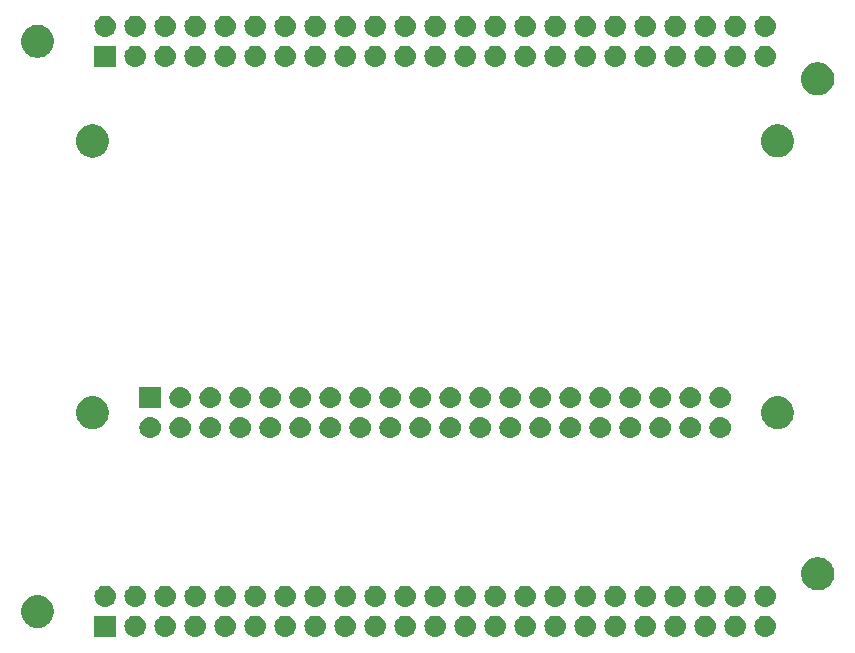
<source format=gts>
%TF.GenerationSoftware,KiCad,Pcbnew,5.1.4-e60b266~84~ubuntu18.04.1*%
%TF.CreationDate,2019-12-31T08:18:33+01:00*%
%TF.ProjectId,clock-dashboard,636c6f63-6b2d-4646-9173-68626f617264,rev?*%
%TF.SameCoordinates,Original*%
%TF.FileFunction,Soldermask,Top*%
%TF.FilePolarity,Negative*%
%FSLAX46Y46*%
G04 Gerber Fmt 4.6, Leading zero omitted, Abs format (unit mm)*
G04 Created by KiCad (PCBNEW 5.1.4-e60b266~84~ubuntu18.04.1) date 2019-12-31 08:18:33*
%MOMM*%
%LPD*%
G04 APERTURE LIST*
%ADD10C,0.100000*%
G04 APERTURE END LIST*
D10*
G36*
X184440442Y-111695518D02*
G01*
X184506627Y-111702037D01*
X184676466Y-111753557D01*
X184832991Y-111837222D01*
X184868729Y-111866552D01*
X184970186Y-111949814D01*
X185014344Y-112003622D01*
X185082778Y-112087009D01*
X185166443Y-112243534D01*
X185217963Y-112413373D01*
X185235359Y-112590000D01*
X185217963Y-112766627D01*
X185166443Y-112936466D01*
X185082778Y-113092991D01*
X185053448Y-113128729D01*
X184970186Y-113230186D01*
X184868729Y-113313448D01*
X184832991Y-113342778D01*
X184676466Y-113426443D01*
X184506627Y-113477963D01*
X184440442Y-113484482D01*
X184374260Y-113491000D01*
X184285740Y-113491000D01*
X184219558Y-113484482D01*
X184153373Y-113477963D01*
X183983534Y-113426443D01*
X183827009Y-113342778D01*
X183791271Y-113313448D01*
X183689814Y-113230186D01*
X183606552Y-113128729D01*
X183577222Y-113092991D01*
X183493557Y-112936466D01*
X183442037Y-112766627D01*
X183424641Y-112590000D01*
X183442037Y-112413373D01*
X183493557Y-112243534D01*
X183577222Y-112087009D01*
X183645656Y-112003622D01*
X183689814Y-111949814D01*
X183791271Y-111866552D01*
X183827009Y-111837222D01*
X183983534Y-111753557D01*
X184153373Y-111702037D01*
X184219558Y-111695518D01*
X184285740Y-111689000D01*
X184374260Y-111689000D01*
X184440442Y-111695518D01*
X184440442Y-111695518D01*
G37*
G36*
X156500442Y-111695518D02*
G01*
X156566627Y-111702037D01*
X156736466Y-111753557D01*
X156892991Y-111837222D01*
X156928729Y-111866552D01*
X157030186Y-111949814D01*
X157074344Y-112003622D01*
X157142778Y-112087009D01*
X157226443Y-112243534D01*
X157277963Y-112413373D01*
X157295359Y-112590000D01*
X157277963Y-112766627D01*
X157226443Y-112936466D01*
X157142778Y-113092991D01*
X157113448Y-113128729D01*
X157030186Y-113230186D01*
X156928729Y-113313448D01*
X156892991Y-113342778D01*
X156736466Y-113426443D01*
X156566627Y-113477963D01*
X156500442Y-113484482D01*
X156434260Y-113491000D01*
X156345740Y-113491000D01*
X156279558Y-113484482D01*
X156213373Y-113477963D01*
X156043534Y-113426443D01*
X155887009Y-113342778D01*
X155851271Y-113313448D01*
X155749814Y-113230186D01*
X155666552Y-113128729D01*
X155637222Y-113092991D01*
X155553557Y-112936466D01*
X155502037Y-112766627D01*
X155484641Y-112590000D01*
X155502037Y-112413373D01*
X155553557Y-112243534D01*
X155637222Y-112087009D01*
X155705656Y-112003622D01*
X155749814Y-111949814D01*
X155851271Y-111866552D01*
X155887009Y-111837222D01*
X156043534Y-111753557D01*
X156213373Y-111702037D01*
X156279558Y-111695518D01*
X156345740Y-111689000D01*
X156434260Y-111689000D01*
X156500442Y-111695518D01*
X156500442Y-111695518D01*
G37*
G36*
X129351000Y-113491000D02*
G01*
X127549000Y-113491000D01*
X127549000Y-111689000D01*
X129351000Y-111689000D01*
X129351000Y-113491000D01*
X129351000Y-113491000D01*
G37*
G36*
X131100442Y-111695518D02*
G01*
X131166627Y-111702037D01*
X131336466Y-111753557D01*
X131492991Y-111837222D01*
X131528729Y-111866552D01*
X131630186Y-111949814D01*
X131674344Y-112003622D01*
X131742778Y-112087009D01*
X131826443Y-112243534D01*
X131877963Y-112413373D01*
X131895359Y-112590000D01*
X131877963Y-112766627D01*
X131826443Y-112936466D01*
X131742778Y-113092991D01*
X131713448Y-113128729D01*
X131630186Y-113230186D01*
X131528729Y-113313448D01*
X131492991Y-113342778D01*
X131336466Y-113426443D01*
X131166627Y-113477963D01*
X131100442Y-113484482D01*
X131034260Y-113491000D01*
X130945740Y-113491000D01*
X130879558Y-113484482D01*
X130813373Y-113477963D01*
X130643534Y-113426443D01*
X130487009Y-113342778D01*
X130451271Y-113313448D01*
X130349814Y-113230186D01*
X130266552Y-113128729D01*
X130237222Y-113092991D01*
X130153557Y-112936466D01*
X130102037Y-112766627D01*
X130084641Y-112590000D01*
X130102037Y-112413373D01*
X130153557Y-112243534D01*
X130237222Y-112087009D01*
X130305656Y-112003622D01*
X130349814Y-111949814D01*
X130451271Y-111866552D01*
X130487009Y-111837222D01*
X130643534Y-111753557D01*
X130813373Y-111702037D01*
X130879558Y-111695518D01*
X130945740Y-111689000D01*
X131034260Y-111689000D01*
X131100442Y-111695518D01*
X131100442Y-111695518D01*
G37*
G36*
X133640442Y-111695518D02*
G01*
X133706627Y-111702037D01*
X133876466Y-111753557D01*
X134032991Y-111837222D01*
X134068729Y-111866552D01*
X134170186Y-111949814D01*
X134214344Y-112003622D01*
X134282778Y-112087009D01*
X134366443Y-112243534D01*
X134417963Y-112413373D01*
X134435359Y-112590000D01*
X134417963Y-112766627D01*
X134366443Y-112936466D01*
X134282778Y-113092991D01*
X134253448Y-113128729D01*
X134170186Y-113230186D01*
X134068729Y-113313448D01*
X134032991Y-113342778D01*
X133876466Y-113426443D01*
X133706627Y-113477963D01*
X133640442Y-113484482D01*
X133574260Y-113491000D01*
X133485740Y-113491000D01*
X133419558Y-113484482D01*
X133353373Y-113477963D01*
X133183534Y-113426443D01*
X133027009Y-113342778D01*
X132991271Y-113313448D01*
X132889814Y-113230186D01*
X132806552Y-113128729D01*
X132777222Y-113092991D01*
X132693557Y-112936466D01*
X132642037Y-112766627D01*
X132624641Y-112590000D01*
X132642037Y-112413373D01*
X132693557Y-112243534D01*
X132777222Y-112087009D01*
X132845656Y-112003622D01*
X132889814Y-111949814D01*
X132991271Y-111866552D01*
X133027009Y-111837222D01*
X133183534Y-111753557D01*
X133353373Y-111702037D01*
X133419558Y-111695518D01*
X133485740Y-111689000D01*
X133574260Y-111689000D01*
X133640442Y-111695518D01*
X133640442Y-111695518D01*
G37*
G36*
X136180442Y-111695518D02*
G01*
X136246627Y-111702037D01*
X136416466Y-111753557D01*
X136572991Y-111837222D01*
X136608729Y-111866552D01*
X136710186Y-111949814D01*
X136754344Y-112003622D01*
X136822778Y-112087009D01*
X136906443Y-112243534D01*
X136957963Y-112413373D01*
X136975359Y-112590000D01*
X136957963Y-112766627D01*
X136906443Y-112936466D01*
X136822778Y-113092991D01*
X136793448Y-113128729D01*
X136710186Y-113230186D01*
X136608729Y-113313448D01*
X136572991Y-113342778D01*
X136416466Y-113426443D01*
X136246627Y-113477963D01*
X136180442Y-113484482D01*
X136114260Y-113491000D01*
X136025740Y-113491000D01*
X135959558Y-113484482D01*
X135893373Y-113477963D01*
X135723534Y-113426443D01*
X135567009Y-113342778D01*
X135531271Y-113313448D01*
X135429814Y-113230186D01*
X135346552Y-113128729D01*
X135317222Y-113092991D01*
X135233557Y-112936466D01*
X135182037Y-112766627D01*
X135164641Y-112590000D01*
X135182037Y-112413373D01*
X135233557Y-112243534D01*
X135317222Y-112087009D01*
X135385656Y-112003622D01*
X135429814Y-111949814D01*
X135531271Y-111866552D01*
X135567009Y-111837222D01*
X135723534Y-111753557D01*
X135893373Y-111702037D01*
X135959558Y-111695518D01*
X136025740Y-111689000D01*
X136114260Y-111689000D01*
X136180442Y-111695518D01*
X136180442Y-111695518D01*
G37*
G36*
X138720442Y-111695518D02*
G01*
X138786627Y-111702037D01*
X138956466Y-111753557D01*
X139112991Y-111837222D01*
X139148729Y-111866552D01*
X139250186Y-111949814D01*
X139294344Y-112003622D01*
X139362778Y-112087009D01*
X139446443Y-112243534D01*
X139497963Y-112413373D01*
X139515359Y-112590000D01*
X139497963Y-112766627D01*
X139446443Y-112936466D01*
X139362778Y-113092991D01*
X139333448Y-113128729D01*
X139250186Y-113230186D01*
X139148729Y-113313448D01*
X139112991Y-113342778D01*
X138956466Y-113426443D01*
X138786627Y-113477963D01*
X138720442Y-113484482D01*
X138654260Y-113491000D01*
X138565740Y-113491000D01*
X138499558Y-113484482D01*
X138433373Y-113477963D01*
X138263534Y-113426443D01*
X138107009Y-113342778D01*
X138071271Y-113313448D01*
X137969814Y-113230186D01*
X137886552Y-113128729D01*
X137857222Y-113092991D01*
X137773557Y-112936466D01*
X137722037Y-112766627D01*
X137704641Y-112590000D01*
X137722037Y-112413373D01*
X137773557Y-112243534D01*
X137857222Y-112087009D01*
X137925656Y-112003622D01*
X137969814Y-111949814D01*
X138071271Y-111866552D01*
X138107009Y-111837222D01*
X138263534Y-111753557D01*
X138433373Y-111702037D01*
X138499558Y-111695518D01*
X138565740Y-111689000D01*
X138654260Y-111689000D01*
X138720442Y-111695518D01*
X138720442Y-111695518D01*
G37*
G36*
X141260442Y-111695518D02*
G01*
X141326627Y-111702037D01*
X141496466Y-111753557D01*
X141652991Y-111837222D01*
X141688729Y-111866552D01*
X141790186Y-111949814D01*
X141834344Y-112003622D01*
X141902778Y-112087009D01*
X141986443Y-112243534D01*
X142037963Y-112413373D01*
X142055359Y-112590000D01*
X142037963Y-112766627D01*
X141986443Y-112936466D01*
X141902778Y-113092991D01*
X141873448Y-113128729D01*
X141790186Y-113230186D01*
X141688729Y-113313448D01*
X141652991Y-113342778D01*
X141496466Y-113426443D01*
X141326627Y-113477963D01*
X141260442Y-113484482D01*
X141194260Y-113491000D01*
X141105740Y-113491000D01*
X141039558Y-113484482D01*
X140973373Y-113477963D01*
X140803534Y-113426443D01*
X140647009Y-113342778D01*
X140611271Y-113313448D01*
X140509814Y-113230186D01*
X140426552Y-113128729D01*
X140397222Y-113092991D01*
X140313557Y-112936466D01*
X140262037Y-112766627D01*
X140244641Y-112590000D01*
X140262037Y-112413373D01*
X140313557Y-112243534D01*
X140397222Y-112087009D01*
X140465656Y-112003622D01*
X140509814Y-111949814D01*
X140611271Y-111866552D01*
X140647009Y-111837222D01*
X140803534Y-111753557D01*
X140973373Y-111702037D01*
X141039558Y-111695518D01*
X141105740Y-111689000D01*
X141194260Y-111689000D01*
X141260442Y-111695518D01*
X141260442Y-111695518D01*
G37*
G36*
X143800442Y-111695518D02*
G01*
X143866627Y-111702037D01*
X144036466Y-111753557D01*
X144192991Y-111837222D01*
X144228729Y-111866552D01*
X144330186Y-111949814D01*
X144374344Y-112003622D01*
X144442778Y-112087009D01*
X144526443Y-112243534D01*
X144577963Y-112413373D01*
X144595359Y-112590000D01*
X144577963Y-112766627D01*
X144526443Y-112936466D01*
X144442778Y-113092991D01*
X144413448Y-113128729D01*
X144330186Y-113230186D01*
X144228729Y-113313448D01*
X144192991Y-113342778D01*
X144036466Y-113426443D01*
X143866627Y-113477963D01*
X143800442Y-113484482D01*
X143734260Y-113491000D01*
X143645740Y-113491000D01*
X143579558Y-113484482D01*
X143513373Y-113477963D01*
X143343534Y-113426443D01*
X143187009Y-113342778D01*
X143151271Y-113313448D01*
X143049814Y-113230186D01*
X142966552Y-113128729D01*
X142937222Y-113092991D01*
X142853557Y-112936466D01*
X142802037Y-112766627D01*
X142784641Y-112590000D01*
X142802037Y-112413373D01*
X142853557Y-112243534D01*
X142937222Y-112087009D01*
X143005656Y-112003622D01*
X143049814Y-111949814D01*
X143151271Y-111866552D01*
X143187009Y-111837222D01*
X143343534Y-111753557D01*
X143513373Y-111702037D01*
X143579558Y-111695518D01*
X143645740Y-111689000D01*
X143734260Y-111689000D01*
X143800442Y-111695518D01*
X143800442Y-111695518D01*
G37*
G36*
X146340442Y-111695518D02*
G01*
X146406627Y-111702037D01*
X146576466Y-111753557D01*
X146732991Y-111837222D01*
X146768729Y-111866552D01*
X146870186Y-111949814D01*
X146914344Y-112003622D01*
X146982778Y-112087009D01*
X147066443Y-112243534D01*
X147117963Y-112413373D01*
X147135359Y-112590000D01*
X147117963Y-112766627D01*
X147066443Y-112936466D01*
X146982778Y-113092991D01*
X146953448Y-113128729D01*
X146870186Y-113230186D01*
X146768729Y-113313448D01*
X146732991Y-113342778D01*
X146576466Y-113426443D01*
X146406627Y-113477963D01*
X146340442Y-113484482D01*
X146274260Y-113491000D01*
X146185740Y-113491000D01*
X146119558Y-113484482D01*
X146053373Y-113477963D01*
X145883534Y-113426443D01*
X145727009Y-113342778D01*
X145691271Y-113313448D01*
X145589814Y-113230186D01*
X145506552Y-113128729D01*
X145477222Y-113092991D01*
X145393557Y-112936466D01*
X145342037Y-112766627D01*
X145324641Y-112590000D01*
X145342037Y-112413373D01*
X145393557Y-112243534D01*
X145477222Y-112087009D01*
X145545656Y-112003622D01*
X145589814Y-111949814D01*
X145691271Y-111866552D01*
X145727009Y-111837222D01*
X145883534Y-111753557D01*
X146053373Y-111702037D01*
X146119558Y-111695518D01*
X146185740Y-111689000D01*
X146274260Y-111689000D01*
X146340442Y-111695518D01*
X146340442Y-111695518D01*
G37*
G36*
X148880442Y-111695518D02*
G01*
X148946627Y-111702037D01*
X149116466Y-111753557D01*
X149272991Y-111837222D01*
X149308729Y-111866552D01*
X149410186Y-111949814D01*
X149454344Y-112003622D01*
X149522778Y-112087009D01*
X149606443Y-112243534D01*
X149657963Y-112413373D01*
X149675359Y-112590000D01*
X149657963Y-112766627D01*
X149606443Y-112936466D01*
X149522778Y-113092991D01*
X149493448Y-113128729D01*
X149410186Y-113230186D01*
X149308729Y-113313448D01*
X149272991Y-113342778D01*
X149116466Y-113426443D01*
X148946627Y-113477963D01*
X148880442Y-113484482D01*
X148814260Y-113491000D01*
X148725740Y-113491000D01*
X148659558Y-113484482D01*
X148593373Y-113477963D01*
X148423534Y-113426443D01*
X148267009Y-113342778D01*
X148231271Y-113313448D01*
X148129814Y-113230186D01*
X148046552Y-113128729D01*
X148017222Y-113092991D01*
X147933557Y-112936466D01*
X147882037Y-112766627D01*
X147864641Y-112590000D01*
X147882037Y-112413373D01*
X147933557Y-112243534D01*
X148017222Y-112087009D01*
X148085656Y-112003622D01*
X148129814Y-111949814D01*
X148231271Y-111866552D01*
X148267009Y-111837222D01*
X148423534Y-111753557D01*
X148593373Y-111702037D01*
X148659558Y-111695518D01*
X148725740Y-111689000D01*
X148814260Y-111689000D01*
X148880442Y-111695518D01*
X148880442Y-111695518D01*
G37*
G36*
X151420442Y-111695518D02*
G01*
X151486627Y-111702037D01*
X151656466Y-111753557D01*
X151812991Y-111837222D01*
X151848729Y-111866552D01*
X151950186Y-111949814D01*
X151994344Y-112003622D01*
X152062778Y-112087009D01*
X152146443Y-112243534D01*
X152197963Y-112413373D01*
X152215359Y-112590000D01*
X152197963Y-112766627D01*
X152146443Y-112936466D01*
X152062778Y-113092991D01*
X152033448Y-113128729D01*
X151950186Y-113230186D01*
X151848729Y-113313448D01*
X151812991Y-113342778D01*
X151656466Y-113426443D01*
X151486627Y-113477963D01*
X151420442Y-113484482D01*
X151354260Y-113491000D01*
X151265740Y-113491000D01*
X151199558Y-113484482D01*
X151133373Y-113477963D01*
X150963534Y-113426443D01*
X150807009Y-113342778D01*
X150771271Y-113313448D01*
X150669814Y-113230186D01*
X150586552Y-113128729D01*
X150557222Y-113092991D01*
X150473557Y-112936466D01*
X150422037Y-112766627D01*
X150404641Y-112590000D01*
X150422037Y-112413373D01*
X150473557Y-112243534D01*
X150557222Y-112087009D01*
X150625656Y-112003622D01*
X150669814Y-111949814D01*
X150771271Y-111866552D01*
X150807009Y-111837222D01*
X150963534Y-111753557D01*
X151133373Y-111702037D01*
X151199558Y-111695518D01*
X151265740Y-111689000D01*
X151354260Y-111689000D01*
X151420442Y-111695518D01*
X151420442Y-111695518D01*
G37*
G36*
X159040442Y-111695518D02*
G01*
X159106627Y-111702037D01*
X159276466Y-111753557D01*
X159432991Y-111837222D01*
X159468729Y-111866552D01*
X159570186Y-111949814D01*
X159614344Y-112003622D01*
X159682778Y-112087009D01*
X159766443Y-112243534D01*
X159817963Y-112413373D01*
X159835359Y-112590000D01*
X159817963Y-112766627D01*
X159766443Y-112936466D01*
X159682778Y-113092991D01*
X159653448Y-113128729D01*
X159570186Y-113230186D01*
X159468729Y-113313448D01*
X159432991Y-113342778D01*
X159276466Y-113426443D01*
X159106627Y-113477963D01*
X159040442Y-113484482D01*
X158974260Y-113491000D01*
X158885740Y-113491000D01*
X158819558Y-113484482D01*
X158753373Y-113477963D01*
X158583534Y-113426443D01*
X158427009Y-113342778D01*
X158391271Y-113313448D01*
X158289814Y-113230186D01*
X158206552Y-113128729D01*
X158177222Y-113092991D01*
X158093557Y-112936466D01*
X158042037Y-112766627D01*
X158024641Y-112590000D01*
X158042037Y-112413373D01*
X158093557Y-112243534D01*
X158177222Y-112087009D01*
X158245656Y-112003622D01*
X158289814Y-111949814D01*
X158391271Y-111866552D01*
X158427009Y-111837222D01*
X158583534Y-111753557D01*
X158753373Y-111702037D01*
X158819558Y-111695518D01*
X158885740Y-111689000D01*
X158974260Y-111689000D01*
X159040442Y-111695518D01*
X159040442Y-111695518D01*
G37*
G36*
X161580442Y-111695518D02*
G01*
X161646627Y-111702037D01*
X161816466Y-111753557D01*
X161972991Y-111837222D01*
X162008729Y-111866552D01*
X162110186Y-111949814D01*
X162154344Y-112003622D01*
X162222778Y-112087009D01*
X162306443Y-112243534D01*
X162357963Y-112413373D01*
X162375359Y-112590000D01*
X162357963Y-112766627D01*
X162306443Y-112936466D01*
X162222778Y-113092991D01*
X162193448Y-113128729D01*
X162110186Y-113230186D01*
X162008729Y-113313448D01*
X161972991Y-113342778D01*
X161816466Y-113426443D01*
X161646627Y-113477963D01*
X161580442Y-113484482D01*
X161514260Y-113491000D01*
X161425740Y-113491000D01*
X161359558Y-113484482D01*
X161293373Y-113477963D01*
X161123534Y-113426443D01*
X160967009Y-113342778D01*
X160931271Y-113313448D01*
X160829814Y-113230186D01*
X160746552Y-113128729D01*
X160717222Y-113092991D01*
X160633557Y-112936466D01*
X160582037Y-112766627D01*
X160564641Y-112590000D01*
X160582037Y-112413373D01*
X160633557Y-112243534D01*
X160717222Y-112087009D01*
X160785656Y-112003622D01*
X160829814Y-111949814D01*
X160931271Y-111866552D01*
X160967009Y-111837222D01*
X161123534Y-111753557D01*
X161293373Y-111702037D01*
X161359558Y-111695518D01*
X161425740Y-111689000D01*
X161514260Y-111689000D01*
X161580442Y-111695518D01*
X161580442Y-111695518D01*
G37*
G36*
X164120442Y-111695518D02*
G01*
X164186627Y-111702037D01*
X164356466Y-111753557D01*
X164512991Y-111837222D01*
X164548729Y-111866552D01*
X164650186Y-111949814D01*
X164694344Y-112003622D01*
X164762778Y-112087009D01*
X164846443Y-112243534D01*
X164897963Y-112413373D01*
X164915359Y-112590000D01*
X164897963Y-112766627D01*
X164846443Y-112936466D01*
X164762778Y-113092991D01*
X164733448Y-113128729D01*
X164650186Y-113230186D01*
X164548729Y-113313448D01*
X164512991Y-113342778D01*
X164356466Y-113426443D01*
X164186627Y-113477963D01*
X164120442Y-113484482D01*
X164054260Y-113491000D01*
X163965740Y-113491000D01*
X163899558Y-113484482D01*
X163833373Y-113477963D01*
X163663534Y-113426443D01*
X163507009Y-113342778D01*
X163471271Y-113313448D01*
X163369814Y-113230186D01*
X163286552Y-113128729D01*
X163257222Y-113092991D01*
X163173557Y-112936466D01*
X163122037Y-112766627D01*
X163104641Y-112590000D01*
X163122037Y-112413373D01*
X163173557Y-112243534D01*
X163257222Y-112087009D01*
X163325656Y-112003622D01*
X163369814Y-111949814D01*
X163471271Y-111866552D01*
X163507009Y-111837222D01*
X163663534Y-111753557D01*
X163833373Y-111702037D01*
X163899558Y-111695518D01*
X163965740Y-111689000D01*
X164054260Y-111689000D01*
X164120442Y-111695518D01*
X164120442Y-111695518D01*
G37*
G36*
X166660442Y-111695518D02*
G01*
X166726627Y-111702037D01*
X166896466Y-111753557D01*
X167052991Y-111837222D01*
X167088729Y-111866552D01*
X167190186Y-111949814D01*
X167234344Y-112003622D01*
X167302778Y-112087009D01*
X167386443Y-112243534D01*
X167437963Y-112413373D01*
X167455359Y-112590000D01*
X167437963Y-112766627D01*
X167386443Y-112936466D01*
X167302778Y-113092991D01*
X167273448Y-113128729D01*
X167190186Y-113230186D01*
X167088729Y-113313448D01*
X167052991Y-113342778D01*
X166896466Y-113426443D01*
X166726627Y-113477963D01*
X166660442Y-113484482D01*
X166594260Y-113491000D01*
X166505740Y-113491000D01*
X166439558Y-113484482D01*
X166373373Y-113477963D01*
X166203534Y-113426443D01*
X166047009Y-113342778D01*
X166011271Y-113313448D01*
X165909814Y-113230186D01*
X165826552Y-113128729D01*
X165797222Y-113092991D01*
X165713557Y-112936466D01*
X165662037Y-112766627D01*
X165644641Y-112590000D01*
X165662037Y-112413373D01*
X165713557Y-112243534D01*
X165797222Y-112087009D01*
X165865656Y-112003622D01*
X165909814Y-111949814D01*
X166011271Y-111866552D01*
X166047009Y-111837222D01*
X166203534Y-111753557D01*
X166373373Y-111702037D01*
X166439558Y-111695518D01*
X166505740Y-111689000D01*
X166594260Y-111689000D01*
X166660442Y-111695518D01*
X166660442Y-111695518D01*
G37*
G36*
X169200442Y-111695518D02*
G01*
X169266627Y-111702037D01*
X169436466Y-111753557D01*
X169592991Y-111837222D01*
X169628729Y-111866552D01*
X169730186Y-111949814D01*
X169774344Y-112003622D01*
X169842778Y-112087009D01*
X169926443Y-112243534D01*
X169977963Y-112413373D01*
X169995359Y-112590000D01*
X169977963Y-112766627D01*
X169926443Y-112936466D01*
X169842778Y-113092991D01*
X169813448Y-113128729D01*
X169730186Y-113230186D01*
X169628729Y-113313448D01*
X169592991Y-113342778D01*
X169436466Y-113426443D01*
X169266627Y-113477963D01*
X169200442Y-113484482D01*
X169134260Y-113491000D01*
X169045740Y-113491000D01*
X168979558Y-113484482D01*
X168913373Y-113477963D01*
X168743534Y-113426443D01*
X168587009Y-113342778D01*
X168551271Y-113313448D01*
X168449814Y-113230186D01*
X168366552Y-113128729D01*
X168337222Y-113092991D01*
X168253557Y-112936466D01*
X168202037Y-112766627D01*
X168184641Y-112590000D01*
X168202037Y-112413373D01*
X168253557Y-112243534D01*
X168337222Y-112087009D01*
X168405656Y-112003622D01*
X168449814Y-111949814D01*
X168551271Y-111866552D01*
X168587009Y-111837222D01*
X168743534Y-111753557D01*
X168913373Y-111702037D01*
X168979558Y-111695518D01*
X169045740Y-111689000D01*
X169134260Y-111689000D01*
X169200442Y-111695518D01*
X169200442Y-111695518D01*
G37*
G36*
X171740442Y-111695518D02*
G01*
X171806627Y-111702037D01*
X171976466Y-111753557D01*
X172132991Y-111837222D01*
X172168729Y-111866552D01*
X172270186Y-111949814D01*
X172314344Y-112003622D01*
X172382778Y-112087009D01*
X172466443Y-112243534D01*
X172517963Y-112413373D01*
X172535359Y-112590000D01*
X172517963Y-112766627D01*
X172466443Y-112936466D01*
X172382778Y-113092991D01*
X172353448Y-113128729D01*
X172270186Y-113230186D01*
X172168729Y-113313448D01*
X172132991Y-113342778D01*
X171976466Y-113426443D01*
X171806627Y-113477963D01*
X171740442Y-113484482D01*
X171674260Y-113491000D01*
X171585740Y-113491000D01*
X171519558Y-113484482D01*
X171453373Y-113477963D01*
X171283534Y-113426443D01*
X171127009Y-113342778D01*
X171091271Y-113313448D01*
X170989814Y-113230186D01*
X170906552Y-113128729D01*
X170877222Y-113092991D01*
X170793557Y-112936466D01*
X170742037Y-112766627D01*
X170724641Y-112590000D01*
X170742037Y-112413373D01*
X170793557Y-112243534D01*
X170877222Y-112087009D01*
X170945656Y-112003622D01*
X170989814Y-111949814D01*
X171091271Y-111866552D01*
X171127009Y-111837222D01*
X171283534Y-111753557D01*
X171453373Y-111702037D01*
X171519558Y-111695518D01*
X171585740Y-111689000D01*
X171674260Y-111689000D01*
X171740442Y-111695518D01*
X171740442Y-111695518D01*
G37*
G36*
X174280442Y-111695518D02*
G01*
X174346627Y-111702037D01*
X174516466Y-111753557D01*
X174672991Y-111837222D01*
X174708729Y-111866552D01*
X174810186Y-111949814D01*
X174854344Y-112003622D01*
X174922778Y-112087009D01*
X175006443Y-112243534D01*
X175057963Y-112413373D01*
X175075359Y-112590000D01*
X175057963Y-112766627D01*
X175006443Y-112936466D01*
X174922778Y-113092991D01*
X174893448Y-113128729D01*
X174810186Y-113230186D01*
X174708729Y-113313448D01*
X174672991Y-113342778D01*
X174516466Y-113426443D01*
X174346627Y-113477963D01*
X174280442Y-113484482D01*
X174214260Y-113491000D01*
X174125740Y-113491000D01*
X174059558Y-113484482D01*
X173993373Y-113477963D01*
X173823534Y-113426443D01*
X173667009Y-113342778D01*
X173631271Y-113313448D01*
X173529814Y-113230186D01*
X173446552Y-113128729D01*
X173417222Y-113092991D01*
X173333557Y-112936466D01*
X173282037Y-112766627D01*
X173264641Y-112590000D01*
X173282037Y-112413373D01*
X173333557Y-112243534D01*
X173417222Y-112087009D01*
X173485656Y-112003622D01*
X173529814Y-111949814D01*
X173631271Y-111866552D01*
X173667009Y-111837222D01*
X173823534Y-111753557D01*
X173993373Y-111702037D01*
X174059558Y-111695518D01*
X174125740Y-111689000D01*
X174214260Y-111689000D01*
X174280442Y-111695518D01*
X174280442Y-111695518D01*
G37*
G36*
X176820442Y-111695518D02*
G01*
X176886627Y-111702037D01*
X177056466Y-111753557D01*
X177212991Y-111837222D01*
X177248729Y-111866552D01*
X177350186Y-111949814D01*
X177394344Y-112003622D01*
X177462778Y-112087009D01*
X177546443Y-112243534D01*
X177597963Y-112413373D01*
X177615359Y-112590000D01*
X177597963Y-112766627D01*
X177546443Y-112936466D01*
X177462778Y-113092991D01*
X177433448Y-113128729D01*
X177350186Y-113230186D01*
X177248729Y-113313448D01*
X177212991Y-113342778D01*
X177056466Y-113426443D01*
X176886627Y-113477963D01*
X176820442Y-113484482D01*
X176754260Y-113491000D01*
X176665740Y-113491000D01*
X176599558Y-113484482D01*
X176533373Y-113477963D01*
X176363534Y-113426443D01*
X176207009Y-113342778D01*
X176171271Y-113313448D01*
X176069814Y-113230186D01*
X175986552Y-113128729D01*
X175957222Y-113092991D01*
X175873557Y-112936466D01*
X175822037Y-112766627D01*
X175804641Y-112590000D01*
X175822037Y-112413373D01*
X175873557Y-112243534D01*
X175957222Y-112087009D01*
X176025656Y-112003622D01*
X176069814Y-111949814D01*
X176171271Y-111866552D01*
X176207009Y-111837222D01*
X176363534Y-111753557D01*
X176533373Y-111702037D01*
X176599558Y-111695518D01*
X176665740Y-111689000D01*
X176754260Y-111689000D01*
X176820442Y-111695518D01*
X176820442Y-111695518D01*
G37*
G36*
X179360442Y-111695518D02*
G01*
X179426627Y-111702037D01*
X179596466Y-111753557D01*
X179752991Y-111837222D01*
X179788729Y-111866552D01*
X179890186Y-111949814D01*
X179934344Y-112003622D01*
X180002778Y-112087009D01*
X180086443Y-112243534D01*
X180137963Y-112413373D01*
X180155359Y-112590000D01*
X180137963Y-112766627D01*
X180086443Y-112936466D01*
X180002778Y-113092991D01*
X179973448Y-113128729D01*
X179890186Y-113230186D01*
X179788729Y-113313448D01*
X179752991Y-113342778D01*
X179596466Y-113426443D01*
X179426627Y-113477963D01*
X179360442Y-113484482D01*
X179294260Y-113491000D01*
X179205740Y-113491000D01*
X179139558Y-113484482D01*
X179073373Y-113477963D01*
X178903534Y-113426443D01*
X178747009Y-113342778D01*
X178711271Y-113313448D01*
X178609814Y-113230186D01*
X178526552Y-113128729D01*
X178497222Y-113092991D01*
X178413557Y-112936466D01*
X178362037Y-112766627D01*
X178344641Y-112590000D01*
X178362037Y-112413373D01*
X178413557Y-112243534D01*
X178497222Y-112087009D01*
X178565656Y-112003622D01*
X178609814Y-111949814D01*
X178711271Y-111866552D01*
X178747009Y-111837222D01*
X178903534Y-111753557D01*
X179073373Y-111702037D01*
X179139558Y-111695518D01*
X179205740Y-111689000D01*
X179294260Y-111689000D01*
X179360442Y-111695518D01*
X179360442Y-111695518D01*
G37*
G36*
X181900442Y-111695518D02*
G01*
X181966627Y-111702037D01*
X182136466Y-111753557D01*
X182292991Y-111837222D01*
X182328729Y-111866552D01*
X182430186Y-111949814D01*
X182474344Y-112003622D01*
X182542778Y-112087009D01*
X182626443Y-112243534D01*
X182677963Y-112413373D01*
X182695359Y-112590000D01*
X182677963Y-112766627D01*
X182626443Y-112936466D01*
X182542778Y-113092991D01*
X182513448Y-113128729D01*
X182430186Y-113230186D01*
X182328729Y-113313448D01*
X182292991Y-113342778D01*
X182136466Y-113426443D01*
X181966627Y-113477963D01*
X181900442Y-113484482D01*
X181834260Y-113491000D01*
X181745740Y-113491000D01*
X181679558Y-113484482D01*
X181613373Y-113477963D01*
X181443534Y-113426443D01*
X181287009Y-113342778D01*
X181251271Y-113313448D01*
X181149814Y-113230186D01*
X181066552Y-113128729D01*
X181037222Y-113092991D01*
X180953557Y-112936466D01*
X180902037Y-112766627D01*
X180884641Y-112590000D01*
X180902037Y-112413373D01*
X180953557Y-112243534D01*
X181037222Y-112087009D01*
X181105656Y-112003622D01*
X181149814Y-111949814D01*
X181251271Y-111866552D01*
X181287009Y-111837222D01*
X181443534Y-111753557D01*
X181613373Y-111702037D01*
X181679558Y-111695518D01*
X181745740Y-111689000D01*
X181834260Y-111689000D01*
X181900442Y-111695518D01*
X181900442Y-111695518D01*
G37*
G36*
X153960442Y-111695518D02*
G01*
X154026627Y-111702037D01*
X154196466Y-111753557D01*
X154352991Y-111837222D01*
X154388729Y-111866552D01*
X154490186Y-111949814D01*
X154534344Y-112003622D01*
X154602778Y-112087009D01*
X154686443Y-112243534D01*
X154737963Y-112413373D01*
X154755359Y-112590000D01*
X154737963Y-112766627D01*
X154686443Y-112936466D01*
X154602778Y-113092991D01*
X154573448Y-113128729D01*
X154490186Y-113230186D01*
X154388729Y-113313448D01*
X154352991Y-113342778D01*
X154196466Y-113426443D01*
X154026627Y-113477963D01*
X153960442Y-113484482D01*
X153894260Y-113491000D01*
X153805740Y-113491000D01*
X153739558Y-113484482D01*
X153673373Y-113477963D01*
X153503534Y-113426443D01*
X153347009Y-113342778D01*
X153311271Y-113313448D01*
X153209814Y-113230186D01*
X153126552Y-113128729D01*
X153097222Y-113092991D01*
X153013557Y-112936466D01*
X152962037Y-112766627D01*
X152944641Y-112590000D01*
X152962037Y-112413373D01*
X153013557Y-112243534D01*
X153097222Y-112087009D01*
X153165656Y-112003622D01*
X153209814Y-111949814D01*
X153311271Y-111866552D01*
X153347009Y-111837222D01*
X153503534Y-111753557D01*
X153673373Y-111702037D01*
X153739558Y-111695518D01*
X153805740Y-111689000D01*
X153894260Y-111689000D01*
X153960442Y-111695518D01*
X153960442Y-111695518D01*
G37*
G36*
X123048433Y-109974893D02*
G01*
X123138657Y-109992839D01*
X123244267Y-110036585D01*
X123393621Y-110098449D01*
X123393622Y-110098450D01*
X123623086Y-110251772D01*
X123818228Y-110446914D01*
X123889106Y-110552991D01*
X123971551Y-110676379D01*
X123977270Y-110690186D01*
X124058563Y-110886443D01*
X124077161Y-110931344D01*
X124131000Y-111202012D01*
X124131000Y-111477988D01*
X124077161Y-111748656D01*
X123971551Y-112003621D01*
X123971550Y-112003622D01*
X123818228Y-112233086D01*
X123623086Y-112428228D01*
X123469763Y-112530675D01*
X123393621Y-112581551D01*
X123244267Y-112643415D01*
X123138657Y-112687161D01*
X123048433Y-112705107D01*
X122867988Y-112741000D01*
X122592012Y-112741000D01*
X122411567Y-112705107D01*
X122321343Y-112687161D01*
X122215733Y-112643415D01*
X122066379Y-112581551D01*
X121990237Y-112530675D01*
X121836914Y-112428228D01*
X121641772Y-112233086D01*
X121488450Y-112003622D01*
X121488449Y-112003621D01*
X121382839Y-111748656D01*
X121329000Y-111477988D01*
X121329000Y-111202012D01*
X121382839Y-110931344D01*
X121401438Y-110886443D01*
X121482730Y-110690186D01*
X121488449Y-110676379D01*
X121570894Y-110552991D01*
X121641772Y-110446914D01*
X121836914Y-110251772D01*
X122066378Y-110098450D01*
X122066379Y-110098449D01*
X122215733Y-110036585D01*
X122321343Y-109992839D01*
X122411567Y-109974893D01*
X122592012Y-109939000D01*
X122867988Y-109939000D01*
X123048433Y-109974893D01*
X123048433Y-109974893D01*
G37*
G36*
X146340442Y-109155518D02*
G01*
X146406627Y-109162037D01*
X146576466Y-109213557D01*
X146732991Y-109297222D01*
X146768729Y-109326552D01*
X146870186Y-109409814D01*
X146941869Y-109497161D01*
X146982778Y-109547009D01*
X147066443Y-109703534D01*
X147117963Y-109873373D01*
X147135359Y-110050000D01*
X147117963Y-110226627D01*
X147066443Y-110396466D01*
X146982778Y-110552991D01*
X146953448Y-110588729D01*
X146870186Y-110690186D01*
X146768729Y-110773448D01*
X146732991Y-110802778D01*
X146576466Y-110886443D01*
X146406627Y-110937963D01*
X146340442Y-110944482D01*
X146274260Y-110951000D01*
X146185740Y-110951000D01*
X146119558Y-110944482D01*
X146053373Y-110937963D01*
X145883534Y-110886443D01*
X145727009Y-110802778D01*
X145691271Y-110773448D01*
X145589814Y-110690186D01*
X145506552Y-110588729D01*
X145477222Y-110552991D01*
X145393557Y-110396466D01*
X145342037Y-110226627D01*
X145324641Y-110050000D01*
X145342037Y-109873373D01*
X145393557Y-109703534D01*
X145477222Y-109547009D01*
X145518131Y-109497161D01*
X145589814Y-109409814D01*
X145691271Y-109326552D01*
X145727009Y-109297222D01*
X145883534Y-109213557D01*
X146053373Y-109162037D01*
X146119558Y-109155518D01*
X146185740Y-109149000D01*
X146274260Y-109149000D01*
X146340442Y-109155518D01*
X146340442Y-109155518D01*
G37*
G36*
X153960442Y-109155518D02*
G01*
X154026627Y-109162037D01*
X154196466Y-109213557D01*
X154352991Y-109297222D01*
X154388729Y-109326552D01*
X154490186Y-109409814D01*
X154561869Y-109497161D01*
X154602778Y-109547009D01*
X154686443Y-109703534D01*
X154737963Y-109873373D01*
X154755359Y-110050000D01*
X154737963Y-110226627D01*
X154686443Y-110396466D01*
X154602778Y-110552991D01*
X154573448Y-110588729D01*
X154490186Y-110690186D01*
X154388729Y-110773448D01*
X154352991Y-110802778D01*
X154196466Y-110886443D01*
X154026627Y-110937963D01*
X153960442Y-110944482D01*
X153894260Y-110951000D01*
X153805740Y-110951000D01*
X153739558Y-110944482D01*
X153673373Y-110937963D01*
X153503534Y-110886443D01*
X153347009Y-110802778D01*
X153311271Y-110773448D01*
X153209814Y-110690186D01*
X153126552Y-110588729D01*
X153097222Y-110552991D01*
X153013557Y-110396466D01*
X152962037Y-110226627D01*
X152944641Y-110050000D01*
X152962037Y-109873373D01*
X153013557Y-109703534D01*
X153097222Y-109547009D01*
X153138131Y-109497161D01*
X153209814Y-109409814D01*
X153311271Y-109326552D01*
X153347009Y-109297222D01*
X153503534Y-109213557D01*
X153673373Y-109162037D01*
X153739558Y-109155518D01*
X153805740Y-109149000D01*
X153894260Y-109149000D01*
X153960442Y-109155518D01*
X153960442Y-109155518D01*
G37*
G36*
X159040442Y-109155518D02*
G01*
X159106627Y-109162037D01*
X159276466Y-109213557D01*
X159432991Y-109297222D01*
X159468729Y-109326552D01*
X159570186Y-109409814D01*
X159641869Y-109497161D01*
X159682778Y-109547009D01*
X159766443Y-109703534D01*
X159817963Y-109873373D01*
X159835359Y-110050000D01*
X159817963Y-110226627D01*
X159766443Y-110396466D01*
X159682778Y-110552991D01*
X159653448Y-110588729D01*
X159570186Y-110690186D01*
X159468729Y-110773448D01*
X159432991Y-110802778D01*
X159276466Y-110886443D01*
X159106627Y-110937963D01*
X159040442Y-110944482D01*
X158974260Y-110951000D01*
X158885740Y-110951000D01*
X158819558Y-110944482D01*
X158753373Y-110937963D01*
X158583534Y-110886443D01*
X158427009Y-110802778D01*
X158391271Y-110773448D01*
X158289814Y-110690186D01*
X158206552Y-110588729D01*
X158177222Y-110552991D01*
X158093557Y-110396466D01*
X158042037Y-110226627D01*
X158024641Y-110050000D01*
X158042037Y-109873373D01*
X158093557Y-109703534D01*
X158177222Y-109547009D01*
X158218131Y-109497161D01*
X158289814Y-109409814D01*
X158391271Y-109326552D01*
X158427009Y-109297222D01*
X158583534Y-109213557D01*
X158753373Y-109162037D01*
X158819558Y-109155518D01*
X158885740Y-109149000D01*
X158974260Y-109149000D01*
X159040442Y-109155518D01*
X159040442Y-109155518D01*
G37*
G36*
X151420442Y-109155518D02*
G01*
X151486627Y-109162037D01*
X151656466Y-109213557D01*
X151812991Y-109297222D01*
X151848729Y-109326552D01*
X151950186Y-109409814D01*
X152021869Y-109497161D01*
X152062778Y-109547009D01*
X152146443Y-109703534D01*
X152197963Y-109873373D01*
X152215359Y-110050000D01*
X152197963Y-110226627D01*
X152146443Y-110396466D01*
X152062778Y-110552991D01*
X152033448Y-110588729D01*
X151950186Y-110690186D01*
X151848729Y-110773448D01*
X151812991Y-110802778D01*
X151656466Y-110886443D01*
X151486627Y-110937963D01*
X151420442Y-110944482D01*
X151354260Y-110951000D01*
X151265740Y-110951000D01*
X151199558Y-110944482D01*
X151133373Y-110937963D01*
X150963534Y-110886443D01*
X150807009Y-110802778D01*
X150771271Y-110773448D01*
X150669814Y-110690186D01*
X150586552Y-110588729D01*
X150557222Y-110552991D01*
X150473557Y-110396466D01*
X150422037Y-110226627D01*
X150404641Y-110050000D01*
X150422037Y-109873373D01*
X150473557Y-109703534D01*
X150557222Y-109547009D01*
X150598131Y-109497161D01*
X150669814Y-109409814D01*
X150771271Y-109326552D01*
X150807009Y-109297222D01*
X150963534Y-109213557D01*
X151133373Y-109162037D01*
X151199558Y-109155518D01*
X151265740Y-109149000D01*
X151354260Y-109149000D01*
X151420442Y-109155518D01*
X151420442Y-109155518D01*
G37*
G36*
X161580442Y-109155518D02*
G01*
X161646627Y-109162037D01*
X161816466Y-109213557D01*
X161972991Y-109297222D01*
X162008729Y-109326552D01*
X162110186Y-109409814D01*
X162181869Y-109497161D01*
X162222778Y-109547009D01*
X162306443Y-109703534D01*
X162357963Y-109873373D01*
X162375359Y-110050000D01*
X162357963Y-110226627D01*
X162306443Y-110396466D01*
X162222778Y-110552991D01*
X162193448Y-110588729D01*
X162110186Y-110690186D01*
X162008729Y-110773448D01*
X161972991Y-110802778D01*
X161816466Y-110886443D01*
X161646627Y-110937963D01*
X161580442Y-110944482D01*
X161514260Y-110951000D01*
X161425740Y-110951000D01*
X161359558Y-110944482D01*
X161293373Y-110937963D01*
X161123534Y-110886443D01*
X160967009Y-110802778D01*
X160931271Y-110773448D01*
X160829814Y-110690186D01*
X160746552Y-110588729D01*
X160717222Y-110552991D01*
X160633557Y-110396466D01*
X160582037Y-110226627D01*
X160564641Y-110050000D01*
X160582037Y-109873373D01*
X160633557Y-109703534D01*
X160717222Y-109547009D01*
X160758131Y-109497161D01*
X160829814Y-109409814D01*
X160931271Y-109326552D01*
X160967009Y-109297222D01*
X161123534Y-109213557D01*
X161293373Y-109162037D01*
X161359558Y-109155518D01*
X161425740Y-109149000D01*
X161514260Y-109149000D01*
X161580442Y-109155518D01*
X161580442Y-109155518D01*
G37*
G36*
X148880442Y-109155518D02*
G01*
X148946627Y-109162037D01*
X149116466Y-109213557D01*
X149272991Y-109297222D01*
X149308729Y-109326552D01*
X149410186Y-109409814D01*
X149481869Y-109497161D01*
X149522778Y-109547009D01*
X149606443Y-109703534D01*
X149657963Y-109873373D01*
X149675359Y-110050000D01*
X149657963Y-110226627D01*
X149606443Y-110396466D01*
X149522778Y-110552991D01*
X149493448Y-110588729D01*
X149410186Y-110690186D01*
X149308729Y-110773448D01*
X149272991Y-110802778D01*
X149116466Y-110886443D01*
X148946627Y-110937963D01*
X148880442Y-110944482D01*
X148814260Y-110951000D01*
X148725740Y-110951000D01*
X148659558Y-110944482D01*
X148593373Y-110937963D01*
X148423534Y-110886443D01*
X148267009Y-110802778D01*
X148231271Y-110773448D01*
X148129814Y-110690186D01*
X148046552Y-110588729D01*
X148017222Y-110552991D01*
X147933557Y-110396466D01*
X147882037Y-110226627D01*
X147864641Y-110050000D01*
X147882037Y-109873373D01*
X147933557Y-109703534D01*
X148017222Y-109547009D01*
X148058131Y-109497161D01*
X148129814Y-109409814D01*
X148231271Y-109326552D01*
X148267009Y-109297222D01*
X148423534Y-109213557D01*
X148593373Y-109162037D01*
X148659558Y-109155518D01*
X148725740Y-109149000D01*
X148814260Y-109149000D01*
X148880442Y-109155518D01*
X148880442Y-109155518D01*
G37*
G36*
X164120442Y-109155518D02*
G01*
X164186627Y-109162037D01*
X164356466Y-109213557D01*
X164512991Y-109297222D01*
X164548729Y-109326552D01*
X164650186Y-109409814D01*
X164721869Y-109497161D01*
X164762778Y-109547009D01*
X164846443Y-109703534D01*
X164897963Y-109873373D01*
X164915359Y-110050000D01*
X164897963Y-110226627D01*
X164846443Y-110396466D01*
X164762778Y-110552991D01*
X164733448Y-110588729D01*
X164650186Y-110690186D01*
X164548729Y-110773448D01*
X164512991Y-110802778D01*
X164356466Y-110886443D01*
X164186627Y-110937963D01*
X164120442Y-110944482D01*
X164054260Y-110951000D01*
X163965740Y-110951000D01*
X163899558Y-110944482D01*
X163833373Y-110937963D01*
X163663534Y-110886443D01*
X163507009Y-110802778D01*
X163471271Y-110773448D01*
X163369814Y-110690186D01*
X163286552Y-110588729D01*
X163257222Y-110552991D01*
X163173557Y-110396466D01*
X163122037Y-110226627D01*
X163104641Y-110050000D01*
X163122037Y-109873373D01*
X163173557Y-109703534D01*
X163257222Y-109547009D01*
X163298131Y-109497161D01*
X163369814Y-109409814D01*
X163471271Y-109326552D01*
X163507009Y-109297222D01*
X163663534Y-109213557D01*
X163833373Y-109162037D01*
X163899558Y-109155518D01*
X163965740Y-109149000D01*
X164054260Y-109149000D01*
X164120442Y-109155518D01*
X164120442Y-109155518D01*
G37*
G36*
X166660442Y-109155518D02*
G01*
X166726627Y-109162037D01*
X166896466Y-109213557D01*
X167052991Y-109297222D01*
X167088729Y-109326552D01*
X167190186Y-109409814D01*
X167261869Y-109497161D01*
X167302778Y-109547009D01*
X167386443Y-109703534D01*
X167437963Y-109873373D01*
X167455359Y-110050000D01*
X167437963Y-110226627D01*
X167386443Y-110396466D01*
X167302778Y-110552991D01*
X167273448Y-110588729D01*
X167190186Y-110690186D01*
X167088729Y-110773448D01*
X167052991Y-110802778D01*
X166896466Y-110886443D01*
X166726627Y-110937963D01*
X166660442Y-110944482D01*
X166594260Y-110951000D01*
X166505740Y-110951000D01*
X166439558Y-110944482D01*
X166373373Y-110937963D01*
X166203534Y-110886443D01*
X166047009Y-110802778D01*
X166011271Y-110773448D01*
X165909814Y-110690186D01*
X165826552Y-110588729D01*
X165797222Y-110552991D01*
X165713557Y-110396466D01*
X165662037Y-110226627D01*
X165644641Y-110050000D01*
X165662037Y-109873373D01*
X165713557Y-109703534D01*
X165797222Y-109547009D01*
X165838131Y-109497161D01*
X165909814Y-109409814D01*
X166011271Y-109326552D01*
X166047009Y-109297222D01*
X166203534Y-109213557D01*
X166373373Y-109162037D01*
X166439558Y-109155518D01*
X166505740Y-109149000D01*
X166594260Y-109149000D01*
X166660442Y-109155518D01*
X166660442Y-109155518D01*
G37*
G36*
X143800442Y-109155518D02*
G01*
X143866627Y-109162037D01*
X144036466Y-109213557D01*
X144192991Y-109297222D01*
X144228729Y-109326552D01*
X144330186Y-109409814D01*
X144401869Y-109497161D01*
X144442778Y-109547009D01*
X144526443Y-109703534D01*
X144577963Y-109873373D01*
X144595359Y-110050000D01*
X144577963Y-110226627D01*
X144526443Y-110396466D01*
X144442778Y-110552991D01*
X144413448Y-110588729D01*
X144330186Y-110690186D01*
X144228729Y-110773448D01*
X144192991Y-110802778D01*
X144036466Y-110886443D01*
X143866627Y-110937963D01*
X143800442Y-110944482D01*
X143734260Y-110951000D01*
X143645740Y-110951000D01*
X143579558Y-110944482D01*
X143513373Y-110937963D01*
X143343534Y-110886443D01*
X143187009Y-110802778D01*
X143151271Y-110773448D01*
X143049814Y-110690186D01*
X142966552Y-110588729D01*
X142937222Y-110552991D01*
X142853557Y-110396466D01*
X142802037Y-110226627D01*
X142784641Y-110050000D01*
X142802037Y-109873373D01*
X142853557Y-109703534D01*
X142937222Y-109547009D01*
X142978131Y-109497161D01*
X143049814Y-109409814D01*
X143151271Y-109326552D01*
X143187009Y-109297222D01*
X143343534Y-109213557D01*
X143513373Y-109162037D01*
X143579558Y-109155518D01*
X143645740Y-109149000D01*
X143734260Y-109149000D01*
X143800442Y-109155518D01*
X143800442Y-109155518D01*
G37*
G36*
X169200442Y-109155518D02*
G01*
X169266627Y-109162037D01*
X169436466Y-109213557D01*
X169592991Y-109297222D01*
X169628729Y-109326552D01*
X169730186Y-109409814D01*
X169801869Y-109497161D01*
X169842778Y-109547009D01*
X169926443Y-109703534D01*
X169977963Y-109873373D01*
X169995359Y-110050000D01*
X169977963Y-110226627D01*
X169926443Y-110396466D01*
X169842778Y-110552991D01*
X169813448Y-110588729D01*
X169730186Y-110690186D01*
X169628729Y-110773448D01*
X169592991Y-110802778D01*
X169436466Y-110886443D01*
X169266627Y-110937963D01*
X169200442Y-110944482D01*
X169134260Y-110951000D01*
X169045740Y-110951000D01*
X168979558Y-110944482D01*
X168913373Y-110937963D01*
X168743534Y-110886443D01*
X168587009Y-110802778D01*
X168551271Y-110773448D01*
X168449814Y-110690186D01*
X168366552Y-110588729D01*
X168337222Y-110552991D01*
X168253557Y-110396466D01*
X168202037Y-110226627D01*
X168184641Y-110050000D01*
X168202037Y-109873373D01*
X168253557Y-109703534D01*
X168337222Y-109547009D01*
X168378131Y-109497161D01*
X168449814Y-109409814D01*
X168551271Y-109326552D01*
X168587009Y-109297222D01*
X168743534Y-109213557D01*
X168913373Y-109162037D01*
X168979558Y-109155518D01*
X169045740Y-109149000D01*
X169134260Y-109149000D01*
X169200442Y-109155518D01*
X169200442Y-109155518D01*
G37*
G36*
X141260442Y-109155518D02*
G01*
X141326627Y-109162037D01*
X141496466Y-109213557D01*
X141652991Y-109297222D01*
X141688729Y-109326552D01*
X141790186Y-109409814D01*
X141861869Y-109497161D01*
X141902778Y-109547009D01*
X141986443Y-109703534D01*
X142037963Y-109873373D01*
X142055359Y-110050000D01*
X142037963Y-110226627D01*
X141986443Y-110396466D01*
X141902778Y-110552991D01*
X141873448Y-110588729D01*
X141790186Y-110690186D01*
X141688729Y-110773448D01*
X141652991Y-110802778D01*
X141496466Y-110886443D01*
X141326627Y-110937963D01*
X141260442Y-110944482D01*
X141194260Y-110951000D01*
X141105740Y-110951000D01*
X141039558Y-110944482D01*
X140973373Y-110937963D01*
X140803534Y-110886443D01*
X140647009Y-110802778D01*
X140611271Y-110773448D01*
X140509814Y-110690186D01*
X140426552Y-110588729D01*
X140397222Y-110552991D01*
X140313557Y-110396466D01*
X140262037Y-110226627D01*
X140244641Y-110050000D01*
X140262037Y-109873373D01*
X140313557Y-109703534D01*
X140397222Y-109547009D01*
X140438131Y-109497161D01*
X140509814Y-109409814D01*
X140611271Y-109326552D01*
X140647009Y-109297222D01*
X140803534Y-109213557D01*
X140973373Y-109162037D01*
X141039558Y-109155518D01*
X141105740Y-109149000D01*
X141194260Y-109149000D01*
X141260442Y-109155518D01*
X141260442Y-109155518D01*
G37*
G36*
X184440442Y-109155518D02*
G01*
X184506627Y-109162037D01*
X184676466Y-109213557D01*
X184832991Y-109297222D01*
X184868729Y-109326552D01*
X184970186Y-109409814D01*
X185041869Y-109497161D01*
X185082778Y-109547009D01*
X185166443Y-109703534D01*
X185217963Y-109873373D01*
X185235359Y-110050000D01*
X185217963Y-110226627D01*
X185166443Y-110396466D01*
X185082778Y-110552991D01*
X185053448Y-110588729D01*
X184970186Y-110690186D01*
X184868729Y-110773448D01*
X184832991Y-110802778D01*
X184676466Y-110886443D01*
X184506627Y-110937963D01*
X184440442Y-110944482D01*
X184374260Y-110951000D01*
X184285740Y-110951000D01*
X184219558Y-110944482D01*
X184153373Y-110937963D01*
X183983534Y-110886443D01*
X183827009Y-110802778D01*
X183791271Y-110773448D01*
X183689814Y-110690186D01*
X183606552Y-110588729D01*
X183577222Y-110552991D01*
X183493557Y-110396466D01*
X183442037Y-110226627D01*
X183424641Y-110050000D01*
X183442037Y-109873373D01*
X183493557Y-109703534D01*
X183577222Y-109547009D01*
X183618131Y-109497161D01*
X183689814Y-109409814D01*
X183791271Y-109326552D01*
X183827009Y-109297222D01*
X183983534Y-109213557D01*
X184153373Y-109162037D01*
X184219558Y-109155518D01*
X184285740Y-109149000D01*
X184374260Y-109149000D01*
X184440442Y-109155518D01*
X184440442Y-109155518D01*
G37*
G36*
X156500442Y-109155518D02*
G01*
X156566627Y-109162037D01*
X156736466Y-109213557D01*
X156892991Y-109297222D01*
X156928729Y-109326552D01*
X157030186Y-109409814D01*
X157101869Y-109497161D01*
X157142778Y-109547009D01*
X157226443Y-109703534D01*
X157277963Y-109873373D01*
X157295359Y-110050000D01*
X157277963Y-110226627D01*
X157226443Y-110396466D01*
X157142778Y-110552991D01*
X157113448Y-110588729D01*
X157030186Y-110690186D01*
X156928729Y-110773448D01*
X156892991Y-110802778D01*
X156736466Y-110886443D01*
X156566627Y-110937963D01*
X156500442Y-110944482D01*
X156434260Y-110951000D01*
X156345740Y-110951000D01*
X156279558Y-110944482D01*
X156213373Y-110937963D01*
X156043534Y-110886443D01*
X155887009Y-110802778D01*
X155851271Y-110773448D01*
X155749814Y-110690186D01*
X155666552Y-110588729D01*
X155637222Y-110552991D01*
X155553557Y-110396466D01*
X155502037Y-110226627D01*
X155484641Y-110050000D01*
X155502037Y-109873373D01*
X155553557Y-109703534D01*
X155637222Y-109547009D01*
X155678131Y-109497161D01*
X155749814Y-109409814D01*
X155851271Y-109326552D01*
X155887009Y-109297222D01*
X156043534Y-109213557D01*
X156213373Y-109162037D01*
X156279558Y-109155518D01*
X156345740Y-109149000D01*
X156434260Y-109149000D01*
X156500442Y-109155518D01*
X156500442Y-109155518D01*
G37*
G36*
X128560442Y-109155518D02*
G01*
X128626627Y-109162037D01*
X128796466Y-109213557D01*
X128952991Y-109297222D01*
X128988729Y-109326552D01*
X129090186Y-109409814D01*
X129161869Y-109497161D01*
X129202778Y-109547009D01*
X129286443Y-109703534D01*
X129337963Y-109873373D01*
X129355359Y-110050000D01*
X129337963Y-110226627D01*
X129286443Y-110396466D01*
X129202778Y-110552991D01*
X129173448Y-110588729D01*
X129090186Y-110690186D01*
X128988729Y-110773448D01*
X128952991Y-110802778D01*
X128796466Y-110886443D01*
X128626627Y-110937963D01*
X128560442Y-110944482D01*
X128494260Y-110951000D01*
X128405740Y-110951000D01*
X128339558Y-110944482D01*
X128273373Y-110937963D01*
X128103534Y-110886443D01*
X127947009Y-110802778D01*
X127911271Y-110773448D01*
X127809814Y-110690186D01*
X127726552Y-110588729D01*
X127697222Y-110552991D01*
X127613557Y-110396466D01*
X127562037Y-110226627D01*
X127544641Y-110050000D01*
X127562037Y-109873373D01*
X127613557Y-109703534D01*
X127697222Y-109547009D01*
X127738131Y-109497161D01*
X127809814Y-109409814D01*
X127911271Y-109326552D01*
X127947009Y-109297222D01*
X128103534Y-109213557D01*
X128273373Y-109162037D01*
X128339558Y-109155518D01*
X128405740Y-109149000D01*
X128494260Y-109149000D01*
X128560442Y-109155518D01*
X128560442Y-109155518D01*
G37*
G36*
X181900442Y-109155518D02*
G01*
X181966627Y-109162037D01*
X182136466Y-109213557D01*
X182292991Y-109297222D01*
X182328729Y-109326552D01*
X182430186Y-109409814D01*
X182501869Y-109497161D01*
X182542778Y-109547009D01*
X182626443Y-109703534D01*
X182677963Y-109873373D01*
X182695359Y-110050000D01*
X182677963Y-110226627D01*
X182626443Y-110396466D01*
X182542778Y-110552991D01*
X182513448Y-110588729D01*
X182430186Y-110690186D01*
X182328729Y-110773448D01*
X182292991Y-110802778D01*
X182136466Y-110886443D01*
X181966627Y-110937963D01*
X181900442Y-110944482D01*
X181834260Y-110951000D01*
X181745740Y-110951000D01*
X181679558Y-110944482D01*
X181613373Y-110937963D01*
X181443534Y-110886443D01*
X181287009Y-110802778D01*
X181251271Y-110773448D01*
X181149814Y-110690186D01*
X181066552Y-110588729D01*
X181037222Y-110552991D01*
X180953557Y-110396466D01*
X180902037Y-110226627D01*
X180884641Y-110050000D01*
X180902037Y-109873373D01*
X180953557Y-109703534D01*
X181037222Y-109547009D01*
X181078131Y-109497161D01*
X181149814Y-109409814D01*
X181251271Y-109326552D01*
X181287009Y-109297222D01*
X181443534Y-109213557D01*
X181613373Y-109162037D01*
X181679558Y-109155518D01*
X181745740Y-109149000D01*
X181834260Y-109149000D01*
X181900442Y-109155518D01*
X181900442Y-109155518D01*
G37*
G36*
X131100442Y-109155518D02*
G01*
X131166627Y-109162037D01*
X131336466Y-109213557D01*
X131492991Y-109297222D01*
X131528729Y-109326552D01*
X131630186Y-109409814D01*
X131701869Y-109497161D01*
X131742778Y-109547009D01*
X131826443Y-109703534D01*
X131877963Y-109873373D01*
X131895359Y-110050000D01*
X131877963Y-110226627D01*
X131826443Y-110396466D01*
X131742778Y-110552991D01*
X131713448Y-110588729D01*
X131630186Y-110690186D01*
X131528729Y-110773448D01*
X131492991Y-110802778D01*
X131336466Y-110886443D01*
X131166627Y-110937963D01*
X131100442Y-110944482D01*
X131034260Y-110951000D01*
X130945740Y-110951000D01*
X130879558Y-110944482D01*
X130813373Y-110937963D01*
X130643534Y-110886443D01*
X130487009Y-110802778D01*
X130451271Y-110773448D01*
X130349814Y-110690186D01*
X130266552Y-110588729D01*
X130237222Y-110552991D01*
X130153557Y-110396466D01*
X130102037Y-110226627D01*
X130084641Y-110050000D01*
X130102037Y-109873373D01*
X130153557Y-109703534D01*
X130237222Y-109547009D01*
X130278131Y-109497161D01*
X130349814Y-109409814D01*
X130451271Y-109326552D01*
X130487009Y-109297222D01*
X130643534Y-109213557D01*
X130813373Y-109162037D01*
X130879558Y-109155518D01*
X130945740Y-109149000D01*
X131034260Y-109149000D01*
X131100442Y-109155518D01*
X131100442Y-109155518D01*
G37*
G36*
X179360442Y-109155518D02*
G01*
X179426627Y-109162037D01*
X179596466Y-109213557D01*
X179752991Y-109297222D01*
X179788729Y-109326552D01*
X179890186Y-109409814D01*
X179961869Y-109497161D01*
X180002778Y-109547009D01*
X180086443Y-109703534D01*
X180137963Y-109873373D01*
X180155359Y-110050000D01*
X180137963Y-110226627D01*
X180086443Y-110396466D01*
X180002778Y-110552991D01*
X179973448Y-110588729D01*
X179890186Y-110690186D01*
X179788729Y-110773448D01*
X179752991Y-110802778D01*
X179596466Y-110886443D01*
X179426627Y-110937963D01*
X179360442Y-110944482D01*
X179294260Y-110951000D01*
X179205740Y-110951000D01*
X179139558Y-110944482D01*
X179073373Y-110937963D01*
X178903534Y-110886443D01*
X178747009Y-110802778D01*
X178711271Y-110773448D01*
X178609814Y-110690186D01*
X178526552Y-110588729D01*
X178497222Y-110552991D01*
X178413557Y-110396466D01*
X178362037Y-110226627D01*
X178344641Y-110050000D01*
X178362037Y-109873373D01*
X178413557Y-109703534D01*
X178497222Y-109547009D01*
X178538131Y-109497161D01*
X178609814Y-109409814D01*
X178711271Y-109326552D01*
X178747009Y-109297222D01*
X178903534Y-109213557D01*
X179073373Y-109162037D01*
X179139558Y-109155518D01*
X179205740Y-109149000D01*
X179294260Y-109149000D01*
X179360442Y-109155518D01*
X179360442Y-109155518D01*
G37*
G36*
X171740442Y-109155518D02*
G01*
X171806627Y-109162037D01*
X171976466Y-109213557D01*
X172132991Y-109297222D01*
X172168729Y-109326552D01*
X172270186Y-109409814D01*
X172341869Y-109497161D01*
X172382778Y-109547009D01*
X172466443Y-109703534D01*
X172517963Y-109873373D01*
X172535359Y-110050000D01*
X172517963Y-110226627D01*
X172466443Y-110396466D01*
X172382778Y-110552991D01*
X172353448Y-110588729D01*
X172270186Y-110690186D01*
X172168729Y-110773448D01*
X172132991Y-110802778D01*
X171976466Y-110886443D01*
X171806627Y-110937963D01*
X171740442Y-110944482D01*
X171674260Y-110951000D01*
X171585740Y-110951000D01*
X171519558Y-110944482D01*
X171453373Y-110937963D01*
X171283534Y-110886443D01*
X171127009Y-110802778D01*
X171091271Y-110773448D01*
X170989814Y-110690186D01*
X170906552Y-110588729D01*
X170877222Y-110552991D01*
X170793557Y-110396466D01*
X170742037Y-110226627D01*
X170724641Y-110050000D01*
X170742037Y-109873373D01*
X170793557Y-109703534D01*
X170877222Y-109547009D01*
X170918131Y-109497161D01*
X170989814Y-109409814D01*
X171091271Y-109326552D01*
X171127009Y-109297222D01*
X171283534Y-109213557D01*
X171453373Y-109162037D01*
X171519558Y-109155518D01*
X171585740Y-109149000D01*
X171674260Y-109149000D01*
X171740442Y-109155518D01*
X171740442Y-109155518D01*
G37*
G36*
X138720442Y-109155518D02*
G01*
X138786627Y-109162037D01*
X138956466Y-109213557D01*
X139112991Y-109297222D01*
X139148729Y-109326552D01*
X139250186Y-109409814D01*
X139321869Y-109497161D01*
X139362778Y-109547009D01*
X139446443Y-109703534D01*
X139497963Y-109873373D01*
X139515359Y-110050000D01*
X139497963Y-110226627D01*
X139446443Y-110396466D01*
X139362778Y-110552991D01*
X139333448Y-110588729D01*
X139250186Y-110690186D01*
X139148729Y-110773448D01*
X139112991Y-110802778D01*
X138956466Y-110886443D01*
X138786627Y-110937963D01*
X138720442Y-110944482D01*
X138654260Y-110951000D01*
X138565740Y-110951000D01*
X138499558Y-110944482D01*
X138433373Y-110937963D01*
X138263534Y-110886443D01*
X138107009Y-110802778D01*
X138071271Y-110773448D01*
X137969814Y-110690186D01*
X137886552Y-110588729D01*
X137857222Y-110552991D01*
X137773557Y-110396466D01*
X137722037Y-110226627D01*
X137704641Y-110050000D01*
X137722037Y-109873373D01*
X137773557Y-109703534D01*
X137857222Y-109547009D01*
X137898131Y-109497161D01*
X137969814Y-109409814D01*
X138071271Y-109326552D01*
X138107009Y-109297222D01*
X138263534Y-109213557D01*
X138433373Y-109162037D01*
X138499558Y-109155518D01*
X138565740Y-109149000D01*
X138654260Y-109149000D01*
X138720442Y-109155518D01*
X138720442Y-109155518D01*
G37*
G36*
X174280442Y-109155518D02*
G01*
X174346627Y-109162037D01*
X174516466Y-109213557D01*
X174672991Y-109297222D01*
X174708729Y-109326552D01*
X174810186Y-109409814D01*
X174881869Y-109497161D01*
X174922778Y-109547009D01*
X175006443Y-109703534D01*
X175057963Y-109873373D01*
X175075359Y-110050000D01*
X175057963Y-110226627D01*
X175006443Y-110396466D01*
X174922778Y-110552991D01*
X174893448Y-110588729D01*
X174810186Y-110690186D01*
X174708729Y-110773448D01*
X174672991Y-110802778D01*
X174516466Y-110886443D01*
X174346627Y-110937963D01*
X174280442Y-110944482D01*
X174214260Y-110951000D01*
X174125740Y-110951000D01*
X174059558Y-110944482D01*
X173993373Y-110937963D01*
X173823534Y-110886443D01*
X173667009Y-110802778D01*
X173631271Y-110773448D01*
X173529814Y-110690186D01*
X173446552Y-110588729D01*
X173417222Y-110552991D01*
X173333557Y-110396466D01*
X173282037Y-110226627D01*
X173264641Y-110050000D01*
X173282037Y-109873373D01*
X173333557Y-109703534D01*
X173417222Y-109547009D01*
X173458131Y-109497161D01*
X173529814Y-109409814D01*
X173631271Y-109326552D01*
X173667009Y-109297222D01*
X173823534Y-109213557D01*
X173993373Y-109162037D01*
X174059558Y-109155518D01*
X174125740Y-109149000D01*
X174214260Y-109149000D01*
X174280442Y-109155518D01*
X174280442Y-109155518D01*
G37*
G36*
X136180442Y-109155518D02*
G01*
X136246627Y-109162037D01*
X136416466Y-109213557D01*
X136572991Y-109297222D01*
X136608729Y-109326552D01*
X136710186Y-109409814D01*
X136781869Y-109497161D01*
X136822778Y-109547009D01*
X136906443Y-109703534D01*
X136957963Y-109873373D01*
X136975359Y-110050000D01*
X136957963Y-110226627D01*
X136906443Y-110396466D01*
X136822778Y-110552991D01*
X136793448Y-110588729D01*
X136710186Y-110690186D01*
X136608729Y-110773448D01*
X136572991Y-110802778D01*
X136416466Y-110886443D01*
X136246627Y-110937963D01*
X136180442Y-110944482D01*
X136114260Y-110951000D01*
X136025740Y-110951000D01*
X135959558Y-110944482D01*
X135893373Y-110937963D01*
X135723534Y-110886443D01*
X135567009Y-110802778D01*
X135531271Y-110773448D01*
X135429814Y-110690186D01*
X135346552Y-110588729D01*
X135317222Y-110552991D01*
X135233557Y-110396466D01*
X135182037Y-110226627D01*
X135164641Y-110050000D01*
X135182037Y-109873373D01*
X135233557Y-109703534D01*
X135317222Y-109547009D01*
X135358131Y-109497161D01*
X135429814Y-109409814D01*
X135531271Y-109326552D01*
X135567009Y-109297222D01*
X135723534Y-109213557D01*
X135893373Y-109162037D01*
X135959558Y-109155518D01*
X136025740Y-109149000D01*
X136114260Y-109149000D01*
X136180442Y-109155518D01*
X136180442Y-109155518D01*
G37*
G36*
X176820442Y-109155518D02*
G01*
X176886627Y-109162037D01*
X177056466Y-109213557D01*
X177212991Y-109297222D01*
X177248729Y-109326552D01*
X177350186Y-109409814D01*
X177421869Y-109497161D01*
X177462778Y-109547009D01*
X177546443Y-109703534D01*
X177597963Y-109873373D01*
X177615359Y-110050000D01*
X177597963Y-110226627D01*
X177546443Y-110396466D01*
X177462778Y-110552991D01*
X177433448Y-110588729D01*
X177350186Y-110690186D01*
X177248729Y-110773448D01*
X177212991Y-110802778D01*
X177056466Y-110886443D01*
X176886627Y-110937963D01*
X176820442Y-110944482D01*
X176754260Y-110951000D01*
X176665740Y-110951000D01*
X176599558Y-110944482D01*
X176533373Y-110937963D01*
X176363534Y-110886443D01*
X176207009Y-110802778D01*
X176171271Y-110773448D01*
X176069814Y-110690186D01*
X175986552Y-110588729D01*
X175957222Y-110552991D01*
X175873557Y-110396466D01*
X175822037Y-110226627D01*
X175804641Y-110050000D01*
X175822037Y-109873373D01*
X175873557Y-109703534D01*
X175957222Y-109547009D01*
X175998131Y-109497161D01*
X176069814Y-109409814D01*
X176171271Y-109326552D01*
X176207009Y-109297222D01*
X176363534Y-109213557D01*
X176533373Y-109162037D01*
X176599558Y-109155518D01*
X176665740Y-109149000D01*
X176754260Y-109149000D01*
X176820442Y-109155518D01*
X176820442Y-109155518D01*
G37*
G36*
X133640442Y-109155518D02*
G01*
X133706627Y-109162037D01*
X133876466Y-109213557D01*
X134032991Y-109297222D01*
X134068729Y-109326552D01*
X134170186Y-109409814D01*
X134241869Y-109497161D01*
X134282778Y-109547009D01*
X134366443Y-109703534D01*
X134417963Y-109873373D01*
X134435359Y-110050000D01*
X134417963Y-110226627D01*
X134366443Y-110396466D01*
X134282778Y-110552991D01*
X134253448Y-110588729D01*
X134170186Y-110690186D01*
X134068729Y-110773448D01*
X134032991Y-110802778D01*
X133876466Y-110886443D01*
X133706627Y-110937963D01*
X133640442Y-110944482D01*
X133574260Y-110951000D01*
X133485740Y-110951000D01*
X133419558Y-110944482D01*
X133353373Y-110937963D01*
X133183534Y-110886443D01*
X133027009Y-110802778D01*
X132991271Y-110773448D01*
X132889814Y-110690186D01*
X132806552Y-110588729D01*
X132777222Y-110552991D01*
X132693557Y-110396466D01*
X132642037Y-110226627D01*
X132624641Y-110050000D01*
X132642037Y-109873373D01*
X132693557Y-109703534D01*
X132777222Y-109547009D01*
X132818131Y-109497161D01*
X132889814Y-109409814D01*
X132991271Y-109326552D01*
X133027009Y-109297222D01*
X133183534Y-109213557D01*
X133353373Y-109162037D01*
X133419558Y-109155518D01*
X133485740Y-109149000D01*
X133574260Y-109149000D01*
X133640442Y-109155518D01*
X133640442Y-109155518D01*
G37*
G36*
X189108433Y-106784893D02*
G01*
X189198657Y-106802839D01*
X189304267Y-106846585D01*
X189453621Y-106908449D01*
X189453622Y-106908450D01*
X189683086Y-107061772D01*
X189878228Y-107256914D01*
X189980675Y-107410237D01*
X190031551Y-107486379D01*
X190137161Y-107741344D01*
X190191000Y-108012012D01*
X190191000Y-108287988D01*
X190137161Y-108558656D01*
X190031551Y-108813621D01*
X190031550Y-108813622D01*
X189878228Y-109043086D01*
X189683086Y-109238228D01*
X189529763Y-109340675D01*
X189453621Y-109391551D01*
X189304267Y-109453415D01*
X189198657Y-109497161D01*
X189108433Y-109515107D01*
X188927988Y-109551000D01*
X188652012Y-109551000D01*
X188471567Y-109515107D01*
X188381343Y-109497161D01*
X188275733Y-109453415D01*
X188126379Y-109391551D01*
X188050237Y-109340675D01*
X187896914Y-109238228D01*
X187701772Y-109043086D01*
X187548450Y-108813622D01*
X187548449Y-108813621D01*
X187442839Y-108558656D01*
X187389000Y-108287988D01*
X187389000Y-108012012D01*
X187442839Y-107741344D01*
X187548449Y-107486379D01*
X187599325Y-107410237D01*
X187701772Y-107256914D01*
X187896914Y-107061772D01*
X188126378Y-106908450D01*
X188126379Y-106908449D01*
X188275733Y-106846585D01*
X188381343Y-106802839D01*
X188471567Y-106784893D01*
X188652012Y-106749000D01*
X188927988Y-106749000D01*
X189108433Y-106784893D01*
X189108433Y-106784893D01*
G37*
G36*
X155230442Y-94875518D02*
G01*
X155296627Y-94882037D01*
X155466466Y-94933557D01*
X155622991Y-95017222D01*
X155658729Y-95046552D01*
X155760186Y-95129814D01*
X155843448Y-95231271D01*
X155872778Y-95267009D01*
X155956443Y-95423534D01*
X156007963Y-95593373D01*
X156025359Y-95770000D01*
X156007963Y-95946627D01*
X155956443Y-96116466D01*
X155872778Y-96272991D01*
X155843448Y-96308729D01*
X155760186Y-96410186D01*
X155658729Y-96493448D01*
X155622991Y-96522778D01*
X155466466Y-96606443D01*
X155296627Y-96657963D01*
X155230443Y-96664481D01*
X155164260Y-96671000D01*
X155075740Y-96671000D01*
X155009558Y-96664482D01*
X154943373Y-96657963D01*
X154773534Y-96606443D01*
X154617009Y-96522778D01*
X154581271Y-96493448D01*
X154479814Y-96410186D01*
X154396552Y-96308729D01*
X154367222Y-96272991D01*
X154283557Y-96116466D01*
X154232037Y-95946627D01*
X154214641Y-95770000D01*
X154232037Y-95593373D01*
X154283557Y-95423534D01*
X154367222Y-95267009D01*
X154396552Y-95231271D01*
X154479814Y-95129814D01*
X154581271Y-95046552D01*
X154617009Y-95017222D01*
X154773534Y-94933557D01*
X154943373Y-94882037D01*
X155009558Y-94875518D01*
X155075740Y-94869000D01*
X155164260Y-94869000D01*
X155230442Y-94875518D01*
X155230442Y-94875518D01*
G37*
G36*
X180630442Y-94875518D02*
G01*
X180696627Y-94882037D01*
X180866466Y-94933557D01*
X181022991Y-95017222D01*
X181058729Y-95046552D01*
X181160186Y-95129814D01*
X181243448Y-95231271D01*
X181272778Y-95267009D01*
X181356443Y-95423534D01*
X181407963Y-95593373D01*
X181425359Y-95770000D01*
X181407963Y-95946627D01*
X181356443Y-96116466D01*
X181272778Y-96272991D01*
X181243448Y-96308729D01*
X181160186Y-96410186D01*
X181058729Y-96493448D01*
X181022991Y-96522778D01*
X180866466Y-96606443D01*
X180696627Y-96657963D01*
X180630443Y-96664481D01*
X180564260Y-96671000D01*
X180475740Y-96671000D01*
X180409558Y-96664482D01*
X180343373Y-96657963D01*
X180173534Y-96606443D01*
X180017009Y-96522778D01*
X179981271Y-96493448D01*
X179879814Y-96410186D01*
X179796552Y-96308729D01*
X179767222Y-96272991D01*
X179683557Y-96116466D01*
X179632037Y-95946627D01*
X179614641Y-95770000D01*
X179632037Y-95593373D01*
X179683557Y-95423534D01*
X179767222Y-95267009D01*
X179796552Y-95231271D01*
X179879814Y-95129814D01*
X179981271Y-95046552D01*
X180017009Y-95017222D01*
X180173534Y-94933557D01*
X180343373Y-94882037D01*
X180409558Y-94875518D01*
X180475740Y-94869000D01*
X180564260Y-94869000D01*
X180630442Y-94875518D01*
X180630442Y-94875518D01*
G37*
G36*
X165390442Y-94875518D02*
G01*
X165456627Y-94882037D01*
X165626466Y-94933557D01*
X165782991Y-95017222D01*
X165818729Y-95046552D01*
X165920186Y-95129814D01*
X166003448Y-95231271D01*
X166032778Y-95267009D01*
X166116443Y-95423534D01*
X166167963Y-95593373D01*
X166185359Y-95770000D01*
X166167963Y-95946627D01*
X166116443Y-96116466D01*
X166032778Y-96272991D01*
X166003448Y-96308729D01*
X165920186Y-96410186D01*
X165818729Y-96493448D01*
X165782991Y-96522778D01*
X165626466Y-96606443D01*
X165456627Y-96657963D01*
X165390443Y-96664481D01*
X165324260Y-96671000D01*
X165235740Y-96671000D01*
X165169558Y-96664482D01*
X165103373Y-96657963D01*
X164933534Y-96606443D01*
X164777009Y-96522778D01*
X164741271Y-96493448D01*
X164639814Y-96410186D01*
X164556552Y-96308729D01*
X164527222Y-96272991D01*
X164443557Y-96116466D01*
X164392037Y-95946627D01*
X164374641Y-95770000D01*
X164392037Y-95593373D01*
X164443557Y-95423534D01*
X164527222Y-95267009D01*
X164556552Y-95231271D01*
X164639814Y-95129814D01*
X164741271Y-95046552D01*
X164777009Y-95017222D01*
X164933534Y-94933557D01*
X165103373Y-94882037D01*
X165169558Y-94875518D01*
X165235740Y-94869000D01*
X165324260Y-94869000D01*
X165390442Y-94875518D01*
X165390442Y-94875518D01*
G37*
G36*
X134910442Y-94875518D02*
G01*
X134976627Y-94882037D01*
X135146466Y-94933557D01*
X135302991Y-95017222D01*
X135338729Y-95046552D01*
X135440186Y-95129814D01*
X135523448Y-95231271D01*
X135552778Y-95267009D01*
X135636443Y-95423534D01*
X135687963Y-95593373D01*
X135705359Y-95770000D01*
X135687963Y-95946627D01*
X135636443Y-96116466D01*
X135552778Y-96272991D01*
X135523448Y-96308729D01*
X135440186Y-96410186D01*
X135338729Y-96493448D01*
X135302991Y-96522778D01*
X135146466Y-96606443D01*
X134976627Y-96657963D01*
X134910443Y-96664481D01*
X134844260Y-96671000D01*
X134755740Y-96671000D01*
X134689558Y-96664482D01*
X134623373Y-96657963D01*
X134453534Y-96606443D01*
X134297009Y-96522778D01*
X134261271Y-96493448D01*
X134159814Y-96410186D01*
X134076552Y-96308729D01*
X134047222Y-96272991D01*
X133963557Y-96116466D01*
X133912037Y-95946627D01*
X133894641Y-95770000D01*
X133912037Y-95593373D01*
X133963557Y-95423534D01*
X134047222Y-95267009D01*
X134076552Y-95231271D01*
X134159814Y-95129814D01*
X134261271Y-95046552D01*
X134297009Y-95017222D01*
X134453534Y-94933557D01*
X134623373Y-94882037D01*
X134689558Y-94875518D01*
X134755740Y-94869000D01*
X134844260Y-94869000D01*
X134910442Y-94875518D01*
X134910442Y-94875518D01*
G37*
G36*
X137450442Y-94875518D02*
G01*
X137516627Y-94882037D01*
X137686466Y-94933557D01*
X137842991Y-95017222D01*
X137878729Y-95046552D01*
X137980186Y-95129814D01*
X138063448Y-95231271D01*
X138092778Y-95267009D01*
X138176443Y-95423534D01*
X138227963Y-95593373D01*
X138245359Y-95770000D01*
X138227963Y-95946627D01*
X138176443Y-96116466D01*
X138092778Y-96272991D01*
X138063448Y-96308729D01*
X137980186Y-96410186D01*
X137878729Y-96493448D01*
X137842991Y-96522778D01*
X137686466Y-96606443D01*
X137516627Y-96657963D01*
X137450443Y-96664481D01*
X137384260Y-96671000D01*
X137295740Y-96671000D01*
X137229558Y-96664482D01*
X137163373Y-96657963D01*
X136993534Y-96606443D01*
X136837009Y-96522778D01*
X136801271Y-96493448D01*
X136699814Y-96410186D01*
X136616552Y-96308729D01*
X136587222Y-96272991D01*
X136503557Y-96116466D01*
X136452037Y-95946627D01*
X136434641Y-95770000D01*
X136452037Y-95593373D01*
X136503557Y-95423534D01*
X136587222Y-95267009D01*
X136616552Y-95231271D01*
X136699814Y-95129814D01*
X136801271Y-95046552D01*
X136837009Y-95017222D01*
X136993534Y-94933557D01*
X137163373Y-94882037D01*
X137229558Y-94875518D01*
X137295740Y-94869000D01*
X137384260Y-94869000D01*
X137450442Y-94875518D01*
X137450442Y-94875518D01*
G37*
G36*
X139990442Y-94875518D02*
G01*
X140056627Y-94882037D01*
X140226466Y-94933557D01*
X140382991Y-95017222D01*
X140418729Y-95046552D01*
X140520186Y-95129814D01*
X140603448Y-95231271D01*
X140632778Y-95267009D01*
X140716443Y-95423534D01*
X140767963Y-95593373D01*
X140785359Y-95770000D01*
X140767963Y-95946627D01*
X140716443Y-96116466D01*
X140632778Y-96272991D01*
X140603448Y-96308729D01*
X140520186Y-96410186D01*
X140418729Y-96493448D01*
X140382991Y-96522778D01*
X140226466Y-96606443D01*
X140056627Y-96657963D01*
X139990443Y-96664481D01*
X139924260Y-96671000D01*
X139835740Y-96671000D01*
X139769558Y-96664482D01*
X139703373Y-96657963D01*
X139533534Y-96606443D01*
X139377009Y-96522778D01*
X139341271Y-96493448D01*
X139239814Y-96410186D01*
X139156552Y-96308729D01*
X139127222Y-96272991D01*
X139043557Y-96116466D01*
X138992037Y-95946627D01*
X138974641Y-95770000D01*
X138992037Y-95593373D01*
X139043557Y-95423534D01*
X139127222Y-95267009D01*
X139156552Y-95231271D01*
X139239814Y-95129814D01*
X139341271Y-95046552D01*
X139377009Y-95017222D01*
X139533534Y-94933557D01*
X139703373Y-94882037D01*
X139769558Y-94875518D01*
X139835740Y-94869000D01*
X139924260Y-94869000D01*
X139990442Y-94875518D01*
X139990442Y-94875518D01*
G37*
G36*
X142530442Y-94875518D02*
G01*
X142596627Y-94882037D01*
X142766466Y-94933557D01*
X142922991Y-95017222D01*
X142958729Y-95046552D01*
X143060186Y-95129814D01*
X143143448Y-95231271D01*
X143172778Y-95267009D01*
X143256443Y-95423534D01*
X143307963Y-95593373D01*
X143325359Y-95770000D01*
X143307963Y-95946627D01*
X143256443Y-96116466D01*
X143172778Y-96272991D01*
X143143448Y-96308729D01*
X143060186Y-96410186D01*
X142958729Y-96493448D01*
X142922991Y-96522778D01*
X142766466Y-96606443D01*
X142596627Y-96657963D01*
X142530443Y-96664481D01*
X142464260Y-96671000D01*
X142375740Y-96671000D01*
X142309558Y-96664482D01*
X142243373Y-96657963D01*
X142073534Y-96606443D01*
X141917009Y-96522778D01*
X141881271Y-96493448D01*
X141779814Y-96410186D01*
X141696552Y-96308729D01*
X141667222Y-96272991D01*
X141583557Y-96116466D01*
X141532037Y-95946627D01*
X141514641Y-95770000D01*
X141532037Y-95593373D01*
X141583557Y-95423534D01*
X141667222Y-95267009D01*
X141696552Y-95231271D01*
X141779814Y-95129814D01*
X141881271Y-95046552D01*
X141917009Y-95017222D01*
X142073534Y-94933557D01*
X142243373Y-94882037D01*
X142309558Y-94875518D01*
X142375740Y-94869000D01*
X142464260Y-94869000D01*
X142530442Y-94875518D01*
X142530442Y-94875518D01*
G37*
G36*
X145070442Y-94875518D02*
G01*
X145136627Y-94882037D01*
X145306466Y-94933557D01*
X145462991Y-95017222D01*
X145498729Y-95046552D01*
X145600186Y-95129814D01*
X145683448Y-95231271D01*
X145712778Y-95267009D01*
X145796443Y-95423534D01*
X145847963Y-95593373D01*
X145865359Y-95770000D01*
X145847963Y-95946627D01*
X145796443Y-96116466D01*
X145712778Y-96272991D01*
X145683448Y-96308729D01*
X145600186Y-96410186D01*
X145498729Y-96493448D01*
X145462991Y-96522778D01*
X145306466Y-96606443D01*
X145136627Y-96657963D01*
X145070443Y-96664481D01*
X145004260Y-96671000D01*
X144915740Y-96671000D01*
X144849558Y-96664482D01*
X144783373Y-96657963D01*
X144613534Y-96606443D01*
X144457009Y-96522778D01*
X144421271Y-96493448D01*
X144319814Y-96410186D01*
X144236552Y-96308729D01*
X144207222Y-96272991D01*
X144123557Y-96116466D01*
X144072037Y-95946627D01*
X144054641Y-95770000D01*
X144072037Y-95593373D01*
X144123557Y-95423534D01*
X144207222Y-95267009D01*
X144236552Y-95231271D01*
X144319814Y-95129814D01*
X144421271Y-95046552D01*
X144457009Y-95017222D01*
X144613534Y-94933557D01*
X144783373Y-94882037D01*
X144849558Y-94875518D01*
X144915740Y-94869000D01*
X145004260Y-94869000D01*
X145070442Y-94875518D01*
X145070442Y-94875518D01*
G37*
G36*
X147610442Y-94875518D02*
G01*
X147676627Y-94882037D01*
X147846466Y-94933557D01*
X148002991Y-95017222D01*
X148038729Y-95046552D01*
X148140186Y-95129814D01*
X148223448Y-95231271D01*
X148252778Y-95267009D01*
X148336443Y-95423534D01*
X148387963Y-95593373D01*
X148405359Y-95770000D01*
X148387963Y-95946627D01*
X148336443Y-96116466D01*
X148252778Y-96272991D01*
X148223448Y-96308729D01*
X148140186Y-96410186D01*
X148038729Y-96493448D01*
X148002991Y-96522778D01*
X147846466Y-96606443D01*
X147676627Y-96657963D01*
X147610443Y-96664481D01*
X147544260Y-96671000D01*
X147455740Y-96671000D01*
X147389558Y-96664482D01*
X147323373Y-96657963D01*
X147153534Y-96606443D01*
X146997009Y-96522778D01*
X146961271Y-96493448D01*
X146859814Y-96410186D01*
X146776552Y-96308729D01*
X146747222Y-96272991D01*
X146663557Y-96116466D01*
X146612037Y-95946627D01*
X146594641Y-95770000D01*
X146612037Y-95593373D01*
X146663557Y-95423534D01*
X146747222Y-95267009D01*
X146776552Y-95231271D01*
X146859814Y-95129814D01*
X146961271Y-95046552D01*
X146997009Y-95017222D01*
X147153534Y-94933557D01*
X147323373Y-94882037D01*
X147389558Y-94875518D01*
X147455740Y-94869000D01*
X147544260Y-94869000D01*
X147610442Y-94875518D01*
X147610442Y-94875518D01*
G37*
G36*
X150150442Y-94875518D02*
G01*
X150216627Y-94882037D01*
X150386466Y-94933557D01*
X150542991Y-95017222D01*
X150578729Y-95046552D01*
X150680186Y-95129814D01*
X150763448Y-95231271D01*
X150792778Y-95267009D01*
X150876443Y-95423534D01*
X150927963Y-95593373D01*
X150945359Y-95770000D01*
X150927963Y-95946627D01*
X150876443Y-96116466D01*
X150792778Y-96272991D01*
X150763448Y-96308729D01*
X150680186Y-96410186D01*
X150578729Y-96493448D01*
X150542991Y-96522778D01*
X150386466Y-96606443D01*
X150216627Y-96657963D01*
X150150443Y-96664481D01*
X150084260Y-96671000D01*
X149995740Y-96671000D01*
X149929558Y-96664482D01*
X149863373Y-96657963D01*
X149693534Y-96606443D01*
X149537009Y-96522778D01*
X149501271Y-96493448D01*
X149399814Y-96410186D01*
X149316552Y-96308729D01*
X149287222Y-96272991D01*
X149203557Y-96116466D01*
X149152037Y-95946627D01*
X149134641Y-95770000D01*
X149152037Y-95593373D01*
X149203557Y-95423534D01*
X149287222Y-95267009D01*
X149316552Y-95231271D01*
X149399814Y-95129814D01*
X149501271Y-95046552D01*
X149537009Y-95017222D01*
X149693534Y-94933557D01*
X149863373Y-94882037D01*
X149929558Y-94875518D01*
X149995740Y-94869000D01*
X150084260Y-94869000D01*
X150150442Y-94875518D01*
X150150442Y-94875518D01*
G37*
G36*
X157770442Y-94875518D02*
G01*
X157836627Y-94882037D01*
X158006466Y-94933557D01*
X158162991Y-95017222D01*
X158198729Y-95046552D01*
X158300186Y-95129814D01*
X158383448Y-95231271D01*
X158412778Y-95267009D01*
X158496443Y-95423534D01*
X158547963Y-95593373D01*
X158565359Y-95770000D01*
X158547963Y-95946627D01*
X158496443Y-96116466D01*
X158412778Y-96272991D01*
X158383448Y-96308729D01*
X158300186Y-96410186D01*
X158198729Y-96493448D01*
X158162991Y-96522778D01*
X158006466Y-96606443D01*
X157836627Y-96657963D01*
X157770443Y-96664481D01*
X157704260Y-96671000D01*
X157615740Y-96671000D01*
X157549558Y-96664482D01*
X157483373Y-96657963D01*
X157313534Y-96606443D01*
X157157009Y-96522778D01*
X157121271Y-96493448D01*
X157019814Y-96410186D01*
X156936552Y-96308729D01*
X156907222Y-96272991D01*
X156823557Y-96116466D01*
X156772037Y-95946627D01*
X156754641Y-95770000D01*
X156772037Y-95593373D01*
X156823557Y-95423534D01*
X156907222Y-95267009D01*
X156936552Y-95231271D01*
X157019814Y-95129814D01*
X157121271Y-95046552D01*
X157157009Y-95017222D01*
X157313534Y-94933557D01*
X157483373Y-94882037D01*
X157549558Y-94875518D01*
X157615740Y-94869000D01*
X157704260Y-94869000D01*
X157770442Y-94875518D01*
X157770442Y-94875518D01*
G37*
G36*
X160310442Y-94875518D02*
G01*
X160376627Y-94882037D01*
X160546466Y-94933557D01*
X160702991Y-95017222D01*
X160738729Y-95046552D01*
X160840186Y-95129814D01*
X160923448Y-95231271D01*
X160952778Y-95267009D01*
X161036443Y-95423534D01*
X161087963Y-95593373D01*
X161105359Y-95770000D01*
X161087963Y-95946627D01*
X161036443Y-96116466D01*
X160952778Y-96272991D01*
X160923448Y-96308729D01*
X160840186Y-96410186D01*
X160738729Y-96493448D01*
X160702991Y-96522778D01*
X160546466Y-96606443D01*
X160376627Y-96657963D01*
X160310443Y-96664481D01*
X160244260Y-96671000D01*
X160155740Y-96671000D01*
X160089558Y-96664482D01*
X160023373Y-96657963D01*
X159853534Y-96606443D01*
X159697009Y-96522778D01*
X159661271Y-96493448D01*
X159559814Y-96410186D01*
X159476552Y-96308729D01*
X159447222Y-96272991D01*
X159363557Y-96116466D01*
X159312037Y-95946627D01*
X159294641Y-95770000D01*
X159312037Y-95593373D01*
X159363557Y-95423534D01*
X159447222Y-95267009D01*
X159476552Y-95231271D01*
X159559814Y-95129814D01*
X159661271Y-95046552D01*
X159697009Y-95017222D01*
X159853534Y-94933557D01*
X160023373Y-94882037D01*
X160089558Y-94875518D01*
X160155740Y-94869000D01*
X160244260Y-94869000D01*
X160310442Y-94875518D01*
X160310442Y-94875518D01*
G37*
G36*
X162850442Y-94875518D02*
G01*
X162916627Y-94882037D01*
X163086466Y-94933557D01*
X163242991Y-95017222D01*
X163278729Y-95046552D01*
X163380186Y-95129814D01*
X163463448Y-95231271D01*
X163492778Y-95267009D01*
X163576443Y-95423534D01*
X163627963Y-95593373D01*
X163645359Y-95770000D01*
X163627963Y-95946627D01*
X163576443Y-96116466D01*
X163492778Y-96272991D01*
X163463448Y-96308729D01*
X163380186Y-96410186D01*
X163278729Y-96493448D01*
X163242991Y-96522778D01*
X163086466Y-96606443D01*
X162916627Y-96657963D01*
X162850443Y-96664481D01*
X162784260Y-96671000D01*
X162695740Y-96671000D01*
X162629558Y-96664482D01*
X162563373Y-96657963D01*
X162393534Y-96606443D01*
X162237009Y-96522778D01*
X162201271Y-96493448D01*
X162099814Y-96410186D01*
X162016552Y-96308729D01*
X161987222Y-96272991D01*
X161903557Y-96116466D01*
X161852037Y-95946627D01*
X161834641Y-95770000D01*
X161852037Y-95593373D01*
X161903557Y-95423534D01*
X161987222Y-95267009D01*
X162016552Y-95231271D01*
X162099814Y-95129814D01*
X162201271Y-95046552D01*
X162237009Y-95017222D01*
X162393534Y-94933557D01*
X162563373Y-94882037D01*
X162629558Y-94875518D01*
X162695740Y-94869000D01*
X162784260Y-94869000D01*
X162850442Y-94875518D01*
X162850442Y-94875518D01*
G37*
G36*
X167930442Y-94875518D02*
G01*
X167996627Y-94882037D01*
X168166466Y-94933557D01*
X168322991Y-95017222D01*
X168358729Y-95046552D01*
X168460186Y-95129814D01*
X168543448Y-95231271D01*
X168572778Y-95267009D01*
X168656443Y-95423534D01*
X168707963Y-95593373D01*
X168725359Y-95770000D01*
X168707963Y-95946627D01*
X168656443Y-96116466D01*
X168572778Y-96272991D01*
X168543448Y-96308729D01*
X168460186Y-96410186D01*
X168358729Y-96493448D01*
X168322991Y-96522778D01*
X168166466Y-96606443D01*
X167996627Y-96657963D01*
X167930443Y-96664481D01*
X167864260Y-96671000D01*
X167775740Y-96671000D01*
X167709558Y-96664482D01*
X167643373Y-96657963D01*
X167473534Y-96606443D01*
X167317009Y-96522778D01*
X167281271Y-96493448D01*
X167179814Y-96410186D01*
X167096552Y-96308729D01*
X167067222Y-96272991D01*
X166983557Y-96116466D01*
X166932037Y-95946627D01*
X166914641Y-95770000D01*
X166932037Y-95593373D01*
X166983557Y-95423534D01*
X167067222Y-95267009D01*
X167096552Y-95231271D01*
X167179814Y-95129814D01*
X167281271Y-95046552D01*
X167317009Y-95017222D01*
X167473534Y-94933557D01*
X167643373Y-94882037D01*
X167709558Y-94875518D01*
X167775740Y-94869000D01*
X167864260Y-94869000D01*
X167930442Y-94875518D01*
X167930442Y-94875518D01*
G37*
G36*
X170470442Y-94875518D02*
G01*
X170536627Y-94882037D01*
X170706466Y-94933557D01*
X170862991Y-95017222D01*
X170898729Y-95046552D01*
X171000186Y-95129814D01*
X171083448Y-95231271D01*
X171112778Y-95267009D01*
X171196443Y-95423534D01*
X171247963Y-95593373D01*
X171265359Y-95770000D01*
X171247963Y-95946627D01*
X171196443Y-96116466D01*
X171112778Y-96272991D01*
X171083448Y-96308729D01*
X171000186Y-96410186D01*
X170898729Y-96493448D01*
X170862991Y-96522778D01*
X170706466Y-96606443D01*
X170536627Y-96657963D01*
X170470443Y-96664481D01*
X170404260Y-96671000D01*
X170315740Y-96671000D01*
X170249558Y-96664482D01*
X170183373Y-96657963D01*
X170013534Y-96606443D01*
X169857009Y-96522778D01*
X169821271Y-96493448D01*
X169719814Y-96410186D01*
X169636552Y-96308729D01*
X169607222Y-96272991D01*
X169523557Y-96116466D01*
X169472037Y-95946627D01*
X169454641Y-95770000D01*
X169472037Y-95593373D01*
X169523557Y-95423534D01*
X169607222Y-95267009D01*
X169636552Y-95231271D01*
X169719814Y-95129814D01*
X169821271Y-95046552D01*
X169857009Y-95017222D01*
X170013534Y-94933557D01*
X170183373Y-94882037D01*
X170249558Y-94875518D01*
X170315740Y-94869000D01*
X170404260Y-94869000D01*
X170470442Y-94875518D01*
X170470442Y-94875518D01*
G37*
G36*
X173010442Y-94875518D02*
G01*
X173076627Y-94882037D01*
X173246466Y-94933557D01*
X173402991Y-95017222D01*
X173438729Y-95046552D01*
X173540186Y-95129814D01*
X173623448Y-95231271D01*
X173652778Y-95267009D01*
X173736443Y-95423534D01*
X173787963Y-95593373D01*
X173805359Y-95770000D01*
X173787963Y-95946627D01*
X173736443Y-96116466D01*
X173652778Y-96272991D01*
X173623448Y-96308729D01*
X173540186Y-96410186D01*
X173438729Y-96493448D01*
X173402991Y-96522778D01*
X173246466Y-96606443D01*
X173076627Y-96657963D01*
X173010443Y-96664481D01*
X172944260Y-96671000D01*
X172855740Y-96671000D01*
X172789558Y-96664482D01*
X172723373Y-96657963D01*
X172553534Y-96606443D01*
X172397009Y-96522778D01*
X172361271Y-96493448D01*
X172259814Y-96410186D01*
X172176552Y-96308729D01*
X172147222Y-96272991D01*
X172063557Y-96116466D01*
X172012037Y-95946627D01*
X171994641Y-95770000D01*
X172012037Y-95593373D01*
X172063557Y-95423534D01*
X172147222Y-95267009D01*
X172176552Y-95231271D01*
X172259814Y-95129814D01*
X172361271Y-95046552D01*
X172397009Y-95017222D01*
X172553534Y-94933557D01*
X172723373Y-94882037D01*
X172789558Y-94875518D01*
X172855740Y-94869000D01*
X172944260Y-94869000D01*
X173010442Y-94875518D01*
X173010442Y-94875518D01*
G37*
G36*
X175550442Y-94875518D02*
G01*
X175616627Y-94882037D01*
X175786466Y-94933557D01*
X175942991Y-95017222D01*
X175978729Y-95046552D01*
X176080186Y-95129814D01*
X176163448Y-95231271D01*
X176192778Y-95267009D01*
X176276443Y-95423534D01*
X176327963Y-95593373D01*
X176345359Y-95770000D01*
X176327963Y-95946627D01*
X176276443Y-96116466D01*
X176192778Y-96272991D01*
X176163448Y-96308729D01*
X176080186Y-96410186D01*
X175978729Y-96493448D01*
X175942991Y-96522778D01*
X175786466Y-96606443D01*
X175616627Y-96657963D01*
X175550443Y-96664481D01*
X175484260Y-96671000D01*
X175395740Y-96671000D01*
X175329558Y-96664482D01*
X175263373Y-96657963D01*
X175093534Y-96606443D01*
X174937009Y-96522778D01*
X174901271Y-96493448D01*
X174799814Y-96410186D01*
X174716552Y-96308729D01*
X174687222Y-96272991D01*
X174603557Y-96116466D01*
X174552037Y-95946627D01*
X174534641Y-95770000D01*
X174552037Y-95593373D01*
X174603557Y-95423534D01*
X174687222Y-95267009D01*
X174716552Y-95231271D01*
X174799814Y-95129814D01*
X174901271Y-95046552D01*
X174937009Y-95017222D01*
X175093534Y-94933557D01*
X175263373Y-94882037D01*
X175329558Y-94875518D01*
X175395740Y-94869000D01*
X175484260Y-94869000D01*
X175550442Y-94875518D01*
X175550442Y-94875518D01*
G37*
G36*
X178090442Y-94875518D02*
G01*
X178156627Y-94882037D01*
X178326466Y-94933557D01*
X178482991Y-95017222D01*
X178518729Y-95046552D01*
X178620186Y-95129814D01*
X178703448Y-95231271D01*
X178732778Y-95267009D01*
X178816443Y-95423534D01*
X178867963Y-95593373D01*
X178885359Y-95770000D01*
X178867963Y-95946627D01*
X178816443Y-96116466D01*
X178732778Y-96272991D01*
X178703448Y-96308729D01*
X178620186Y-96410186D01*
X178518729Y-96493448D01*
X178482991Y-96522778D01*
X178326466Y-96606443D01*
X178156627Y-96657963D01*
X178090443Y-96664481D01*
X178024260Y-96671000D01*
X177935740Y-96671000D01*
X177869558Y-96664482D01*
X177803373Y-96657963D01*
X177633534Y-96606443D01*
X177477009Y-96522778D01*
X177441271Y-96493448D01*
X177339814Y-96410186D01*
X177256552Y-96308729D01*
X177227222Y-96272991D01*
X177143557Y-96116466D01*
X177092037Y-95946627D01*
X177074641Y-95770000D01*
X177092037Y-95593373D01*
X177143557Y-95423534D01*
X177227222Y-95267009D01*
X177256552Y-95231271D01*
X177339814Y-95129814D01*
X177441271Y-95046552D01*
X177477009Y-95017222D01*
X177633534Y-94933557D01*
X177803373Y-94882037D01*
X177869558Y-94875518D01*
X177935740Y-94869000D01*
X178024260Y-94869000D01*
X178090442Y-94875518D01*
X178090442Y-94875518D01*
G37*
G36*
X152690442Y-94875518D02*
G01*
X152756627Y-94882037D01*
X152926466Y-94933557D01*
X153082991Y-95017222D01*
X153118729Y-95046552D01*
X153220186Y-95129814D01*
X153303448Y-95231271D01*
X153332778Y-95267009D01*
X153416443Y-95423534D01*
X153467963Y-95593373D01*
X153485359Y-95770000D01*
X153467963Y-95946627D01*
X153416443Y-96116466D01*
X153332778Y-96272991D01*
X153303448Y-96308729D01*
X153220186Y-96410186D01*
X153118729Y-96493448D01*
X153082991Y-96522778D01*
X152926466Y-96606443D01*
X152756627Y-96657963D01*
X152690443Y-96664481D01*
X152624260Y-96671000D01*
X152535740Y-96671000D01*
X152469558Y-96664482D01*
X152403373Y-96657963D01*
X152233534Y-96606443D01*
X152077009Y-96522778D01*
X152041271Y-96493448D01*
X151939814Y-96410186D01*
X151856552Y-96308729D01*
X151827222Y-96272991D01*
X151743557Y-96116466D01*
X151692037Y-95946627D01*
X151674641Y-95770000D01*
X151692037Y-95593373D01*
X151743557Y-95423534D01*
X151827222Y-95267009D01*
X151856552Y-95231271D01*
X151939814Y-95129814D01*
X152041271Y-95046552D01*
X152077009Y-95017222D01*
X152233534Y-94933557D01*
X152403373Y-94882037D01*
X152469558Y-94875518D01*
X152535740Y-94869000D01*
X152624260Y-94869000D01*
X152690442Y-94875518D01*
X152690442Y-94875518D01*
G37*
G36*
X132370442Y-94875518D02*
G01*
X132436627Y-94882037D01*
X132606466Y-94933557D01*
X132762991Y-95017222D01*
X132798729Y-95046552D01*
X132900186Y-95129814D01*
X132983448Y-95231271D01*
X133012778Y-95267009D01*
X133096443Y-95423534D01*
X133147963Y-95593373D01*
X133165359Y-95770000D01*
X133147963Y-95946627D01*
X133096443Y-96116466D01*
X133012778Y-96272991D01*
X132983448Y-96308729D01*
X132900186Y-96410186D01*
X132798729Y-96493448D01*
X132762991Y-96522778D01*
X132606466Y-96606443D01*
X132436627Y-96657963D01*
X132370443Y-96664481D01*
X132304260Y-96671000D01*
X132215740Y-96671000D01*
X132149558Y-96664482D01*
X132083373Y-96657963D01*
X131913534Y-96606443D01*
X131757009Y-96522778D01*
X131721271Y-96493448D01*
X131619814Y-96410186D01*
X131536552Y-96308729D01*
X131507222Y-96272991D01*
X131423557Y-96116466D01*
X131372037Y-95946627D01*
X131354641Y-95770000D01*
X131372037Y-95593373D01*
X131423557Y-95423534D01*
X131507222Y-95267009D01*
X131536552Y-95231271D01*
X131619814Y-95129814D01*
X131721271Y-95046552D01*
X131757009Y-95017222D01*
X131913534Y-94933557D01*
X132083373Y-94882037D01*
X132149558Y-94875518D01*
X132215740Y-94869000D01*
X132304260Y-94869000D01*
X132370442Y-94875518D01*
X132370442Y-94875518D01*
G37*
G36*
X185708433Y-93134893D02*
G01*
X185798657Y-93152839D01*
X185904267Y-93196585D01*
X186053621Y-93258449D01*
X186053622Y-93258450D01*
X186283086Y-93411772D01*
X186478228Y-93606914D01*
X186562468Y-93732989D01*
X186631551Y-93836379D01*
X186645554Y-93870186D01*
X186737161Y-94091343D01*
X186791000Y-94362014D01*
X186791000Y-94637986D01*
X186737161Y-94908657D01*
X186693415Y-95014267D01*
X186631551Y-95163621D01*
X186631550Y-95163622D01*
X186478228Y-95393086D01*
X186283086Y-95588228D01*
X186129763Y-95690675D01*
X186053621Y-95741551D01*
X185904267Y-95803415D01*
X185798657Y-95847161D01*
X185708433Y-95865107D01*
X185527988Y-95901000D01*
X185252012Y-95901000D01*
X185071567Y-95865107D01*
X184981343Y-95847161D01*
X184875733Y-95803415D01*
X184726379Y-95741551D01*
X184650237Y-95690675D01*
X184496914Y-95588228D01*
X184301772Y-95393086D01*
X184148450Y-95163622D01*
X184148449Y-95163621D01*
X184086585Y-95014267D01*
X184042839Y-94908657D01*
X183989000Y-94637986D01*
X183989000Y-94362014D01*
X184042839Y-94091343D01*
X184134446Y-93870186D01*
X184148449Y-93836379D01*
X184217532Y-93732989D01*
X184301772Y-93606914D01*
X184496914Y-93411772D01*
X184726378Y-93258450D01*
X184726379Y-93258449D01*
X184875733Y-93196585D01*
X184981343Y-93152839D01*
X185071567Y-93134893D01*
X185252012Y-93099000D01*
X185527988Y-93099000D01*
X185708433Y-93134893D01*
X185708433Y-93134893D01*
G37*
G36*
X127698433Y-93134893D02*
G01*
X127788657Y-93152839D01*
X127894267Y-93196585D01*
X128043621Y-93258449D01*
X128043622Y-93258450D01*
X128273086Y-93411772D01*
X128468228Y-93606914D01*
X128552468Y-93732989D01*
X128621551Y-93836379D01*
X128635554Y-93870186D01*
X128727161Y-94091343D01*
X128781000Y-94362014D01*
X128781000Y-94637986D01*
X128727161Y-94908657D01*
X128683415Y-95014267D01*
X128621551Y-95163621D01*
X128621550Y-95163622D01*
X128468228Y-95393086D01*
X128273086Y-95588228D01*
X128119763Y-95690675D01*
X128043621Y-95741551D01*
X127894267Y-95803415D01*
X127788657Y-95847161D01*
X127698433Y-95865107D01*
X127517988Y-95901000D01*
X127242012Y-95901000D01*
X127061567Y-95865107D01*
X126971343Y-95847161D01*
X126865733Y-95803415D01*
X126716379Y-95741551D01*
X126640237Y-95690675D01*
X126486914Y-95588228D01*
X126291772Y-95393086D01*
X126138450Y-95163622D01*
X126138449Y-95163621D01*
X126076585Y-95014267D01*
X126032839Y-94908657D01*
X125979000Y-94637986D01*
X125979000Y-94362014D01*
X126032839Y-94091343D01*
X126124446Y-93870186D01*
X126138449Y-93836379D01*
X126207532Y-93732989D01*
X126291772Y-93606914D01*
X126486914Y-93411772D01*
X126716378Y-93258450D01*
X126716379Y-93258449D01*
X126865733Y-93196585D01*
X126971343Y-93152839D01*
X127061567Y-93134893D01*
X127242012Y-93099000D01*
X127517988Y-93099000D01*
X127698433Y-93134893D01*
X127698433Y-93134893D01*
G37*
G36*
X150150443Y-92335519D02*
G01*
X150216627Y-92342037D01*
X150386466Y-92393557D01*
X150542991Y-92477222D01*
X150578729Y-92506552D01*
X150680186Y-92589814D01*
X150763448Y-92691271D01*
X150792778Y-92727009D01*
X150876443Y-92883534D01*
X150927963Y-93053373D01*
X150945359Y-93230000D01*
X150927963Y-93406627D01*
X150876443Y-93576466D01*
X150792778Y-93732991D01*
X150763448Y-93768729D01*
X150680186Y-93870186D01*
X150578729Y-93953448D01*
X150542991Y-93982778D01*
X150386466Y-94066443D01*
X150216627Y-94117963D01*
X150150442Y-94124482D01*
X150084260Y-94131000D01*
X149995740Y-94131000D01*
X149929558Y-94124482D01*
X149863373Y-94117963D01*
X149693534Y-94066443D01*
X149537009Y-93982778D01*
X149501271Y-93953448D01*
X149399814Y-93870186D01*
X149316552Y-93768729D01*
X149287222Y-93732991D01*
X149203557Y-93576466D01*
X149152037Y-93406627D01*
X149134641Y-93230000D01*
X149152037Y-93053373D01*
X149203557Y-92883534D01*
X149287222Y-92727009D01*
X149316552Y-92691271D01*
X149399814Y-92589814D01*
X149501271Y-92506552D01*
X149537009Y-92477222D01*
X149693534Y-92393557D01*
X149863373Y-92342037D01*
X149929558Y-92335518D01*
X149995740Y-92329000D01*
X150084260Y-92329000D01*
X150150443Y-92335519D01*
X150150443Y-92335519D01*
G37*
G36*
X180630443Y-92335519D02*
G01*
X180696627Y-92342037D01*
X180866466Y-92393557D01*
X181022991Y-92477222D01*
X181058729Y-92506552D01*
X181160186Y-92589814D01*
X181243448Y-92691271D01*
X181272778Y-92727009D01*
X181356443Y-92883534D01*
X181407963Y-93053373D01*
X181425359Y-93230000D01*
X181407963Y-93406627D01*
X181356443Y-93576466D01*
X181272778Y-93732991D01*
X181243448Y-93768729D01*
X181160186Y-93870186D01*
X181058729Y-93953448D01*
X181022991Y-93982778D01*
X180866466Y-94066443D01*
X180696627Y-94117963D01*
X180630442Y-94124482D01*
X180564260Y-94131000D01*
X180475740Y-94131000D01*
X180409558Y-94124482D01*
X180343373Y-94117963D01*
X180173534Y-94066443D01*
X180017009Y-93982778D01*
X179981271Y-93953448D01*
X179879814Y-93870186D01*
X179796552Y-93768729D01*
X179767222Y-93732991D01*
X179683557Y-93576466D01*
X179632037Y-93406627D01*
X179614641Y-93230000D01*
X179632037Y-93053373D01*
X179683557Y-92883534D01*
X179767222Y-92727009D01*
X179796552Y-92691271D01*
X179879814Y-92589814D01*
X179981271Y-92506552D01*
X180017009Y-92477222D01*
X180173534Y-92393557D01*
X180343373Y-92342037D01*
X180409558Y-92335518D01*
X180475740Y-92329000D01*
X180564260Y-92329000D01*
X180630443Y-92335519D01*
X180630443Y-92335519D01*
G37*
G36*
X173010443Y-92335519D02*
G01*
X173076627Y-92342037D01*
X173246466Y-92393557D01*
X173402991Y-92477222D01*
X173438729Y-92506552D01*
X173540186Y-92589814D01*
X173623448Y-92691271D01*
X173652778Y-92727009D01*
X173736443Y-92883534D01*
X173787963Y-93053373D01*
X173805359Y-93230000D01*
X173787963Y-93406627D01*
X173736443Y-93576466D01*
X173652778Y-93732991D01*
X173623448Y-93768729D01*
X173540186Y-93870186D01*
X173438729Y-93953448D01*
X173402991Y-93982778D01*
X173246466Y-94066443D01*
X173076627Y-94117963D01*
X173010442Y-94124482D01*
X172944260Y-94131000D01*
X172855740Y-94131000D01*
X172789558Y-94124482D01*
X172723373Y-94117963D01*
X172553534Y-94066443D01*
X172397009Y-93982778D01*
X172361271Y-93953448D01*
X172259814Y-93870186D01*
X172176552Y-93768729D01*
X172147222Y-93732991D01*
X172063557Y-93576466D01*
X172012037Y-93406627D01*
X171994641Y-93230000D01*
X172012037Y-93053373D01*
X172063557Y-92883534D01*
X172147222Y-92727009D01*
X172176552Y-92691271D01*
X172259814Y-92589814D01*
X172361271Y-92506552D01*
X172397009Y-92477222D01*
X172553534Y-92393557D01*
X172723373Y-92342037D01*
X172789558Y-92335518D01*
X172855740Y-92329000D01*
X172944260Y-92329000D01*
X173010443Y-92335519D01*
X173010443Y-92335519D01*
G37*
G36*
X170470443Y-92335519D02*
G01*
X170536627Y-92342037D01*
X170706466Y-92393557D01*
X170862991Y-92477222D01*
X170898729Y-92506552D01*
X171000186Y-92589814D01*
X171083448Y-92691271D01*
X171112778Y-92727009D01*
X171196443Y-92883534D01*
X171247963Y-93053373D01*
X171265359Y-93230000D01*
X171247963Y-93406627D01*
X171196443Y-93576466D01*
X171112778Y-93732991D01*
X171083448Y-93768729D01*
X171000186Y-93870186D01*
X170898729Y-93953448D01*
X170862991Y-93982778D01*
X170706466Y-94066443D01*
X170536627Y-94117963D01*
X170470442Y-94124482D01*
X170404260Y-94131000D01*
X170315740Y-94131000D01*
X170249558Y-94124482D01*
X170183373Y-94117963D01*
X170013534Y-94066443D01*
X169857009Y-93982778D01*
X169821271Y-93953448D01*
X169719814Y-93870186D01*
X169636552Y-93768729D01*
X169607222Y-93732991D01*
X169523557Y-93576466D01*
X169472037Y-93406627D01*
X169454641Y-93230000D01*
X169472037Y-93053373D01*
X169523557Y-92883534D01*
X169607222Y-92727009D01*
X169636552Y-92691271D01*
X169719814Y-92589814D01*
X169821271Y-92506552D01*
X169857009Y-92477222D01*
X170013534Y-92393557D01*
X170183373Y-92342037D01*
X170249558Y-92335518D01*
X170315740Y-92329000D01*
X170404260Y-92329000D01*
X170470443Y-92335519D01*
X170470443Y-92335519D01*
G37*
G36*
X133161000Y-94131000D02*
G01*
X131359000Y-94131000D01*
X131359000Y-92329000D01*
X133161000Y-92329000D01*
X133161000Y-94131000D01*
X133161000Y-94131000D01*
G37*
G36*
X167930443Y-92335519D02*
G01*
X167996627Y-92342037D01*
X168166466Y-92393557D01*
X168322991Y-92477222D01*
X168358729Y-92506552D01*
X168460186Y-92589814D01*
X168543448Y-92691271D01*
X168572778Y-92727009D01*
X168656443Y-92883534D01*
X168707963Y-93053373D01*
X168725359Y-93230000D01*
X168707963Y-93406627D01*
X168656443Y-93576466D01*
X168572778Y-93732991D01*
X168543448Y-93768729D01*
X168460186Y-93870186D01*
X168358729Y-93953448D01*
X168322991Y-93982778D01*
X168166466Y-94066443D01*
X167996627Y-94117963D01*
X167930442Y-94124482D01*
X167864260Y-94131000D01*
X167775740Y-94131000D01*
X167709558Y-94124482D01*
X167643373Y-94117963D01*
X167473534Y-94066443D01*
X167317009Y-93982778D01*
X167281271Y-93953448D01*
X167179814Y-93870186D01*
X167096552Y-93768729D01*
X167067222Y-93732991D01*
X166983557Y-93576466D01*
X166932037Y-93406627D01*
X166914641Y-93230000D01*
X166932037Y-93053373D01*
X166983557Y-92883534D01*
X167067222Y-92727009D01*
X167096552Y-92691271D01*
X167179814Y-92589814D01*
X167281271Y-92506552D01*
X167317009Y-92477222D01*
X167473534Y-92393557D01*
X167643373Y-92342037D01*
X167709558Y-92335518D01*
X167775740Y-92329000D01*
X167864260Y-92329000D01*
X167930443Y-92335519D01*
X167930443Y-92335519D01*
G37*
G36*
X178090443Y-92335519D02*
G01*
X178156627Y-92342037D01*
X178326466Y-92393557D01*
X178482991Y-92477222D01*
X178518729Y-92506552D01*
X178620186Y-92589814D01*
X178703448Y-92691271D01*
X178732778Y-92727009D01*
X178816443Y-92883534D01*
X178867963Y-93053373D01*
X178885359Y-93230000D01*
X178867963Y-93406627D01*
X178816443Y-93576466D01*
X178732778Y-93732991D01*
X178703448Y-93768729D01*
X178620186Y-93870186D01*
X178518729Y-93953448D01*
X178482991Y-93982778D01*
X178326466Y-94066443D01*
X178156627Y-94117963D01*
X178090442Y-94124482D01*
X178024260Y-94131000D01*
X177935740Y-94131000D01*
X177869558Y-94124482D01*
X177803373Y-94117963D01*
X177633534Y-94066443D01*
X177477009Y-93982778D01*
X177441271Y-93953448D01*
X177339814Y-93870186D01*
X177256552Y-93768729D01*
X177227222Y-93732991D01*
X177143557Y-93576466D01*
X177092037Y-93406627D01*
X177074641Y-93230000D01*
X177092037Y-93053373D01*
X177143557Y-92883534D01*
X177227222Y-92727009D01*
X177256552Y-92691271D01*
X177339814Y-92589814D01*
X177441271Y-92506552D01*
X177477009Y-92477222D01*
X177633534Y-92393557D01*
X177803373Y-92342037D01*
X177869558Y-92335518D01*
X177935740Y-92329000D01*
X178024260Y-92329000D01*
X178090443Y-92335519D01*
X178090443Y-92335519D01*
G37*
G36*
X165390443Y-92335519D02*
G01*
X165456627Y-92342037D01*
X165626466Y-92393557D01*
X165782991Y-92477222D01*
X165818729Y-92506552D01*
X165920186Y-92589814D01*
X166003448Y-92691271D01*
X166032778Y-92727009D01*
X166116443Y-92883534D01*
X166167963Y-93053373D01*
X166185359Y-93230000D01*
X166167963Y-93406627D01*
X166116443Y-93576466D01*
X166032778Y-93732991D01*
X166003448Y-93768729D01*
X165920186Y-93870186D01*
X165818729Y-93953448D01*
X165782991Y-93982778D01*
X165626466Y-94066443D01*
X165456627Y-94117963D01*
X165390442Y-94124482D01*
X165324260Y-94131000D01*
X165235740Y-94131000D01*
X165169558Y-94124482D01*
X165103373Y-94117963D01*
X164933534Y-94066443D01*
X164777009Y-93982778D01*
X164741271Y-93953448D01*
X164639814Y-93870186D01*
X164556552Y-93768729D01*
X164527222Y-93732991D01*
X164443557Y-93576466D01*
X164392037Y-93406627D01*
X164374641Y-93230000D01*
X164392037Y-93053373D01*
X164443557Y-92883534D01*
X164527222Y-92727009D01*
X164556552Y-92691271D01*
X164639814Y-92589814D01*
X164741271Y-92506552D01*
X164777009Y-92477222D01*
X164933534Y-92393557D01*
X165103373Y-92342037D01*
X165169558Y-92335518D01*
X165235740Y-92329000D01*
X165324260Y-92329000D01*
X165390443Y-92335519D01*
X165390443Y-92335519D01*
G37*
G36*
X134910443Y-92335519D02*
G01*
X134976627Y-92342037D01*
X135146466Y-92393557D01*
X135302991Y-92477222D01*
X135338729Y-92506552D01*
X135440186Y-92589814D01*
X135523448Y-92691271D01*
X135552778Y-92727009D01*
X135636443Y-92883534D01*
X135687963Y-93053373D01*
X135705359Y-93230000D01*
X135687963Y-93406627D01*
X135636443Y-93576466D01*
X135552778Y-93732991D01*
X135523448Y-93768729D01*
X135440186Y-93870186D01*
X135338729Y-93953448D01*
X135302991Y-93982778D01*
X135146466Y-94066443D01*
X134976627Y-94117963D01*
X134910442Y-94124482D01*
X134844260Y-94131000D01*
X134755740Y-94131000D01*
X134689558Y-94124482D01*
X134623373Y-94117963D01*
X134453534Y-94066443D01*
X134297009Y-93982778D01*
X134261271Y-93953448D01*
X134159814Y-93870186D01*
X134076552Y-93768729D01*
X134047222Y-93732991D01*
X133963557Y-93576466D01*
X133912037Y-93406627D01*
X133894641Y-93230000D01*
X133912037Y-93053373D01*
X133963557Y-92883534D01*
X134047222Y-92727009D01*
X134076552Y-92691271D01*
X134159814Y-92589814D01*
X134261271Y-92506552D01*
X134297009Y-92477222D01*
X134453534Y-92393557D01*
X134623373Y-92342037D01*
X134689557Y-92335519D01*
X134755740Y-92329000D01*
X134844260Y-92329000D01*
X134910443Y-92335519D01*
X134910443Y-92335519D01*
G37*
G36*
X162850443Y-92335519D02*
G01*
X162916627Y-92342037D01*
X163086466Y-92393557D01*
X163242991Y-92477222D01*
X163278729Y-92506552D01*
X163380186Y-92589814D01*
X163463448Y-92691271D01*
X163492778Y-92727009D01*
X163576443Y-92883534D01*
X163627963Y-93053373D01*
X163645359Y-93230000D01*
X163627963Y-93406627D01*
X163576443Y-93576466D01*
X163492778Y-93732991D01*
X163463448Y-93768729D01*
X163380186Y-93870186D01*
X163278729Y-93953448D01*
X163242991Y-93982778D01*
X163086466Y-94066443D01*
X162916627Y-94117963D01*
X162850442Y-94124482D01*
X162784260Y-94131000D01*
X162695740Y-94131000D01*
X162629558Y-94124482D01*
X162563373Y-94117963D01*
X162393534Y-94066443D01*
X162237009Y-93982778D01*
X162201271Y-93953448D01*
X162099814Y-93870186D01*
X162016552Y-93768729D01*
X161987222Y-93732991D01*
X161903557Y-93576466D01*
X161852037Y-93406627D01*
X161834641Y-93230000D01*
X161852037Y-93053373D01*
X161903557Y-92883534D01*
X161987222Y-92727009D01*
X162016552Y-92691271D01*
X162099814Y-92589814D01*
X162201271Y-92506552D01*
X162237009Y-92477222D01*
X162393534Y-92393557D01*
X162563373Y-92342037D01*
X162629558Y-92335518D01*
X162695740Y-92329000D01*
X162784260Y-92329000D01*
X162850443Y-92335519D01*
X162850443Y-92335519D01*
G37*
G36*
X160310443Y-92335519D02*
G01*
X160376627Y-92342037D01*
X160546466Y-92393557D01*
X160702991Y-92477222D01*
X160738729Y-92506552D01*
X160840186Y-92589814D01*
X160923448Y-92691271D01*
X160952778Y-92727009D01*
X161036443Y-92883534D01*
X161087963Y-93053373D01*
X161105359Y-93230000D01*
X161087963Y-93406627D01*
X161036443Y-93576466D01*
X160952778Y-93732991D01*
X160923448Y-93768729D01*
X160840186Y-93870186D01*
X160738729Y-93953448D01*
X160702991Y-93982778D01*
X160546466Y-94066443D01*
X160376627Y-94117963D01*
X160310442Y-94124482D01*
X160244260Y-94131000D01*
X160155740Y-94131000D01*
X160089558Y-94124482D01*
X160023373Y-94117963D01*
X159853534Y-94066443D01*
X159697009Y-93982778D01*
X159661271Y-93953448D01*
X159559814Y-93870186D01*
X159476552Y-93768729D01*
X159447222Y-93732991D01*
X159363557Y-93576466D01*
X159312037Y-93406627D01*
X159294641Y-93230000D01*
X159312037Y-93053373D01*
X159363557Y-92883534D01*
X159447222Y-92727009D01*
X159476552Y-92691271D01*
X159559814Y-92589814D01*
X159661271Y-92506552D01*
X159697009Y-92477222D01*
X159853534Y-92393557D01*
X160023373Y-92342037D01*
X160089558Y-92335518D01*
X160155740Y-92329000D01*
X160244260Y-92329000D01*
X160310443Y-92335519D01*
X160310443Y-92335519D01*
G37*
G36*
X139990443Y-92335519D02*
G01*
X140056627Y-92342037D01*
X140226466Y-92393557D01*
X140382991Y-92477222D01*
X140418729Y-92506552D01*
X140520186Y-92589814D01*
X140603448Y-92691271D01*
X140632778Y-92727009D01*
X140716443Y-92883534D01*
X140767963Y-93053373D01*
X140785359Y-93230000D01*
X140767963Y-93406627D01*
X140716443Y-93576466D01*
X140632778Y-93732991D01*
X140603448Y-93768729D01*
X140520186Y-93870186D01*
X140418729Y-93953448D01*
X140382991Y-93982778D01*
X140226466Y-94066443D01*
X140056627Y-94117963D01*
X139990442Y-94124482D01*
X139924260Y-94131000D01*
X139835740Y-94131000D01*
X139769558Y-94124482D01*
X139703373Y-94117963D01*
X139533534Y-94066443D01*
X139377009Y-93982778D01*
X139341271Y-93953448D01*
X139239814Y-93870186D01*
X139156552Y-93768729D01*
X139127222Y-93732991D01*
X139043557Y-93576466D01*
X138992037Y-93406627D01*
X138974641Y-93230000D01*
X138992037Y-93053373D01*
X139043557Y-92883534D01*
X139127222Y-92727009D01*
X139156552Y-92691271D01*
X139239814Y-92589814D01*
X139341271Y-92506552D01*
X139377009Y-92477222D01*
X139533534Y-92393557D01*
X139703373Y-92342037D01*
X139769558Y-92335518D01*
X139835740Y-92329000D01*
X139924260Y-92329000D01*
X139990443Y-92335519D01*
X139990443Y-92335519D01*
G37*
G36*
X157770443Y-92335519D02*
G01*
X157836627Y-92342037D01*
X158006466Y-92393557D01*
X158162991Y-92477222D01*
X158198729Y-92506552D01*
X158300186Y-92589814D01*
X158383448Y-92691271D01*
X158412778Y-92727009D01*
X158496443Y-92883534D01*
X158547963Y-93053373D01*
X158565359Y-93230000D01*
X158547963Y-93406627D01*
X158496443Y-93576466D01*
X158412778Y-93732991D01*
X158383448Y-93768729D01*
X158300186Y-93870186D01*
X158198729Y-93953448D01*
X158162991Y-93982778D01*
X158006466Y-94066443D01*
X157836627Y-94117963D01*
X157770442Y-94124482D01*
X157704260Y-94131000D01*
X157615740Y-94131000D01*
X157549558Y-94124482D01*
X157483373Y-94117963D01*
X157313534Y-94066443D01*
X157157009Y-93982778D01*
X157121271Y-93953448D01*
X157019814Y-93870186D01*
X156936552Y-93768729D01*
X156907222Y-93732991D01*
X156823557Y-93576466D01*
X156772037Y-93406627D01*
X156754641Y-93230000D01*
X156772037Y-93053373D01*
X156823557Y-92883534D01*
X156907222Y-92727009D01*
X156936552Y-92691271D01*
X157019814Y-92589814D01*
X157121271Y-92506552D01*
X157157009Y-92477222D01*
X157313534Y-92393557D01*
X157483373Y-92342037D01*
X157549558Y-92335518D01*
X157615740Y-92329000D01*
X157704260Y-92329000D01*
X157770443Y-92335519D01*
X157770443Y-92335519D01*
G37*
G36*
X142530443Y-92335519D02*
G01*
X142596627Y-92342037D01*
X142766466Y-92393557D01*
X142922991Y-92477222D01*
X142958729Y-92506552D01*
X143060186Y-92589814D01*
X143143448Y-92691271D01*
X143172778Y-92727009D01*
X143256443Y-92883534D01*
X143307963Y-93053373D01*
X143325359Y-93230000D01*
X143307963Y-93406627D01*
X143256443Y-93576466D01*
X143172778Y-93732991D01*
X143143448Y-93768729D01*
X143060186Y-93870186D01*
X142958729Y-93953448D01*
X142922991Y-93982778D01*
X142766466Y-94066443D01*
X142596627Y-94117963D01*
X142530442Y-94124482D01*
X142464260Y-94131000D01*
X142375740Y-94131000D01*
X142309558Y-94124482D01*
X142243373Y-94117963D01*
X142073534Y-94066443D01*
X141917009Y-93982778D01*
X141881271Y-93953448D01*
X141779814Y-93870186D01*
X141696552Y-93768729D01*
X141667222Y-93732991D01*
X141583557Y-93576466D01*
X141532037Y-93406627D01*
X141514641Y-93230000D01*
X141532037Y-93053373D01*
X141583557Y-92883534D01*
X141667222Y-92727009D01*
X141696552Y-92691271D01*
X141779814Y-92589814D01*
X141881271Y-92506552D01*
X141917009Y-92477222D01*
X142073534Y-92393557D01*
X142243373Y-92342037D01*
X142309558Y-92335518D01*
X142375740Y-92329000D01*
X142464260Y-92329000D01*
X142530443Y-92335519D01*
X142530443Y-92335519D01*
G37*
G36*
X155230443Y-92335519D02*
G01*
X155296627Y-92342037D01*
X155466466Y-92393557D01*
X155622991Y-92477222D01*
X155658729Y-92506552D01*
X155760186Y-92589814D01*
X155843448Y-92691271D01*
X155872778Y-92727009D01*
X155956443Y-92883534D01*
X156007963Y-93053373D01*
X156025359Y-93230000D01*
X156007963Y-93406627D01*
X155956443Y-93576466D01*
X155872778Y-93732991D01*
X155843448Y-93768729D01*
X155760186Y-93870186D01*
X155658729Y-93953448D01*
X155622991Y-93982778D01*
X155466466Y-94066443D01*
X155296627Y-94117963D01*
X155230442Y-94124482D01*
X155164260Y-94131000D01*
X155075740Y-94131000D01*
X155009558Y-94124482D01*
X154943373Y-94117963D01*
X154773534Y-94066443D01*
X154617009Y-93982778D01*
X154581271Y-93953448D01*
X154479814Y-93870186D01*
X154396552Y-93768729D01*
X154367222Y-93732991D01*
X154283557Y-93576466D01*
X154232037Y-93406627D01*
X154214641Y-93230000D01*
X154232037Y-93053373D01*
X154283557Y-92883534D01*
X154367222Y-92727009D01*
X154396552Y-92691271D01*
X154479814Y-92589814D01*
X154581271Y-92506552D01*
X154617009Y-92477222D01*
X154773534Y-92393557D01*
X154943373Y-92342037D01*
X155009558Y-92335518D01*
X155075740Y-92329000D01*
X155164260Y-92329000D01*
X155230443Y-92335519D01*
X155230443Y-92335519D01*
G37*
G36*
X145070443Y-92335519D02*
G01*
X145136627Y-92342037D01*
X145306466Y-92393557D01*
X145462991Y-92477222D01*
X145498729Y-92506552D01*
X145600186Y-92589814D01*
X145683448Y-92691271D01*
X145712778Y-92727009D01*
X145796443Y-92883534D01*
X145847963Y-93053373D01*
X145865359Y-93230000D01*
X145847963Y-93406627D01*
X145796443Y-93576466D01*
X145712778Y-93732991D01*
X145683448Y-93768729D01*
X145600186Y-93870186D01*
X145498729Y-93953448D01*
X145462991Y-93982778D01*
X145306466Y-94066443D01*
X145136627Y-94117963D01*
X145070442Y-94124482D01*
X145004260Y-94131000D01*
X144915740Y-94131000D01*
X144849558Y-94124482D01*
X144783373Y-94117963D01*
X144613534Y-94066443D01*
X144457009Y-93982778D01*
X144421271Y-93953448D01*
X144319814Y-93870186D01*
X144236552Y-93768729D01*
X144207222Y-93732991D01*
X144123557Y-93576466D01*
X144072037Y-93406627D01*
X144054641Y-93230000D01*
X144072037Y-93053373D01*
X144123557Y-92883534D01*
X144207222Y-92727009D01*
X144236552Y-92691271D01*
X144319814Y-92589814D01*
X144421271Y-92506552D01*
X144457009Y-92477222D01*
X144613534Y-92393557D01*
X144783373Y-92342037D01*
X144849558Y-92335518D01*
X144915740Y-92329000D01*
X145004260Y-92329000D01*
X145070443Y-92335519D01*
X145070443Y-92335519D01*
G37*
G36*
X152690443Y-92335519D02*
G01*
X152756627Y-92342037D01*
X152926466Y-92393557D01*
X153082991Y-92477222D01*
X153118729Y-92506552D01*
X153220186Y-92589814D01*
X153303448Y-92691271D01*
X153332778Y-92727009D01*
X153416443Y-92883534D01*
X153467963Y-93053373D01*
X153485359Y-93230000D01*
X153467963Y-93406627D01*
X153416443Y-93576466D01*
X153332778Y-93732991D01*
X153303448Y-93768729D01*
X153220186Y-93870186D01*
X153118729Y-93953448D01*
X153082991Y-93982778D01*
X152926466Y-94066443D01*
X152756627Y-94117963D01*
X152690442Y-94124482D01*
X152624260Y-94131000D01*
X152535740Y-94131000D01*
X152469558Y-94124482D01*
X152403373Y-94117963D01*
X152233534Y-94066443D01*
X152077009Y-93982778D01*
X152041271Y-93953448D01*
X151939814Y-93870186D01*
X151856552Y-93768729D01*
X151827222Y-93732991D01*
X151743557Y-93576466D01*
X151692037Y-93406627D01*
X151674641Y-93230000D01*
X151692037Y-93053373D01*
X151743557Y-92883534D01*
X151827222Y-92727009D01*
X151856552Y-92691271D01*
X151939814Y-92589814D01*
X152041271Y-92506552D01*
X152077009Y-92477222D01*
X152233534Y-92393557D01*
X152403373Y-92342037D01*
X152469558Y-92335518D01*
X152535740Y-92329000D01*
X152624260Y-92329000D01*
X152690443Y-92335519D01*
X152690443Y-92335519D01*
G37*
G36*
X147610443Y-92335519D02*
G01*
X147676627Y-92342037D01*
X147846466Y-92393557D01*
X148002991Y-92477222D01*
X148038729Y-92506552D01*
X148140186Y-92589814D01*
X148223448Y-92691271D01*
X148252778Y-92727009D01*
X148336443Y-92883534D01*
X148387963Y-93053373D01*
X148405359Y-93230000D01*
X148387963Y-93406627D01*
X148336443Y-93576466D01*
X148252778Y-93732991D01*
X148223448Y-93768729D01*
X148140186Y-93870186D01*
X148038729Y-93953448D01*
X148002991Y-93982778D01*
X147846466Y-94066443D01*
X147676627Y-94117963D01*
X147610442Y-94124482D01*
X147544260Y-94131000D01*
X147455740Y-94131000D01*
X147389558Y-94124482D01*
X147323373Y-94117963D01*
X147153534Y-94066443D01*
X146997009Y-93982778D01*
X146961271Y-93953448D01*
X146859814Y-93870186D01*
X146776552Y-93768729D01*
X146747222Y-93732991D01*
X146663557Y-93576466D01*
X146612037Y-93406627D01*
X146594641Y-93230000D01*
X146612037Y-93053373D01*
X146663557Y-92883534D01*
X146747222Y-92727009D01*
X146776552Y-92691271D01*
X146859814Y-92589814D01*
X146961271Y-92506552D01*
X146997009Y-92477222D01*
X147153534Y-92393557D01*
X147323373Y-92342037D01*
X147389558Y-92335518D01*
X147455740Y-92329000D01*
X147544260Y-92329000D01*
X147610443Y-92335519D01*
X147610443Y-92335519D01*
G37*
G36*
X175550443Y-92335519D02*
G01*
X175616627Y-92342037D01*
X175786466Y-92393557D01*
X175942991Y-92477222D01*
X175978729Y-92506552D01*
X176080186Y-92589814D01*
X176163448Y-92691271D01*
X176192778Y-92727009D01*
X176276443Y-92883534D01*
X176327963Y-93053373D01*
X176345359Y-93230000D01*
X176327963Y-93406627D01*
X176276443Y-93576466D01*
X176192778Y-93732991D01*
X176163448Y-93768729D01*
X176080186Y-93870186D01*
X175978729Y-93953448D01*
X175942991Y-93982778D01*
X175786466Y-94066443D01*
X175616627Y-94117963D01*
X175550442Y-94124482D01*
X175484260Y-94131000D01*
X175395740Y-94131000D01*
X175329558Y-94124482D01*
X175263373Y-94117963D01*
X175093534Y-94066443D01*
X174937009Y-93982778D01*
X174901271Y-93953448D01*
X174799814Y-93870186D01*
X174716552Y-93768729D01*
X174687222Y-93732991D01*
X174603557Y-93576466D01*
X174552037Y-93406627D01*
X174534641Y-93230000D01*
X174552037Y-93053373D01*
X174603557Y-92883534D01*
X174687222Y-92727009D01*
X174716552Y-92691271D01*
X174799814Y-92589814D01*
X174901271Y-92506552D01*
X174937009Y-92477222D01*
X175093534Y-92393557D01*
X175263373Y-92342037D01*
X175329558Y-92335518D01*
X175395740Y-92329000D01*
X175484260Y-92329000D01*
X175550443Y-92335519D01*
X175550443Y-92335519D01*
G37*
G36*
X137450443Y-92335519D02*
G01*
X137516627Y-92342037D01*
X137686466Y-92393557D01*
X137842991Y-92477222D01*
X137878729Y-92506552D01*
X137980186Y-92589814D01*
X138063448Y-92691271D01*
X138092778Y-92727009D01*
X138176443Y-92883534D01*
X138227963Y-93053373D01*
X138245359Y-93230000D01*
X138227963Y-93406627D01*
X138176443Y-93576466D01*
X138092778Y-93732991D01*
X138063448Y-93768729D01*
X137980186Y-93870186D01*
X137878729Y-93953448D01*
X137842991Y-93982778D01*
X137686466Y-94066443D01*
X137516627Y-94117963D01*
X137450442Y-94124482D01*
X137384260Y-94131000D01*
X137295740Y-94131000D01*
X137229558Y-94124482D01*
X137163373Y-94117963D01*
X136993534Y-94066443D01*
X136837009Y-93982778D01*
X136801271Y-93953448D01*
X136699814Y-93870186D01*
X136616552Y-93768729D01*
X136587222Y-93732991D01*
X136503557Y-93576466D01*
X136452037Y-93406627D01*
X136434641Y-93230000D01*
X136452037Y-93053373D01*
X136503557Y-92883534D01*
X136587222Y-92727009D01*
X136616552Y-92691271D01*
X136699814Y-92589814D01*
X136801271Y-92506552D01*
X136837009Y-92477222D01*
X136993534Y-92393557D01*
X137163373Y-92342037D01*
X137229558Y-92335518D01*
X137295740Y-92329000D01*
X137384260Y-92329000D01*
X137450443Y-92335519D01*
X137450443Y-92335519D01*
G37*
G36*
X127698433Y-70144893D02*
G01*
X127788657Y-70162839D01*
X127894267Y-70206585D01*
X128043621Y-70268449D01*
X128043622Y-70268450D01*
X128273086Y-70421772D01*
X128468228Y-70616914D01*
X128570675Y-70770237D01*
X128621551Y-70846379D01*
X128683415Y-70995733D01*
X128723019Y-71091343D01*
X128727161Y-71101344D01*
X128781000Y-71372012D01*
X128781000Y-71647988D01*
X128727161Y-71918656D01*
X128621551Y-72173621D01*
X128621550Y-72173622D01*
X128468228Y-72403086D01*
X128273086Y-72598228D01*
X128119763Y-72700675D01*
X128043621Y-72751551D01*
X127894267Y-72813415D01*
X127788657Y-72857161D01*
X127698433Y-72875107D01*
X127517988Y-72911000D01*
X127242012Y-72911000D01*
X127061567Y-72875107D01*
X126971343Y-72857161D01*
X126865733Y-72813415D01*
X126716379Y-72751551D01*
X126640237Y-72700675D01*
X126486914Y-72598228D01*
X126291772Y-72403086D01*
X126138450Y-72173622D01*
X126138449Y-72173621D01*
X126032839Y-71918656D01*
X125979000Y-71647988D01*
X125979000Y-71372012D01*
X126032839Y-71101344D01*
X126036982Y-71091343D01*
X126076585Y-70995733D01*
X126138449Y-70846379D01*
X126189325Y-70770237D01*
X126291772Y-70616914D01*
X126486914Y-70421772D01*
X126716378Y-70268450D01*
X126716379Y-70268449D01*
X126865733Y-70206585D01*
X126971343Y-70162839D01*
X127061567Y-70144893D01*
X127242012Y-70109000D01*
X127517988Y-70109000D01*
X127698433Y-70144893D01*
X127698433Y-70144893D01*
G37*
G36*
X185708433Y-70134893D02*
G01*
X185798657Y-70152839D01*
X185904267Y-70196585D01*
X186053621Y-70258449D01*
X186129763Y-70309325D01*
X186283086Y-70411772D01*
X186478228Y-70606914D01*
X186484910Y-70616915D01*
X186631551Y-70836379D01*
X186635693Y-70846379D01*
X186737161Y-71091343D01*
X186791000Y-71362014D01*
X186791000Y-71637986D01*
X186737161Y-71908657D01*
X186693415Y-72014267D01*
X186631551Y-72163621D01*
X186580675Y-72239763D01*
X186478228Y-72393086D01*
X186283086Y-72588228D01*
X186129763Y-72690675D01*
X186053621Y-72741551D01*
X185904267Y-72803415D01*
X185798657Y-72847161D01*
X185708433Y-72865107D01*
X185527988Y-72901000D01*
X185252012Y-72901000D01*
X185071567Y-72865107D01*
X184981343Y-72847161D01*
X184875733Y-72803415D01*
X184726379Y-72741551D01*
X184650237Y-72690675D01*
X184496914Y-72588228D01*
X184301772Y-72393086D01*
X184199325Y-72239763D01*
X184148449Y-72163621D01*
X184086585Y-72014267D01*
X184042839Y-71908657D01*
X183989000Y-71637986D01*
X183989000Y-71362014D01*
X184042839Y-71091343D01*
X184144307Y-70846379D01*
X184148449Y-70836379D01*
X184295090Y-70616915D01*
X184301772Y-70606914D01*
X184496914Y-70411772D01*
X184650237Y-70309325D01*
X184726379Y-70258449D01*
X184875733Y-70196585D01*
X184981343Y-70152839D01*
X185071567Y-70134893D01*
X185252012Y-70099000D01*
X185527988Y-70099000D01*
X185708433Y-70134893D01*
X185708433Y-70134893D01*
G37*
G36*
X189098433Y-64884893D02*
G01*
X189188657Y-64902839D01*
X189294267Y-64946585D01*
X189443621Y-65008449D01*
X189443622Y-65008450D01*
X189673086Y-65161772D01*
X189868228Y-65356914D01*
X189970675Y-65510237D01*
X190021551Y-65586379D01*
X190127161Y-65841344D01*
X190181000Y-66112012D01*
X190181000Y-66387988D01*
X190127161Y-66658656D01*
X190021551Y-66913621D01*
X190021550Y-66913622D01*
X189868228Y-67143086D01*
X189673086Y-67338228D01*
X189519763Y-67440675D01*
X189443621Y-67491551D01*
X189294267Y-67553415D01*
X189188657Y-67597161D01*
X189098433Y-67615107D01*
X188917988Y-67651000D01*
X188642012Y-67651000D01*
X188461567Y-67615107D01*
X188371343Y-67597161D01*
X188265733Y-67553415D01*
X188116379Y-67491551D01*
X188040237Y-67440675D01*
X187886914Y-67338228D01*
X187691772Y-67143086D01*
X187538450Y-66913622D01*
X187538449Y-66913621D01*
X187432839Y-66658656D01*
X187379000Y-66387988D01*
X187379000Y-66112012D01*
X187432839Y-65841344D01*
X187538449Y-65586379D01*
X187589325Y-65510237D01*
X187691772Y-65356914D01*
X187886914Y-65161772D01*
X188116378Y-65008450D01*
X188116379Y-65008449D01*
X188265733Y-64946585D01*
X188371343Y-64902839D01*
X188461567Y-64884893D01*
X188642012Y-64849000D01*
X188917988Y-64849000D01*
X189098433Y-64884893D01*
X189098433Y-64884893D01*
G37*
G36*
X159040442Y-63435518D02*
G01*
X159106627Y-63442037D01*
X159276466Y-63493557D01*
X159432991Y-63577222D01*
X159468729Y-63606552D01*
X159570186Y-63689814D01*
X159653448Y-63791271D01*
X159682778Y-63827009D01*
X159766443Y-63983534D01*
X159817963Y-64153373D01*
X159835359Y-64330000D01*
X159817963Y-64506627D01*
X159766443Y-64676466D01*
X159682778Y-64832991D01*
X159653448Y-64868729D01*
X159570186Y-64970186D01*
X159468729Y-65053448D01*
X159432991Y-65082778D01*
X159276466Y-65166443D01*
X159106627Y-65217963D01*
X159040442Y-65224482D01*
X158974260Y-65231000D01*
X158885740Y-65231000D01*
X158819558Y-65224482D01*
X158753373Y-65217963D01*
X158583534Y-65166443D01*
X158427009Y-65082778D01*
X158391271Y-65053448D01*
X158289814Y-64970186D01*
X158206552Y-64868729D01*
X158177222Y-64832991D01*
X158093557Y-64676466D01*
X158042037Y-64506627D01*
X158024641Y-64330000D01*
X158042037Y-64153373D01*
X158093557Y-63983534D01*
X158177222Y-63827009D01*
X158206552Y-63791271D01*
X158289814Y-63689814D01*
X158391271Y-63606552D01*
X158427009Y-63577222D01*
X158583534Y-63493557D01*
X158753373Y-63442037D01*
X158819558Y-63435518D01*
X158885740Y-63429000D01*
X158974260Y-63429000D01*
X159040442Y-63435518D01*
X159040442Y-63435518D01*
G37*
G36*
X161580442Y-63435518D02*
G01*
X161646627Y-63442037D01*
X161816466Y-63493557D01*
X161972991Y-63577222D01*
X162008729Y-63606552D01*
X162110186Y-63689814D01*
X162193448Y-63791271D01*
X162222778Y-63827009D01*
X162306443Y-63983534D01*
X162357963Y-64153373D01*
X162375359Y-64330000D01*
X162357963Y-64506627D01*
X162306443Y-64676466D01*
X162222778Y-64832991D01*
X162193448Y-64868729D01*
X162110186Y-64970186D01*
X162008729Y-65053448D01*
X161972991Y-65082778D01*
X161816466Y-65166443D01*
X161646627Y-65217963D01*
X161580442Y-65224482D01*
X161514260Y-65231000D01*
X161425740Y-65231000D01*
X161359558Y-65224482D01*
X161293373Y-65217963D01*
X161123534Y-65166443D01*
X160967009Y-65082778D01*
X160931271Y-65053448D01*
X160829814Y-64970186D01*
X160746552Y-64868729D01*
X160717222Y-64832991D01*
X160633557Y-64676466D01*
X160582037Y-64506627D01*
X160564641Y-64330000D01*
X160582037Y-64153373D01*
X160633557Y-63983534D01*
X160717222Y-63827009D01*
X160746552Y-63791271D01*
X160829814Y-63689814D01*
X160931271Y-63606552D01*
X160967009Y-63577222D01*
X161123534Y-63493557D01*
X161293373Y-63442037D01*
X161359558Y-63435518D01*
X161425740Y-63429000D01*
X161514260Y-63429000D01*
X161580442Y-63435518D01*
X161580442Y-63435518D01*
G37*
G36*
X164120442Y-63435518D02*
G01*
X164186627Y-63442037D01*
X164356466Y-63493557D01*
X164512991Y-63577222D01*
X164548729Y-63606552D01*
X164650186Y-63689814D01*
X164733448Y-63791271D01*
X164762778Y-63827009D01*
X164846443Y-63983534D01*
X164897963Y-64153373D01*
X164915359Y-64330000D01*
X164897963Y-64506627D01*
X164846443Y-64676466D01*
X164762778Y-64832991D01*
X164733448Y-64868729D01*
X164650186Y-64970186D01*
X164548729Y-65053448D01*
X164512991Y-65082778D01*
X164356466Y-65166443D01*
X164186627Y-65217963D01*
X164120442Y-65224482D01*
X164054260Y-65231000D01*
X163965740Y-65231000D01*
X163899558Y-65224482D01*
X163833373Y-65217963D01*
X163663534Y-65166443D01*
X163507009Y-65082778D01*
X163471271Y-65053448D01*
X163369814Y-64970186D01*
X163286552Y-64868729D01*
X163257222Y-64832991D01*
X163173557Y-64676466D01*
X163122037Y-64506627D01*
X163104641Y-64330000D01*
X163122037Y-64153373D01*
X163173557Y-63983534D01*
X163257222Y-63827009D01*
X163286552Y-63791271D01*
X163369814Y-63689814D01*
X163471271Y-63606552D01*
X163507009Y-63577222D01*
X163663534Y-63493557D01*
X163833373Y-63442037D01*
X163899558Y-63435518D01*
X163965740Y-63429000D01*
X164054260Y-63429000D01*
X164120442Y-63435518D01*
X164120442Y-63435518D01*
G37*
G36*
X166660442Y-63435518D02*
G01*
X166726627Y-63442037D01*
X166896466Y-63493557D01*
X167052991Y-63577222D01*
X167088729Y-63606552D01*
X167190186Y-63689814D01*
X167273448Y-63791271D01*
X167302778Y-63827009D01*
X167386443Y-63983534D01*
X167437963Y-64153373D01*
X167455359Y-64330000D01*
X167437963Y-64506627D01*
X167386443Y-64676466D01*
X167302778Y-64832991D01*
X167273448Y-64868729D01*
X167190186Y-64970186D01*
X167088729Y-65053448D01*
X167052991Y-65082778D01*
X166896466Y-65166443D01*
X166726627Y-65217963D01*
X166660442Y-65224482D01*
X166594260Y-65231000D01*
X166505740Y-65231000D01*
X166439558Y-65224482D01*
X166373373Y-65217963D01*
X166203534Y-65166443D01*
X166047009Y-65082778D01*
X166011271Y-65053448D01*
X165909814Y-64970186D01*
X165826552Y-64868729D01*
X165797222Y-64832991D01*
X165713557Y-64676466D01*
X165662037Y-64506627D01*
X165644641Y-64330000D01*
X165662037Y-64153373D01*
X165713557Y-63983534D01*
X165797222Y-63827009D01*
X165826552Y-63791271D01*
X165909814Y-63689814D01*
X166011271Y-63606552D01*
X166047009Y-63577222D01*
X166203534Y-63493557D01*
X166373373Y-63442037D01*
X166439558Y-63435518D01*
X166505740Y-63429000D01*
X166594260Y-63429000D01*
X166660442Y-63435518D01*
X166660442Y-63435518D01*
G37*
G36*
X171740442Y-63435518D02*
G01*
X171806627Y-63442037D01*
X171976466Y-63493557D01*
X172132991Y-63577222D01*
X172168729Y-63606552D01*
X172270186Y-63689814D01*
X172353448Y-63791271D01*
X172382778Y-63827009D01*
X172466443Y-63983534D01*
X172517963Y-64153373D01*
X172535359Y-64330000D01*
X172517963Y-64506627D01*
X172466443Y-64676466D01*
X172382778Y-64832991D01*
X172353448Y-64868729D01*
X172270186Y-64970186D01*
X172168729Y-65053448D01*
X172132991Y-65082778D01*
X171976466Y-65166443D01*
X171806627Y-65217963D01*
X171740442Y-65224482D01*
X171674260Y-65231000D01*
X171585740Y-65231000D01*
X171519558Y-65224482D01*
X171453373Y-65217963D01*
X171283534Y-65166443D01*
X171127009Y-65082778D01*
X171091271Y-65053448D01*
X170989814Y-64970186D01*
X170906552Y-64868729D01*
X170877222Y-64832991D01*
X170793557Y-64676466D01*
X170742037Y-64506627D01*
X170724641Y-64330000D01*
X170742037Y-64153373D01*
X170793557Y-63983534D01*
X170877222Y-63827009D01*
X170906552Y-63791271D01*
X170989814Y-63689814D01*
X171091271Y-63606552D01*
X171127009Y-63577222D01*
X171283534Y-63493557D01*
X171453373Y-63442037D01*
X171519558Y-63435518D01*
X171585740Y-63429000D01*
X171674260Y-63429000D01*
X171740442Y-63435518D01*
X171740442Y-63435518D01*
G37*
G36*
X174280442Y-63435518D02*
G01*
X174346627Y-63442037D01*
X174516466Y-63493557D01*
X174672991Y-63577222D01*
X174708729Y-63606552D01*
X174810186Y-63689814D01*
X174893448Y-63791271D01*
X174922778Y-63827009D01*
X175006443Y-63983534D01*
X175057963Y-64153373D01*
X175075359Y-64330000D01*
X175057963Y-64506627D01*
X175006443Y-64676466D01*
X174922778Y-64832991D01*
X174893448Y-64868729D01*
X174810186Y-64970186D01*
X174708729Y-65053448D01*
X174672991Y-65082778D01*
X174516466Y-65166443D01*
X174346627Y-65217963D01*
X174280442Y-65224482D01*
X174214260Y-65231000D01*
X174125740Y-65231000D01*
X174059558Y-65224482D01*
X173993373Y-65217963D01*
X173823534Y-65166443D01*
X173667009Y-65082778D01*
X173631271Y-65053448D01*
X173529814Y-64970186D01*
X173446552Y-64868729D01*
X173417222Y-64832991D01*
X173333557Y-64676466D01*
X173282037Y-64506627D01*
X173264641Y-64330000D01*
X173282037Y-64153373D01*
X173333557Y-63983534D01*
X173417222Y-63827009D01*
X173446552Y-63791271D01*
X173529814Y-63689814D01*
X173631271Y-63606552D01*
X173667009Y-63577222D01*
X173823534Y-63493557D01*
X173993373Y-63442037D01*
X174059558Y-63435518D01*
X174125740Y-63429000D01*
X174214260Y-63429000D01*
X174280442Y-63435518D01*
X174280442Y-63435518D01*
G37*
G36*
X176820442Y-63435518D02*
G01*
X176886627Y-63442037D01*
X177056466Y-63493557D01*
X177212991Y-63577222D01*
X177248729Y-63606552D01*
X177350186Y-63689814D01*
X177433448Y-63791271D01*
X177462778Y-63827009D01*
X177546443Y-63983534D01*
X177597963Y-64153373D01*
X177615359Y-64330000D01*
X177597963Y-64506627D01*
X177546443Y-64676466D01*
X177462778Y-64832991D01*
X177433448Y-64868729D01*
X177350186Y-64970186D01*
X177248729Y-65053448D01*
X177212991Y-65082778D01*
X177056466Y-65166443D01*
X176886627Y-65217963D01*
X176820442Y-65224482D01*
X176754260Y-65231000D01*
X176665740Y-65231000D01*
X176599558Y-65224482D01*
X176533373Y-65217963D01*
X176363534Y-65166443D01*
X176207009Y-65082778D01*
X176171271Y-65053448D01*
X176069814Y-64970186D01*
X175986552Y-64868729D01*
X175957222Y-64832991D01*
X175873557Y-64676466D01*
X175822037Y-64506627D01*
X175804641Y-64330000D01*
X175822037Y-64153373D01*
X175873557Y-63983534D01*
X175957222Y-63827009D01*
X175986552Y-63791271D01*
X176069814Y-63689814D01*
X176171271Y-63606552D01*
X176207009Y-63577222D01*
X176363534Y-63493557D01*
X176533373Y-63442037D01*
X176599558Y-63435518D01*
X176665740Y-63429000D01*
X176754260Y-63429000D01*
X176820442Y-63435518D01*
X176820442Y-63435518D01*
G37*
G36*
X179360442Y-63435518D02*
G01*
X179426627Y-63442037D01*
X179596466Y-63493557D01*
X179752991Y-63577222D01*
X179788729Y-63606552D01*
X179890186Y-63689814D01*
X179973448Y-63791271D01*
X180002778Y-63827009D01*
X180086443Y-63983534D01*
X180137963Y-64153373D01*
X180155359Y-64330000D01*
X180137963Y-64506627D01*
X180086443Y-64676466D01*
X180002778Y-64832991D01*
X179973448Y-64868729D01*
X179890186Y-64970186D01*
X179788729Y-65053448D01*
X179752991Y-65082778D01*
X179596466Y-65166443D01*
X179426627Y-65217963D01*
X179360442Y-65224482D01*
X179294260Y-65231000D01*
X179205740Y-65231000D01*
X179139558Y-65224482D01*
X179073373Y-65217963D01*
X178903534Y-65166443D01*
X178747009Y-65082778D01*
X178711271Y-65053448D01*
X178609814Y-64970186D01*
X178526552Y-64868729D01*
X178497222Y-64832991D01*
X178413557Y-64676466D01*
X178362037Y-64506627D01*
X178344641Y-64330000D01*
X178362037Y-64153373D01*
X178413557Y-63983534D01*
X178497222Y-63827009D01*
X178526552Y-63791271D01*
X178609814Y-63689814D01*
X178711271Y-63606552D01*
X178747009Y-63577222D01*
X178903534Y-63493557D01*
X179073373Y-63442037D01*
X179139558Y-63435518D01*
X179205740Y-63429000D01*
X179294260Y-63429000D01*
X179360442Y-63435518D01*
X179360442Y-63435518D01*
G37*
G36*
X181900442Y-63435518D02*
G01*
X181966627Y-63442037D01*
X182136466Y-63493557D01*
X182292991Y-63577222D01*
X182328729Y-63606552D01*
X182430186Y-63689814D01*
X182513448Y-63791271D01*
X182542778Y-63827009D01*
X182626443Y-63983534D01*
X182677963Y-64153373D01*
X182695359Y-64330000D01*
X182677963Y-64506627D01*
X182626443Y-64676466D01*
X182542778Y-64832991D01*
X182513448Y-64868729D01*
X182430186Y-64970186D01*
X182328729Y-65053448D01*
X182292991Y-65082778D01*
X182136466Y-65166443D01*
X181966627Y-65217963D01*
X181900442Y-65224482D01*
X181834260Y-65231000D01*
X181745740Y-65231000D01*
X181679558Y-65224482D01*
X181613373Y-65217963D01*
X181443534Y-65166443D01*
X181287009Y-65082778D01*
X181251271Y-65053448D01*
X181149814Y-64970186D01*
X181066552Y-64868729D01*
X181037222Y-64832991D01*
X180953557Y-64676466D01*
X180902037Y-64506627D01*
X180884641Y-64330000D01*
X180902037Y-64153373D01*
X180953557Y-63983534D01*
X181037222Y-63827009D01*
X181066552Y-63791271D01*
X181149814Y-63689814D01*
X181251271Y-63606552D01*
X181287009Y-63577222D01*
X181443534Y-63493557D01*
X181613373Y-63442037D01*
X181679558Y-63435518D01*
X181745740Y-63429000D01*
X181834260Y-63429000D01*
X181900442Y-63435518D01*
X181900442Y-63435518D01*
G37*
G36*
X184440442Y-63435518D02*
G01*
X184506627Y-63442037D01*
X184676466Y-63493557D01*
X184832991Y-63577222D01*
X184868729Y-63606552D01*
X184970186Y-63689814D01*
X185053448Y-63791271D01*
X185082778Y-63827009D01*
X185166443Y-63983534D01*
X185217963Y-64153373D01*
X185235359Y-64330000D01*
X185217963Y-64506627D01*
X185166443Y-64676466D01*
X185082778Y-64832991D01*
X185053448Y-64868729D01*
X184970186Y-64970186D01*
X184868729Y-65053448D01*
X184832991Y-65082778D01*
X184676466Y-65166443D01*
X184506627Y-65217963D01*
X184440442Y-65224482D01*
X184374260Y-65231000D01*
X184285740Y-65231000D01*
X184219558Y-65224482D01*
X184153373Y-65217963D01*
X183983534Y-65166443D01*
X183827009Y-65082778D01*
X183791271Y-65053448D01*
X183689814Y-64970186D01*
X183606552Y-64868729D01*
X183577222Y-64832991D01*
X183493557Y-64676466D01*
X183442037Y-64506627D01*
X183424641Y-64330000D01*
X183442037Y-64153373D01*
X183493557Y-63983534D01*
X183577222Y-63827009D01*
X183606552Y-63791271D01*
X183689814Y-63689814D01*
X183791271Y-63606552D01*
X183827009Y-63577222D01*
X183983534Y-63493557D01*
X184153373Y-63442037D01*
X184219558Y-63435518D01*
X184285740Y-63429000D01*
X184374260Y-63429000D01*
X184440442Y-63435518D01*
X184440442Y-63435518D01*
G37*
G36*
X129351000Y-65231000D02*
G01*
X127549000Y-65231000D01*
X127549000Y-63429000D01*
X129351000Y-63429000D01*
X129351000Y-65231000D01*
X129351000Y-65231000D01*
G37*
G36*
X133640442Y-63435518D02*
G01*
X133706627Y-63442037D01*
X133876466Y-63493557D01*
X134032991Y-63577222D01*
X134068729Y-63606552D01*
X134170186Y-63689814D01*
X134253448Y-63791271D01*
X134282778Y-63827009D01*
X134366443Y-63983534D01*
X134417963Y-64153373D01*
X134435359Y-64330000D01*
X134417963Y-64506627D01*
X134366443Y-64676466D01*
X134282778Y-64832991D01*
X134253448Y-64868729D01*
X134170186Y-64970186D01*
X134068729Y-65053448D01*
X134032991Y-65082778D01*
X133876466Y-65166443D01*
X133706627Y-65217963D01*
X133640442Y-65224482D01*
X133574260Y-65231000D01*
X133485740Y-65231000D01*
X133419558Y-65224482D01*
X133353373Y-65217963D01*
X133183534Y-65166443D01*
X133027009Y-65082778D01*
X132991271Y-65053448D01*
X132889814Y-64970186D01*
X132806552Y-64868729D01*
X132777222Y-64832991D01*
X132693557Y-64676466D01*
X132642037Y-64506627D01*
X132624641Y-64330000D01*
X132642037Y-64153373D01*
X132693557Y-63983534D01*
X132777222Y-63827009D01*
X132806552Y-63791271D01*
X132889814Y-63689814D01*
X132991271Y-63606552D01*
X133027009Y-63577222D01*
X133183534Y-63493557D01*
X133353373Y-63442037D01*
X133419558Y-63435518D01*
X133485740Y-63429000D01*
X133574260Y-63429000D01*
X133640442Y-63435518D01*
X133640442Y-63435518D01*
G37*
G36*
X136180442Y-63435518D02*
G01*
X136246627Y-63442037D01*
X136416466Y-63493557D01*
X136572991Y-63577222D01*
X136608729Y-63606552D01*
X136710186Y-63689814D01*
X136793448Y-63791271D01*
X136822778Y-63827009D01*
X136906443Y-63983534D01*
X136957963Y-64153373D01*
X136975359Y-64330000D01*
X136957963Y-64506627D01*
X136906443Y-64676466D01*
X136822778Y-64832991D01*
X136793448Y-64868729D01*
X136710186Y-64970186D01*
X136608729Y-65053448D01*
X136572991Y-65082778D01*
X136416466Y-65166443D01*
X136246627Y-65217963D01*
X136180442Y-65224482D01*
X136114260Y-65231000D01*
X136025740Y-65231000D01*
X135959558Y-65224482D01*
X135893373Y-65217963D01*
X135723534Y-65166443D01*
X135567009Y-65082778D01*
X135531271Y-65053448D01*
X135429814Y-64970186D01*
X135346552Y-64868729D01*
X135317222Y-64832991D01*
X135233557Y-64676466D01*
X135182037Y-64506627D01*
X135164641Y-64330000D01*
X135182037Y-64153373D01*
X135233557Y-63983534D01*
X135317222Y-63827009D01*
X135346552Y-63791271D01*
X135429814Y-63689814D01*
X135531271Y-63606552D01*
X135567009Y-63577222D01*
X135723534Y-63493557D01*
X135893373Y-63442037D01*
X135959558Y-63435518D01*
X136025740Y-63429000D01*
X136114260Y-63429000D01*
X136180442Y-63435518D01*
X136180442Y-63435518D01*
G37*
G36*
X138720442Y-63435518D02*
G01*
X138786627Y-63442037D01*
X138956466Y-63493557D01*
X139112991Y-63577222D01*
X139148729Y-63606552D01*
X139250186Y-63689814D01*
X139333448Y-63791271D01*
X139362778Y-63827009D01*
X139446443Y-63983534D01*
X139497963Y-64153373D01*
X139515359Y-64330000D01*
X139497963Y-64506627D01*
X139446443Y-64676466D01*
X139362778Y-64832991D01*
X139333448Y-64868729D01*
X139250186Y-64970186D01*
X139148729Y-65053448D01*
X139112991Y-65082778D01*
X138956466Y-65166443D01*
X138786627Y-65217963D01*
X138720442Y-65224482D01*
X138654260Y-65231000D01*
X138565740Y-65231000D01*
X138499558Y-65224482D01*
X138433373Y-65217963D01*
X138263534Y-65166443D01*
X138107009Y-65082778D01*
X138071271Y-65053448D01*
X137969814Y-64970186D01*
X137886552Y-64868729D01*
X137857222Y-64832991D01*
X137773557Y-64676466D01*
X137722037Y-64506627D01*
X137704641Y-64330000D01*
X137722037Y-64153373D01*
X137773557Y-63983534D01*
X137857222Y-63827009D01*
X137886552Y-63791271D01*
X137969814Y-63689814D01*
X138071271Y-63606552D01*
X138107009Y-63577222D01*
X138263534Y-63493557D01*
X138433373Y-63442037D01*
X138499558Y-63435518D01*
X138565740Y-63429000D01*
X138654260Y-63429000D01*
X138720442Y-63435518D01*
X138720442Y-63435518D01*
G37*
G36*
X156500442Y-63435518D02*
G01*
X156566627Y-63442037D01*
X156736466Y-63493557D01*
X156892991Y-63577222D01*
X156928729Y-63606552D01*
X157030186Y-63689814D01*
X157113448Y-63791271D01*
X157142778Y-63827009D01*
X157226443Y-63983534D01*
X157277963Y-64153373D01*
X157295359Y-64330000D01*
X157277963Y-64506627D01*
X157226443Y-64676466D01*
X157142778Y-64832991D01*
X157113448Y-64868729D01*
X157030186Y-64970186D01*
X156928729Y-65053448D01*
X156892991Y-65082778D01*
X156736466Y-65166443D01*
X156566627Y-65217963D01*
X156500442Y-65224482D01*
X156434260Y-65231000D01*
X156345740Y-65231000D01*
X156279558Y-65224482D01*
X156213373Y-65217963D01*
X156043534Y-65166443D01*
X155887009Y-65082778D01*
X155851271Y-65053448D01*
X155749814Y-64970186D01*
X155666552Y-64868729D01*
X155637222Y-64832991D01*
X155553557Y-64676466D01*
X155502037Y-64506627D01*
X155484641Y-64330000D01*
X155502037Y-64153373D01*
X155553557Y-63983534D01*
X155637222Y-63827009D01*
X155666552Y-63791271D01*
X155749814Y-63689814D01*
X155851271Y-63606552D01*
X155887009Y-63577222D01*
X156043534Y-63493557D01*
X156213373Y-63442037D01*
X156279558Y-63435518D01*
X156345740Y-63429000D01*
X156434260Y-63429000D01*
X156500442Y-63435518D01*
X156500442Y-63435518D01*
G37*
G36*
X153960442Y-63435518D02*
G01*
X154026627Y-63442037D01*
X154196466Y-63493557D01*
X154352991Y-63577222D01*
X154388729Y-63606552D01*
X154490186Y-63689814D01*
X154573448Y-63791271D01*
X154602778Y-63827009D01*
X154686443Y-63983534D01*
X154737963Y-64153373D01*
X154755359Y-64330000D01*
X154737963Y-64506627D01*
X154686443Y-64676466D01*
X154602778Y-64832991D01*
X154573448Y-64868729D01*
X154490186Y-64970186D01*
X154388729Y-65053448D01*
X154352991Y-65082778D01*
X154196466Y-65166443D01*
X154026627Y-65217963D01*
X153960442Y-65224482D01*
X153894260Y-65231000D01*
X153805740Y-65231000D01*
X153739558Y-65224482D01*
X153673373Y-65217963D01*
X153503534Y-65166443D01*
X153347009Y-65082778D01*
X153311271Y-65053448D01*
X153209814Y-64970186D01*
X153126552Y-64868729D01*
X153097222Y-64832991D01*
X153013557Y-64676466D01*
X152962037Y-64506627D01*
X152944641Y-64330000D01*
X152962037Y-64153373D01*
X153013557Y-63983534D01*
X153097222Y-63827009D01*
X153126552Y-63791271D01*
X153209814Y-63689814D01*
X153311271Y-63606552D01*
X153347009Y-63577222D01*
X153503534Y-63493557D01*
X153673373Y-63442037D01*
X153739558Y-63435518D01*
X153805740Y-63429000D01*
X153894260Y-63429000D01*
X153960442Y-63435518D01*
X153960442Y-63435518D01*
G37*
G36*
X151420442Y-63435518D02*
G01*
X151486627Y-63442037D01*
X151656466Y-63493557D01*
X151812991Y-63577222D01*
X151848729Y-63606552D01*
X151950186Y-63689814D01*
X152033448Y-63791271D01*
X152062778Y-63827009D01*
X152146443Y-63983534D01*
X152197963Y-64153373D01*
X152215359Y-64330000D01*
X152197963Y-64506627D01*
X152146443Y-64676466D01*
X152062778Y-64832991D01*
X152033448Y-64868729D01*
X151950186Y-64970186D01*
X151848729Y-65053448D01*
X151812991Y-65082778D01*
X151656466Y-65166443D01*
X151486627Y-65217963D01*
X151420442Y-65224482D01*
X151354260Y-65231000D01*
X151265740Y-65231000D01*
X151199558Y-65224482D01*
X151133373Y-65217963D01*
X150963534Y-65166443D01*
X150807009Y-65082778D01*
X150771271Y-65053448D01*
X150669814Y-64970186D01*
X150586552Y-64868729D01*
X150557222Y-64832991D01*
X150473557Y-64676466D01*
X150422037Y-64506627D01*
X150404641Y-64330000D01*
X150422037Y-64153373D01*
X150473557Y-63983534D01*
X150557222Y-63827009D01*
X150586552Y-63791271D01*
X150669814Y-63689814D01*
X150771271Y-63606552D01*
X150807009Y-63577222D01*
X150963534Y-63493557D01*
X151133373Y-63442037D01*
X151199558Y-63435518D01*
X151265740Y-63429000D01*
X151354260Y-63429000D01*
X151420442Y-63435518D01*
X151420442Y-63435518D01*
G37*
G36*
X148880442Y-63435518D02*
G01*
X148946627Y-63442037D01*
X149116466Y-63493557D01*
X149272991Y-63577222D01*
X149308729Y-63606552D01*
X149410186Y-63689814D01*
X149493448Y-63791271D01*
X149522778Y-63827009D01*
X149606443Y-63983534D01*
X149657963Y-64153373D01*
X149675359Y-64330000D01*
X149657963Y-64506627D01*
X149606443Y-64676466D01*
X149522778Y-64832991D01*
X149493448Y-64868729D01*
X149410186Y-64970186D01*
X149308729Y-65053448D01*
X149272991Y-65082778D01*
X149116466Y-65166443D01*
X148946627Y-65217963D01*
X148880442Y-65224482D01*
X148814260Y-65231000D01*
X148725740Y-65231000D01*
X148659558Y-65224482D01*
X148593373Y-65217963D01*
X148423534Y-65166443D01*
X148267009Y-65082778D01*
X148231271Y-65053448D01*
X148129814Y-64970186D01*
X148046552Y-64868729D01*
X148017222Y-64832991D01*
X147933557Y-64676466D01*
X147882037Y-64506627D01*
X147864641Y-64330000D01*
X147882037Y-64153373D01*
X147933557Y-63983534D01*
X148017222Y-63827009D01*
X148046552Y-63791271D01*
X148129814Y-63689814D01*
X148231271Y-63606552D01*
X148267009Y-63577222D01*
X148423534Y-63493557D01*
X148593373Y-63442037D01*
X148659558Y-63435518D01*
X148725740Y-63429000D01*
X148814260Y-63429000D01*
X148880442Y-63435518D01*
X148880442Y-63435518D01*
G37*
G36*
X143800442Y-63435518D02*
G01*
X143866627Y-63442037D01*
X144036466Y-63493557D01*
X144192991Y-63577222D01*
X144228729Y-63606552D01*
X144330186Y-63689814D01*
X144413448Y-63791271D01*
X144442778Y-63827009D01*
X144526443Y-63983534D01*
X144577963Y-64153373D01*
X144595359Y-64330000D01*
X144577963Y-64506627D01*
X144526443Y-64676466D01*
X144442778Y-64832991D01*
X144413448Y-64868729D01*
X144330186Y-64970186D01*
X144228729Y-65053448D01*
X144192991Y-65082778D01*
X144036466Y-65166443D01*
X143866627Y-65217963D01*
X143800442Y-65224482D01*
X143734260Y-65231000D01*
X143645740Y-65231000D01*
X143579558Y-65224482D01*
X143513373Y-65217963D01*
X143343534Y-65166443D01*
X143187009Y-65082778D01*
X143151271Y-65053448D01*
X143049814Y-64970186D01*
X142966552Y-64868729D01*
X142937222Y-64832991D01*
X142853557Y-64676466D01*
X142802037Y-64506627D01*
X142784641Y-64330000D01*
X142802037Y-64153373D01*
X142853557Y-63983534D01*
X142937222Y-63827009D01*
X142966552Y-63791271D01*
X143049814Y-63689814D01*
X143151271Y-63606552D01*
X143187009Y-63577222D01*
X143343534Y-63493557D01*
X143513373Y-63442037D01*
X143579558Y-63435518D01*
X143645740Y-63429000D01*
X143734260Y-63429000D01*
X143800442Y-63435518D01*
X143800442Y-63435518D01*
G37*
G36*
X146340442Y-63435518D02*
G01*
X146406627Y-63442037D01*
X146576466Y-63493557D01*
X146732991Y-63577222D01*
X146768729Y-63606552D01*
X146870186Y-63689814D01*
X146953448Y-63791271D01*
X146982778Y-63827009D01*
X147066443Y-63983534D01*
X147117963Y-64153373D01*
X147135359Y-64330000D01*
X147117963Y-64506627D01*
X147066443Y-64676466D01*
X146982778Y-64832991D01*
X146953448Y-64868729D01*
X146870186Y-64970186D01*
X146768729Y-65053448D01*
X146732991Y-65082778D01*
X146576466Y-65166443D01*
X146406627Y-65217963D01*
X146340442Y-65224482D01*
X146274260Y-65231000D01*
X146185740Y-65231000D01*
X146119558Y-65224482D01*
X146053373Y-65217963D01*
X145883534Y-65166443D01*
X145727009Y-65082778D01*
X145691271Y-65053448D01*
X145589814Y-64970186D01*
X145506552Y-64868729D01*
X145477222Y-64832991D01*
X145393557Y-64676466D01*
X145342037Y-64506627D01*
X145324641Y-64330000D01*
X145342037Y-64153373D01*
X145393557Y-63983534D01*
X145477222Y-63827009D01*
X145506552Y-63791271D01*
X145589814Y-63689814D01*
X145691271Y-63606552D01*
X145727009Y-63577222D01*
X145883534Y-63493557D01*
X146053373Y-63442037D01*
X146119558Y-63435518D01*
X146185740Y-63429000D01*
X146274260Y-63429000D01*
X146340442Y-63435518D01*
X146340442Y-63435518D01*
G37*
G36*
X141260442Y-63435518D02*
G01*
X141326627Y-63442037D01*
X141496466Y-63493557D01*
X141652991Y-63577222D01*
X141688729Y-63606552D01*
X141790186Y-63689814D01*
X141873448Y-63791271D01*
X141902778Y-63827009D01*
X141986443Y-63983534D01*
X142037963Y-64153373D01*
X142055359Y-64330000D01*
X142037963Y-64506627D01*
X141986443Y-64676466D01*
X141902778Y-64832991D01*
X141873448Y-64868729D01*
X141790186Y-64970186D01*
X141688729Y-65053448D01*
X141652991Y-65082778D01*
X141496466Y-65166443D01*
X141326627Y-65217963D01*
X141260442Y-65224482D01*
X141194260Y-65231000D01*
X141105740Y-65231000D01*
X141039558Y-65224482D01*
X140973373Y-65217963D01*
X140803534Y-65166443D01*
X140647009Y-65082778D01*
X140611271Y-65053448D01*
X140509814Y-64970186D01*
X140426552Y-64868729D01*
X140397222Y-64832991D01*
X140313557Y-64676466D01*
X140262037Y-64506627D01*
X140244641Y-64330000D01*
X140262037Y-64153373D01*
X140313557Y-63983534D01*
X140397222Y-63827009D01*
X140426552Y-63791271D01*
X140509814Y-63689814D01*
X140611271Y-63606552D01*
X140647009Y-63577222D01*
X140803534Y-63493557D01*
X140973373Y-63442037D01*
X141039558Y-63435518D01*
X141105740Y-63429000D01*
X141194260Y-63429000D01*
X141260442Y-63435518D01*
X141260442Y-63435518D01*
G37*
G36*
X169200442Y-63435518D02*
G01*
X169266627Y-63442037D01*
X169436466Y-63493557D01*
X169592991Y-63577222D01*
X169628729Y-63606552D01*
X169730186Y-63689814D01*
X169813448Y-63791271D01*
X169842778Y-63827009D01*
X169926443Y-63983534D01*
X169977963Y-64153373D01*
X169995359Y-64330000D01*
X169977963Y-64506627D01*
X169926443Y-64676466D01*
X169842778Y-64832991D01*
X169813448Y-64868729D01*
X169730186Y-64970186D01*
X169628729Y-65053448D01*
X169592991Y-65082778D01*
X169436466Y-65166443D01*
X169266627Y-65217963D01*
X169200442Y-65224482D01*
X169134260Y-65231000D01*
X169045740Y-65231000D01*
X168979558Y-65224482D01*
X168913373Y-65217963D01*
X168743534Y-65166443D01*
X168587009Y-65082778D01*
X168551271Y-65053448D01*
X168449814Y-64970186D01*
X168366552Y-64868729D01*
X168337222Y-64832991D01*
X168253557Y-64676466D01*
X168202037Y-64506627D01*
X168184641Y-64330000D01*
X168202037Y-64153373D01*
X168253557Y-63983534D01*
X168337222Y-63827009D01*
X168366552Y-63791271D01*
X168449814Y-63689814D01*
X168551271Y-63606552D01*
X168587009Y-63577222D01*
X168743534Y-63493557D01*
X168913373Y-63442037D01*
X168979558Y-63435518D01*
X169045740Y-63429000D01*
X169134260Y-63429000D01*
X169200442Y-63435518D01*
X169200442Y-63435518D01*
G37*
G36*
X131100442Y-63435518D02*
G01*
X131166627Y-63442037D01*
X131336466Y-63493557D01*
X131492991Y-63577222D01*
X131528729Y-63606552D01*
X131630186Y-63689814D01*
X131713448Y-63791271D01*
X131742778Y-63827009D01*
X131826443Y-63983534D01*
X131877963Y-64153373D01*
X131895359Y-64330000D01*
X131877963Y-64506627D01*
X131826443Y-64676466D01*
X131742778Y-64832991D01*
X131713448Y-64868729D01*
X131630186Y-64970186D01*
X131528729Y-65053448D01*
X131492991Y-65082778D01*
X131336466Y-65166443D01*
X131166627Y-65217963D01*
X131100442Y-65224482D01*
X131034260Y-65231000D01*
X130945740Y-65231000D01*
X130879558Y-65224482D01*
X130813373Y-65217963D01*
X130643534Y-65166443D01*
X130487009Y-65082778D01*
X130451271Y-65053448D01*
X130349814Y-64970186D01*
X130266552Y-64868729D01*
X130237222Y-64832991D01*
X130153557Y-64676466D01*
X130102037Y-64506627D01*
X130084641Y-64330000D01*
X130102037Y-64153373D01*
X130153557Y-63983534D01*
X130237222Y-63827009D01*
X130266552Y-63791271D01*
X130349814Y-63689814D01*
X130451271Y-63606552D01*
X130487009Y-63577222D01*
X130643534Y-63493557D01*
X130813373Y-63442037D01*
X130879558Y-63435518D01*
X130945740Y-63429000D01*
X131034260Y-63429000D01*
X131100442Y-63435518D01*
X131100442Y-63435518D01*
G37*
G36*
X123048433Y-61694893D02*
G01*
X123138657Y-61712839D01*
X123244267Y-61756585D01*
X123393621Y-61818449D01*
X123393622Y-61818450D01*
X123623086Y-61971772D01*
X123818228Y-62166914D01*
X123902468Y-62292989D01*
X123971551Y-62396379D01*
X123985554Y-62430186D01*
X124077161Y-62651343D01*
X124131000Y-62922014D01*
X124131000Y-63197986D01*
X124077161Y-63468657D01*
X124033415Y-63574267D01*
X123971551Y-63723621D01*
X123971550Y-63723622D01*
X123818228Y-63953086D01*
X123623086Y-64148228D01*
X123469763Y-64250675D01*
X123393621Y-64301551D01*
X123244267Y-64363415D01*
X123138657Y-64407161D01*
X123048433Y-64425107D01*
X122867988Y-64461000D01*
X122592012Y-64461000D01*
X122411567Y-64425107D01*
X122321343Y-64407161D01*
X122215733Y-64363415D01*
X122066379Y-64301551D01*
X121990237Y-64250675D01*
X121836914Y-64148228D01*
X121641772Y-63953086D01*
X121488450Y-63723622D01*
X121488449Y-63723621D01*
X121426585Y-63574267D01*
X121382839Y-63468657D01*
X121329000Y-63197986D01*
X121329000Y-62922014D01*
X121382839Y-62651343D01*
X121474446Y-62430186D01*
X121488449Y-62396379D01*
X121557532Y-62292989D01*
X121641772Y-62166914D01*
X121836914Y-61971772D01*
X122066378Y-61818450D01*
X122066379Y-61818449D01*
X122215733Y-61756585D01*
X122321343Y-61712839D01*
X122411567Y-61694893D01*
X122592012Y-61659000D01*
X122867988Y-61659000D01*
X123048433Y-61694893D01*
X123048433Y-61694893D01*
G37*
G36*
X136180443Y-60895519D02*
G01*
X136246627Y-60902037D01*
X136416466Y-60953557D01*
X136572991Y-61037222D01*
X136608729Y-61066552D01*
X136710186Y-61149814D01*
X136793448Y-61251271D01*
X136822778Y-61287009D01*
X136906443Y-61443534D01*
X136957963Y-61613373D01*
X136975359Y-61790000D01*
X136957963Y-61966627D01*
X136906443Y-62136466D01*
X136822778Y-62292991D01*
X136793448Y-62328729D01*
X136710186Y-62430186D01*
X136608729Y-62513448D01*
X136572991Y-62542778D01*
X136416466Y-62626443D01*
X136246627Y-62677963D01*
X136180443Y-62684481D01*
X136114260Y-62691000D01*
X136025740Y-62691000D01*
X135959557Y-62684481D01*
X135893373Y-62677963D01*
X135723534Y-62626443D01*
X135567009Y-62542778D01*
X135531271Y-62513448D01*
X135429814Y-62430186D01*
X135346552Y-62328729D01*
X135317222Y-62292991D01*
X135233557Y-62136466D01*
X135182037Y-61966627D01*
X135164641Y-61790000D01*
X135182037Y-61613373D01*
X135233557Y-61443534D01*
X135317222Y-61287009D01*
X135346552Y-61251271D01*
X135429814Y-61149814D01*
X135531271Y-61066552D01*
X135567009Y-61037222D01*
X135723534Y-60953557D01*
X135893373Y-60902037D01*
X135959557Y-60895519D01*
X136025740Y-60889000D01*
X136114260Y-60889000D01*
X136180443Y-60895519D01*
X136180443Y-60895519D01*
G37*
G36*
X133640443Y-60895519D02*
G01*
X133706627Y-60902037D01*
X133876466Y-60953557D01*
X134032991Y-61037222D01*
X134068729Y-61066552D01*
X134170186Y-61149814D01*
X134253448Y-61251271D01*
X134282778Y-61287009D01*
X134366443Y-61443534D01*
X134417963Y-61613373D01*
X134435359Y-61790000D01*
X134417963Y-61966627D01*
X134366443Y-62136466D01*
X134282778Y-62292991D01*
X134253448Y-62328729D01*
X134170186Y-62430186D01*
X134068729Y-62513448D01*
X134032991Y-62542778D01*
X133876466Y-62626443D01*
X133706627Y-62677963D01*
X133640443Y-62684481D01*
X133574260Y-62691000D01*
X133485740Y-62691000D01*
X133419557Y-62684481D01*
X133353373Y-62677963D01*
X133183534Y-62626443D01*
X133027009Y-62542778D01*
X132991271Y-62513448D01*
X132889814Y-62430186D01*
X132806552Y-62328729D01*
X132777222Y-62292991D01*
X132693557Y-62136466D01*
X132642037Y-61966627D01*
X132624641Y-61790000D01*
X132642037Y-61613373D01*
X132693557Y-61443534D01*
X132777222Y-61287009D01*
X132806552Y-61251271D01*
X132889814Y-61149814D01*
X132991271Y-61066552D01*
X133027009Y-61037222D01*
X133183534Y-60953557D01*
X133353373Y-60902037D01*
X133419557Y-60895519D01*
X133485740Y-60889000D01*
X133574260Y-60889000D01*
X133640443Y-60895519D01*
X133640443Y-60895519D01*
G37*
G36*
X131100443Y-60895519D02*
G01*
X131166627Y-60902037D01*
X131336466Y-60953557D01*
X131492991Y-61037222D01*
X131528729Y-61066552D01*
X131630186Y-61149814D01*
X131713448Y-61251271D01*
X131742778Y-61287009D01*
X131826443Y-61443534D01*
X131877963Y-61613373D01*
X131895359Y-61790000D01*
X131877963Y-61966627D01*
X131826443Y-62136466D01*
X131742778Y-62292991D01*
X131713448Y-62328729D01*
X131630186Y-62430186D01*
X131528729Y-62513448D01*
X131492991Y-62542778D01*
X131336466Y-62626443D01*
X131166627Y-62677963D01*
X131100443Y-62684481D01*
X131034260Y-62691000D01*
X130945740Y-62691000D01*
X130879557Y-62684481D01*
X130813373Y-62677963D01*
X130643534Y-62626443D01*
X130487009Y-62542778D01*
X130451271Y-62513448D01*
X130349814Y-62430186D01*
X130266552Y-62328729D01*
X130237222Y-62292991D01*
X130153557Y-62136466D01*
X130102037Y-61966627D01*
X130084641Y-61790000D01*
X130102037Y-61613373D01*
X130153557Y-61443534D01*
X130237222Y-61287009D01*
X130266552Y-61251271D01*
X130349814Y-61149814D01*
X130451271Y-61066552D01*
X130487009Y-61037222D01*
X130643534Y-60953557D01*
X130813373Y-60902037D01*
X130879557Y-60895519D01*
X130945740Y-60889000D01*
X131034260Y-60889000D01*
X131100443Y-60895519D01*
X131100443Y-60895519D01*
G37*
G36*
X128560443Y-60895519D02*
G01*
X128626627Y-60902037D01*
X128796466Y-60953557D01*
X128952991Y-61037222D01*
X128988729Y-61066552D01*
X129090186Y-61149814D01*
X129173448Y-61251271D01*
X129202778Y-61287009D01*
X129286443Y-61443534D01*
X129337963Y-61613373D01*
X129355359Y-61790000D01*
X129337963Y-61966627D01*
X129286443Y-62136466D01*
X129202778Y-62292991D01*
X129173448Y-62328729D01*
X129090186Y-62430186D01*
X128988729Y-62513448D01*
X128952991Y-62542778D01*
X128796466Y-62626443D01*
X128626627Y-62677963D01*
X128560443Y-62684481D01*
X128494260Y-62691000D01*
X128405740Y-62691000D01*
X128339557Y-62684481D01*
X128273373Y-62677963D01*
X128103534Y-62626443D01*
X127947009Y-62542778D01*
X127911271Y-62513448D01*
X127809814Y-62430186D01*
X127726552Y-62328729D01*
X127697222Y-62292991D01*
X127613557Y-62136466D01*
X127562037Y-61966627D01*
X127544641Y-61790000D01*
X127562037Y-61613373D01*
X127613557Y-61443534D01*
X127697222Y-61287009D01*
X127726552Y-61251271D01*
X127809814Y-61149814D01*
X127911271Y-61066552D01*
X127947009Y-61037222D01*
X128103534Y-60953557D01*
X128273373Y-60902037D01*
X128339557Y-60895519D01*
X128405740Y-60889000D01*
X128494260Y-60889000D01*
X128560443Y-60895519D01*
X128560443Y-60895519D01*
G37*
G36*
X138720443Y-60895519D02*
G01*
X138786627Y-60902037D01*
X138956466Y-60953557D01*
X139112991Y-61037222D01*
X139148729Y-61066552D01*
X139250186Y-61149814D01*
X139333448Y-61251271D01*
X139362778Y-61287009D01*
X139446443Y-61443534D01*
X139497963Y-61613373D01*
X139515359Y-61790000D01*
X139497963Y-61966627D01*
X139446443Y-62136466D01*
X139362778Y-62292991D01*
X139333448Y-62328729D01*
X139250186Y-62430186D01*
X139148729Y-62513448D01*
X139112991Y-62542778D01*
X138956466Y-62626443D01*
X138786627Y-62677963D01*
X138720443Y-62684481D01*
X138654260Y-62691000D01*
X138565740Y-62691000D01*
X138499557Y-62684481D01*
X138433373Y-62677963D01*
X138263534Y-62626443D01*
X138107009Y-62542778D01*
X138071271Y-62513448D01*
X137969814Y-62430186D01*
X137886552Y-62328729D01*
X137857222Y-62292991D01*
X137773557Y-62136466D01*
X137722037Y-61966627D01*
X137704641Y-61790000D01*
X137722037Y-61613373D01*
X137773557Y-61443534D01*
X137857222Y-61287009D01*
X137886552Y-61251271D01*
X137969814Y-61149814D01*
X138071271Y-61066552D01*
X138107009Y-61037222D01*
X138263534Y-60953557D01*
X138433373Y-60902037D01*
X138499557Y-60895519D01*
X138565740Y-60889000D01*
X138654260Y-60889000D01*
X138720443Y-60895519D01*
X138720443Y-60895519D01*
G37*
G36*
X141260443Y-60895519D02*
G01*
X141326627Y-60902037D01*
X141496466Y-60953557D01*
X141652991Y-61037222D01*
X141688729Y-61066552D01*
X141790186Y-61149814D01*
X141873448Y-61251271D01*
X141902778Y-61287009D01*
X141986443Y-61443534D01*
X142037963Y-61613373D01*
X142055359Y-61790000D01*
X142037963Y-61966627D01*
X141986443Y-62136466D01*
X141902778Y-62292991D01*
X141873448Y-62328729D01*
X141790186Y-62430186D01*
X141688729Y-62513448D01*
X141652991Y-62542778D01*
X141496466Y-62626443D01*
X141326627Y-62677963D01*
X141260443Y-62684481D01*
X141194260Y-62691000D01*
X141105740Y-62691000D01*
X141039557Y-62684481D01*
X140973373Y-62677963D01*
X140803534Y-62626443D01*
X140647009Y-62542778D01*
X140611271Y-62513448D01*
X140509814Y-62430186D01*
X140426552Y-62328729D01*
X140397222Y-62292991D01*
X140313557Y-62136466D01*
X140262037Y-61966627D01*
X140244641Y-61790000D01*
X140262037Y-61613373D01*
X140313557Y-61443534D01*
X140397222Y-61287009D01*
X140426552Y-61251271D01*
X140509814Y-61149814D01*
X140611271Y-61066552D01*
X140647009Y-61037222D01*
X140803534Y-60953557D01*
X140973373Y-60902037D01*
X141039557Y-60895519D01*
X141105740Y-60889000D01*
X141194260Y-60889000D01*
X141260443Y-60895519D01*
X141260443Y-60895519D01*
G37*
G36*
X143800443Y-60895519D02*
G01*
X143866627Y-60902037D01*
X144036466Y-60953557D01*
X144192991Y-61037222D01*
X144228729Y-61066552D01*
X144330186Y-61149814D01*
X144413448Y-61251271D01*
X144442778Y-61287009D01*
X144526443Y-61443534D01*
X144577963Y-61613373D01*
X144595359Y-61790000D01*
X144577963Y-61966627D01*
X144526443Y-62136466D01*
X144442778Y-62292991D01*
X144413448Y-62328729D01*
X144330186Y-62430186D01*
X144228729Y-62513448D01*
X144192991Y-62542778D01*
X144036466Y-62626443D01*
X143866627Y-62677963D01*
X143800443Y-62684481D01*
X143734260Y-62691000D01*
X143645740Y-62691000D01*
X143579557Y-62684481D01*
X143513373Y-62677963D01*
X143343534Y-62626443D01*
X143187009Y-62542778D01*
X143151271Y-62513448D01*
X143049814Y-62430186D01*
X142966552Y-62328729D01*
X142937222Y-62292991D01*
X142853557Y-62136466D01*
X142802037Y-61966627D01*
X142784641Y-61790000D01*
X142802037Y-61613373D01*
X142853557Y-61443534D01*
X142937222Y-61287009D01*
X142966552Y-61251271D01*
X143049814Y-61149814D01*
X143151271Y-61066552D01*
X143187009Y-61037222D01*
X143343534Y-60953557D01*
X143513373Y-60902037D01*
X143579557Y-60895519D01*
X143645740Y-60889000D01*
X143734260Y-60889000D01*
X143800443Y-60895519D01*
X143800443Y-60895519D01*
G37*
G36*
X146340443Y-60895519D02*
G01*
X146406627Y-60902037D01*
X146576466Y-60953557D01*
X146732991Y-61037222D01*
X146768729Y-61066552D01*
X146870186Y-61149814D01*
X146953448Y-61251271D01*
X146982778Y-61287009D01*
X147066443Y-61443534D01*
X147117963Y-61613373D01*
X147135359Y-61790000D01*
X147117963Y-61966627D01*
X147066443Y-62136466D01*
X146982778Y-62292991D01*
X146953448Y-62328729D01*
X146870186Y-62430186D01*
X146768729Y-62513448D01*
X146732991Y-62542778D01*
X146576466Y-62626443D01*
X146406627Y-62677963D01*
X146340443Y-62684481D01*
X146274260Y-62691000D01*
X146185740Y-62691000D01*
X146119557Y-62684481D01*
X146053373Y-62677963D01*
X145883534Y-62626443D01*
X145727009Y-62542778D01*
X145691271Y-62513448D01*
X145589814Y-62430186D01*
X145506552Y-62328729D01*
X145477222Y-62292991D01*
X145393557Y-62136466D01*
X145342037Y-61966627D01*
X145324641Y-61790000D01*
X145342037Y-61613373D01*
X145393557Y-61443534D01*
X145477222Y-61287009D01*
X145506552Y-61251271D01*
X145589814Y-61149814D01*
X145691271Y-61066552D01*
X145727009Y-61037222D01*
X145883534Y-60953557D01*
X146053373Y-60902037D01*
X146119557Y-60895519D01*
X146185740Y-60889000D01*
X146274260Y-60889000D01*
X146340443Y-60895519D01*
X146340443Y-60895519D01*
G37*
G36*
X148880443Y-60895519D02*
G01*
X148946627Y-60902037D01*
X149116466Y-60953557D01*
X149272991Y-61037222D01*
X149308729Y-61066552D01*
X149410186Y-61149814D01*
X149493448Y-61251271D01*
X149522778Y-61287009D01*
X149606443Y-61443534D01*
X149657963Y-61613373D01*
X149675359Y-61790000D01*
X149657963Y-61966627D01*
X149606443Y-62136466D01*
X149522778Y-62292991D01*
X149493448Y-62328729D01*
X149410186Y-62430186D01*
X149308729Y-62513448D01*
X149272991Y-62542778D01*
X149116466Y-62626443D01*
X148946627Y-62677963D01*
X148880443Y-62684481D01*
X148814260Y-62691000D01*
X148725740Y-62691000D01*
X148659557Y-62684481D01*
X148593373Y-62677963D01*
X148423534Y-62626443D01*
X148267009Y-62542778D01*
X148231271Y-62513448D01*
X148129814Y-62430186D01*
X148046552Y-62328729D01*
X148017222Y-62292991D01*
X147933557Y-62136466D01*
X147882037Y-61966627D01*
X147864641Y-61790000D01*
X147882037Y-61613373D01*
X147933557Y-61443534D01*
X148017222Y-61287009D01*
X148046552Y-61251271D01*
X148129814Y-61149814D01*
X148231271Y-61066552D01*
X148267009Y-61037222D01*
X148423534Y-60953557D01*
X148593373Y-60902037D01*
X148659557Y-60895519D01*
X148725740Y-60889000D01*
X148814260Y-60889000D01*
X148880443Y-60895519D01*
X148880443Y-60895519D01*
G37*
G36*
X151420443Y-60895519D02*
G01*
X151486627Y-60902037D01*
X151656466Y-60953557D01*
X151812991Y-61037222D01*
X151848729Y-61066552D01*
X151950186Y-61149814D01*
X152033448Y-61251271D01*
X152062778Y-61287009D01*
X152146443Y-61443534D01*
X152197963Y-61613373D01*
X152215359Y-61790000D01*
X152197963Y-61966627D01*
X152146443Y-62136466D01*
X152062778Y-62292991D01*
X152033448Y-62328729D01*
X151950186Y-62430186D01*
X151848729Y-62513448D01*
X151812991Y-62542778D01*
X151656466Y-62626443D01*
X151486627Y-62677963D01*
X151420443Y-62684481D01*
X151354260Y-62691000D01*
X151265740Y-62691000D01*
X151199557Y-62684481D01*
X151133373Y-62677963D01*
X150963534Y-62626443D01*
X150807009Y-62542778D01*
X150771271Y-62513448D01*
X150669814Y-62430186D01*
X150586552Y-62328729D01*
X150557222Y-62292991D01*
X150473557Y-62136466D01*
X150422037Y-61966627D01*
X150404641Y-61790000D01*
X150422037Y-61613373D01*
X150473557Y-61443534D01*
X150557222Y-61287009D01*
X150586552Y-61251271D01*
X150669814Y-61149814D01*
X150771271Y-61066552D01*
X150807009Y-61037222D01*
X150963534Y-60953557D01*
X151133373Y-60902037D01*
X151199557Y-60895519D01*
X151265740Y-60889000D01*
X151354260Y-60889000D01*
X151420443Y-60895519D01*
X151420443Y-60895519D01*
G37*
G36*
X153960443Y-60895519D02*
G01*
X154026627Y-60902037D01*
X154196466Y-60953557D01*
X154352991Y-61037222D01*
X154388729Y-61066552D01*
X154490186Y-61149814D01*
X154573448Y-61251271D01*
X154602778Y-61287009D01*
X154686443Y-61443534D01*
X154737963Y-61613373D01*
X154755359Y-61790000D01*
X154737963Y-61966627D01*
X154686443Y-62136466D01*
X154602778Y-62292991D01*
X154573448Y-62328729D01*
X154490186Y-62430186D01*
X154388729Y-62513448D01*
X154352991Y-62542778D01*
X154196466Y-62626443D01*
X154026627Y-62677963D01*
X153960443Y-62684481D01*
X153894260Y-62691000D01*
X153805740Y-62691000D01*
X153739557Y-62684481D01*
X153673373Y-62677963D01*
X153503534Y-62626443D01*
X153347009Y-62542778D01*
X153311271Y-62513448D01*
X153209814Y-62430186D01*
X153126552Y-62328729D01*
X153097222Y-62292991D01*
X153013557Y-62136466D01*
X152962037Y-61966627D01*
X152944641Y-61790000D01*
X152962037Y-61613373D01*
X153013557Y-61443534D01*
X153097222Y-61287009D01*
X153126552Y-61251271D01*
X153209814Y-61149814D01*
X153311271Y-61066552D01*
X153347009Y-61037222D01*
X153503534Y-60953557D01*
X153673373Y-60902037D01*
X153739557Y-60895519D01*
X153805740Y-60889000D01*
X153894260Y-60889000D01*
X153960443Y-60895519D01*
X153960443Y-60895519D01*
G37*
G36*
X161580443Y-60895519D02*
G01*
X161646627Y-60902037D01*
X161816466Y-60953557D01*
X161972991Y-61037222D01*
X162008729Y-61066552D01*
X162110186Y-61149814D01*
X162193448Y-61251271D01*
X162222778Y-61287009D01*
X162306443Y-61443534D01*
X162357963Y-61613373D01*
X162375359Y-61790000D01*
X162357963Y-61966627D01*
X162306443Y-62136466D01*
X162222778Y-62292991D01*
X162193448Y-62328729D01*
X162110186Y-62430186D01*
X162008729Y-62513448D01*
X161972991Y-62542778D01*
X161816466Y-62626443D01*
X161646627Y-62677963D01*
X161580443Y-62684481D01*
X161514260Y-62691000D01*
X161425740Y-62691000D01*
X161359557Y-62684481D01*
X161293373Y-62677963D01*
X161123534Y-62626443D01*
X160967009Y-62542778D01*
X160931271Y-62513448D01*
X160829814Y-62430186D01*
X160746552Y-62328729D01*
X160717222Y-62292991D01*
X160633557Y-62136466D01*
X160582037Y-61966627D01*
X160564641Y-61790000D01*
X160582037Y-61613373D01*
X160633557Y-61443534D01*
X160717222Y-61287009D01*
X160746552Y-61251271D01*
X160829814Y-61149814D01*
X160931271Y-61066552D01*
X160967009Y-61037222D01*
X161123534Y-60953557D01*
X161293373Y-60902037D01*
X161359557Y-60895519D01*
X161425740Y-60889000D01*
X161514260Y-60889000D01*
X161580443Y-60895519D01*
X161580443Y-60895519D01*
G37*
G36*
X164120443Y-60895519D02*
G01*
X164186627Y-60902037D01*
X164356466Y-60953557D01*
X164512991Y-61037222D01*
X164548729Y-61066552D01*
X164650186Y-61149814D01*
X164733448Y-61251271D01*
X164762778Y-61287009D01*
X164846443Y-61443534D01*
X164897963Y-61613373D01*
X164915359Y-61790000D01*
X164897963Y-61966627D01*
X164846443Y-62136466D01*
X164762778Y-62292991D01*
X164733448Y-62328729D01*
X164650186Y-62430186D01*
X164548729Y-62513448D01*
X164512991Y-62542778D01*
X164356466Y-62626443D01*
X164186627Y-62677963D01*
X164120443Y-62684481D01*
X164054260Y-62691000D01*
X163965740Y-62691000D01*
X163899557Y-62684481D01*
X163833373Y-62677963D01*
X163663534Y-62626443D01*
X163507009Y-62542778D01*
X163471271Y-62513448D01*
X163369814Y-62430186D01*
X163286552Y-62328729D01*
X163257222Y-62292991D01*
X163173557Y-62136466D01*
X163122037Y-61966627D01*
X163104641Y-61790000D01*
X163122037Y-61613373D01*
X163173557Y-61443534D01*
X163257222Y-61287009D01*
X163286552Y-61251271D01*
X163369814Y-61149814D01*
X163471271Y-61066552D01*
X163507009Y-61037222D01*
X163663534Y-60953557D01*
X163833373Y-60902037D01*
X163899557Y-60895519D01*
X163965740Y-60889000D01*
X164054260Y-60889000D01*
X164120443Y-60895519D01*
X164120443Y-60895519D01*
G37*
G36*
X166660443Y-60895519D02*
G01*
X166726627Y-60902037D01*
X166896466Y-60953557D01*
X167052991Y-61037222D01*
X167088729Y-61066552D01*
X167190186Y-61149814D01*
X167273448Y-61251271D01*
X167302778Y-61287009D01*
X167386443Y-61443534D01*
X167437963Y-61613373D01*
X167455359Y-61790000D01*
X167437963Y-61966627D01*
X167386443Y-62136466D01*
X167302778Y-62292991D01*
X167273448Y-62328729D01*
X167190186Y-62430186D01*
X167088729Y-62513448D01*
X167052991Y-62542778D01*
X166896466Y-62626443D01*
X166726627Y-62677963D01*
X166660443Y-62684481D01*
X166594260Y-62691000D01*
X166505740Y-62691000D01*
X166439557Y-62684481D01*
X166373373Y-62677963D01*
X166203534Y-62626443D01*
X166047009Y-62542778D01*
X166011271Y-62513448D01*
X165909814Y-62430186D01*
X165826552Y-62328729D01*
X165797222Y-62292991D01*
X165713557Y-62136466D01*
X165662037Y-61966627D01*
X165644641Y-61790000D01*
X165662037Y-61613373D01*
X165713557Y-61443534D01*
X165797222Y-61287009D01*
X165826552Y-61251271D01*
X165909814Y-61149814D01*
X166011271Y-61066552D01*
X166047009Y-61037222D01*
X166203534Y-60953557D01*
X166373373Y-60902037D01*
X166439557Y-60895519D01*
X166505740Y-60889000D01*
X166594260Y-60889000D01*
X166660443Y-60895519D01*
X166660443Y-60895519D01*
G37*
G36*
X169200443Y-60895519D02*
G01*
X169266627Y-60902037D01*
X169436466Y-60953557D01*
X169592991Y-61037222D01*
X169628729Y-61066552D01*
X169730186Y-61149814D01*
X169813448Y-61251271D01*
X169842778Y-61287009D01*
X169926443Y-61443534D01*
X169977963Y-61613373D01*
X169995359Y-61790000D01*
X169977963Y-61966627D01*
X169926443Y-62136466D01*
X169842778Y-62292991D01*
X169813448Y-62328729D01*
X169730186Y-62430186D01*
X169628729Y-62513448D01*
X169592991Y-62542778D01*
X169436466Y-62626443D01*
X169266627Y-62677963D01*
X169200443Y-62684481D01*
X169134260Y-62691000D01*
X169045740Y-62691000D01*
X168979557Y-62684481D01*
X168913373Y-62677963D01*
X168743534Y-62626443D01*
X168587009Y-62542778D01*
X168551271Y-62513448D01*
X168449814Y-62430186D01*
X168366552Y-62328729D01*
X168337222Y-62292991D01*
X168253557Y-62136466D01*
X168202037Y-61966627D01*
X168184641Y-61790000D01*
X168202037Y-61613373D01*
X168253557Y-61443534D01*
X168337222Y-61287009D01*
X168366552Y-61251271D01*
X168449814Y-61149814D01*
X168551271Y-61066552D01*
X168587009Y-61037222D01*
X168743534Y-60953557D01*
X168913373Y-60902037D01*
X168979557Y-60895519D01*
X169045740Y-60889000D01*
X169134260Y-60889000D01*
X169200443Y-60895519D01*
X169200443Y-60895519D01*
G37*
G36*
X171740443Y-60895519D02*
G01*
X171806627Y-60902037D01*
X171976466Y-60953557D01*
X172132991Y-61037222D01*
X172168729Y-61066552D01*
X172270186Y-61149814D01*
X172353448Y-61251271D01*
X172382778Y-61287009D01*
X172466443Y-61443534D01*
X172517963Y-61613373D01*
X172535359Y-61790000D01*
X172517963Y-61966627D01*
X172466443Y-62136466D01*
X172382778Y-62292991D01*
X172353448Y-62328729D01*
X172270186Y-62430186D01*
X172168729Y-62513448D01*
X172132991Y-62542778D01*
X171976466Y-62626443D01*
X171806627Y-62677963D01*
X171740443Y-62684481D01*
X171674260Y-62691000D01*
X171585740Y-62691000D01*
X171519557Y-62684481D01*
X171453373Y-62677963D01*
X171283534Y-62626443D01*
X171127009Y-62542778D01*
X171091271Y-62513448D01*
X170989814Y-62430186D01*
X170906552Y-62328729D01*
X170877222Y-62292991D01*
X170793557Y-62136466D01*
X170742037Y-61966627D01*
X170724641Y-61790000D01*
X170742037Y-61613373D01*
X170793557Y-61443534D01*
X170877222Y-61287009D01*
X170906552Y-61251271D01*
X170989814Y-61149814D01*
X171091271Y-61066552D01*
X171127009Y-61037222D01*
X171283534Y-60953557D01*
X171453373Y-60902037D01*
X171519557Y-60895519D01*
X171585740Y-60889000D01*
X171674260Y-60889000D01*
X171740443Y-60895519D01*
X171740443Y-60895519D01*
G37*
G36*
X174280443Y-60895519D02*
G01*
X174346627Y-60902037D01*
X174516466Y-60953557D01*
X174672991Y-61037222D01*
X174708729Y-61066552D01*
X174810186Y-61149814D01*
X174893448Y-61251271D01*
X174922778Y-61287009D01*
X175006443Y-61443534D01*
X175057963Y-61613373D01*
X175075359Y-61790000D01*
X175057963Y-61966627D01*
X175006443Y-62136466D01*
X174922778Y-62292991D01*
X174893448Y-62328729D01*
X174810186Y-62430186D01*
X174708729Y-62513448D01*
X174672991Y-62542778D01*
X174516466Y-62626443D01*
X174346627Y-62677963D01*
X174280443Y-62684481D01*
X174214260Y-62691000D01*
X174125740Y-62691000D01*
X174059557Y-62684481D01*
X173993373Y-62677963D01*
X173823534Y-62626443D01*
X173667009Y-62542778D01*
X173631271Y-62513448D01*
X173529814Y-62430186D01*
X173446552Y-62328729D01*
X173417222Y-62292991D01*
X173333557Y-62136466D01*
X173282037Y-61966627D01*
X173264641Y-61790000D01*
X173282037Y-61613373D01*
X173333557Y-61443534D01*
X173417222Y-61287009D01*
X173446552Y-61251271D01*
X173529814Y-61149814D01*
X173631271Y-61066552D01*
X173667009Y-61037222D01*
X173823534Y-60953557D01*
X173993373Y-60902037D01*
X174059557Y-60895519D01*
X174125740Y-60889000D01*
X174214260Y-60889000D01*
X174280443Y-60895519D01*
X174280443Y-60895519D01*
G37*
G36*
X176820443Y-60895519D02*
G01*
X176886627Y-60902037D01*
X177056466Y-60953557D01*
X177212991Y-61037222D01*
X177248729Y-61066552D01*
X177350186Y-61149814D01*
X177433448Y-61251271D01*
X177462778Y-61287009D01*
X177546443Y-61443534D01*
X177597963Y-61613373D01*
X177615359Y-61790000D01*
X177597963Y-61966627D01*
X177546443Y-62136466D01*
X177462778Y-62292991D01*
X177433448Y-62328729D01*
X177350186Y-62430186D01*
X177248729Y-62513448D01*
X177212991Y-62542778D01*
X177056466Y-62626443D01*
X176886627Y-62677963D01*
X176820443Y-62684481D01*
X176754260Y-62691000D01*
X176665740Y-62691000D01*
X176599557Y-62684481D01*
X176533373Y-62677963D01*
X176363534Y-62626443D01*
X176207009Y-62542778D01*
X176171271Y-62513448D01*
X176069814Y-62430186D01*
X175986552Y-62328729D01*
X175957222Y-62292991D01*
X175873557Y-62136466D01*
X175822037Y-61966627D01*
X175804641Y-61790000D01*
X175822037Y-61613373D01*
X175873557Y-61443534D01*
X175957222Y-61287009D01*
X175986552Y-61251271D01*
X176069814Y-61149814D01*
X176171271Y-61066552D01*
X176207009Y-61037222D01*
X176363534Y-60953557D01*
X176533373Y-60902037D01*
X176599557Y-60895519D01*
X176665740Y-60889000D01*
X176754260Y-60889000D01*
X176820443Y-60895519D01*
X176820443Y-60895519D01*
G37*
G36*
X179360443Y-60895519D02*
G01*
X179426627Y-60902037D01*
X179596466Y-60953557D01*
X179752991Y-61037222D01*
X179788729Y-61066552D01*
X179890186Y-61149814D01*
X179973448Y-61251271D01*
X180002778Y-61287009D01*
X180086443Y-61443534D01*
X180137963Y-61613373D01*
X180155359Y-61790000D01*
X180137963Y-61966627D01*
X180086443Y-62136466D01*
X180002778Y-62292991D01*
X179973448Y-62328729D01*
X179890186Y-62430186D01*
X179788729Y-62513448D01*
X179752991Y-62542778D01*
X179596466Y-62626443D01*
X179426627Y-62677963D01*
X179360443Y-62684481D01*
X179294260Y-62691000D01*
X179205740Y-62691000D01*
X179139557Y-62684481D01*
X179073373Y-62677963D01*
X178903534Y-62626443D01*
X178747009Y-62542778D01*
X178711271Y-62513448D01*
X178609814Y-62430186D01*
X178526552Y-62328729D01*
X178497222Y-62292991D01*
X178413557Y-62136466D01*
X178362037Y-61966627D01*
X178344641Y-61790000D01*
X178362037Y-61613373D01*
X178413557Y-61443534D01*
X178497222Y-61287009D01*
X178526552Y-61251271D01*
X178609814Y-61149814D01*
X178711271Y-61066552D01*
X178747009Y-61037222D01*
X178903534Y-60953557D01*
X179073373Y-60902037D01*
X179139557Y-60895519D01*
X179205740Y-60889000D01*
X179294260Y-60889000D01*
X179360443Y-60895519D01*
X179360443Y-60895519D01*
G37*
G36*
X181900443Y-60895519D02*
G01*
X181966627Y-60902037D01*
X182136466Y-60953557D01*
X182292991Y-61037222D01*
X182328729Y-61066552D01*
X182430186Y-61149814D01*
X182513448Y-61251271D01*
X182542778Y-61287009D01*
X182626443Y-61443534D01*
X182677963Y-61613373D01*
X182695359Y-61790000D01*
X182677963Y-61966627D01*
X182626443Y-62136466D01*
X182542778Y-62292991D01*
X182513448Y-62328729D01*
X182430186Y-62430186D01*
X182328729Y-62513448D01*
X182292991Y-62542778D01*
X182136466Y-62626443D01*
X181966627Y-62677963D01*
X181900443Y-62684481D01*
X181834260Y-62691000D01*
X181745740Y-62691000D01*
X181679557Y-62684481D01*
X181613373Y-62677963D01*
X181443534Y-62626443D01*
X181287009Y-62542778D01*
X181251271Y-62513448D01*
X181149814Y-62430186D01*
X181066552Y-62328729D01*
X181037222Y-62292991D01*
X180953557Y-62136466D01*
X180902037Y-61966627D01*
X180884641Y-61790000D01*
X180902037Y-61613373D01*
X180953557Y-61443534D01*
X181037222Y-61287009D01*
X181066552Y-61251271D01*
X181149814Y-61149814D01*
X181251271Y-61066552D01*
X181287009Y-61037222D01*
X181443534Y-60953557D01*
X181613373Y-60902037D01*
X181679557Y-60895519D01*
X181745740Y-60889000D01*
X181834260Y-60889000D01*
X181900443Y-60895519D01*
X181900443Y-60895519D01*
G37*
G36*
X184440443Y-60895519D02*
G01*
X184506627Y-60902037D01*
X184676466Y-60953557D01*
X184832991Y-61037222D01*
X184868729Y-61066552D01*
X184970186Y-61149814D01*
X185053448Y-61251271D01*
X185082778Y-61287009D01*
X185166443Y-61443534D01*
X185217963Y-61613373D01*
X185235359Y-61790000D01*
X185217963Y-61966627D01*
X185166443Y-62136466D01*
X185082778Y-62292991D01*
X185053448Y-62328729D01*
X184970186Y-62430186D01*
X184868729Y-62513448D01*
X184832991Y-62542778D01*
X184676466Y-62626443D01*
X184506627Y-62677963D01*
X184440443Y-62684481D01*
X184374260Y-62691000D01*
X184285740Y-62691000D01*
X184219557Y-62684481D01*
X184153373Y-62677963D01*
X183983534Y-62626443D01*
X183827009Y-62542778D01*
X183791271Y-62513448D01*
X183689814Y-62430186D01*
X183606552Y-62328729D01*
X183577222Y-62292991D01*
X183493557Y-62136466D01*
X183442037Y-61966627D01*
X183424641Y-61790000D01*
X183442037Y-61613373D01*
X183493557Y-61443534D01*
X183577222Y-61287009D01*
X183606552Y-61251271D01*
X183689814Y-61149814D01*
X183791271Y-61066552D01*
X183827009Y-61037222D01*
X183983534Y-60953557D01*
X184153373Y-60902037D01*
X184219557Y-60895519D01*
X184285740Y-60889000D01*
X184374260Y-60889000D01*
X184440443Y-60895519D01*
X184440443Y-60895519D01*
G37*
G36*
X156500443Y-60895519D02*
G01*
X156566627Y-60902037D01*
X156736466Y-60953557D01*
X156892991Y-61037222D01*
X156928729Y-61066552D01*
X157030186Y-61149814D01*
X157113448Y-61251271D01*
X157142778Y-61287009D01*
X157226443Y-61443534D01*
X157277963Y-61613373D01*
X157295359Y-61790000D01*
X157277963Y-61966627D01*
X157226443Y-62136466D01*
X157142778Y-62292991D01*
X157113448Y-62328729D01*
X157030186Y-62430186D01*
X156928729Y-62513448D01*
X156892991Y-62542778D01*
X156736466Y-62626443D01*
X156566627Y-62677963D01*
X156500443Y-62684481D01*
X156434260Y-62691000D01*
X156345740Y-62691000D01*
X156279557Y-62684481D01*
X156213373Y-62677963D01*
X156043534Y-62626443D01*
X155887009Y-62542778D01*
X155851271Y-62513448D01*
X155749814Y-62430186D01*
X155666552Y-62328729D01*
X155637222Y-62292991D01*
X155553557Y-62136466D01*
X155502037Y-61966627D01*
X155484641Y-61790000D01*
X155502037Y-61613373D01*
X155553557Y-61443534D01*
X155637222Y-61287009D01*
X155666552Y-61251271D01*
X155749814Y-61149814D01*
X155851271Y-61066552D01*
X155887009Y-61037222D01*
X156043534Y-60953557D01*
X156213373Y-60902037D01*
X156279557Y-60895519D01*
X156345740Y-60889000D01*
X156434260Y-60889000D01*
X156500443Y-60895519D01*
X156500443Y-60895519D01*
G37*
G36*
X159040443Y-60895519D02*
G01*
X159106627Y-60902037D01*
X159276466Y-60953557D01*
X159432991Y-61037222D01*
X159468729Y-61066552D01*
X159570186Y-61149814D01*
X159653448Y-61251271D01*
X159682778Y-61287009D01*
X159766443Y-61443534D01*
X159817963Y-61613373D01*
X159835359Y-61790000D01*
X159817963Y-61966627D01*
X159766443Y-62136466D01*
X159682778Y-62292991D01*
X159653448Y-62328729D01*
X159570186Y-62430186D01*
X159468729Y-62513448D01*
X159432991Y-62542778D01*
X159276466Y-62626443D01*
X159106627Y-62677963D01*
X159040443Y-62684481D01*
X158974260Y-62691000D01*
X158885740Y-62691000D01*
X158819557Y-62684481D01*
X158753373Y-62677963D01*
X158583534Y-62626443D01*
X158427009Y-62542778D01*
X158391271Y-62513448D01*
X158289814Y-62430186D01*
X158206552Y-62328729D01*
X158177222Y-62292991D01*
X158093557Y-62136466D01*
X158042037Y-61966627D01*
X158024641Y-61790000D01*
X158042037Y-61613373D01*
X158093557Y-61443534D01*
X158177222Y-61287009D01*
X158206552Y-61251271D01*
X158289814Y-61149814D01*
X158391271Y-61066552D01*
X158427009Y-61037222D01*
X158583534Y-60953557D01*
X158753373Y-60902037D01*
X158819557Y-60895519D01*
X158885740Y-60889000D01*
X158974260Y-60889000D01*
X159040443Y-60895519D01*
X159040443Y-60895519D01*
G37*
M02*

</source>
